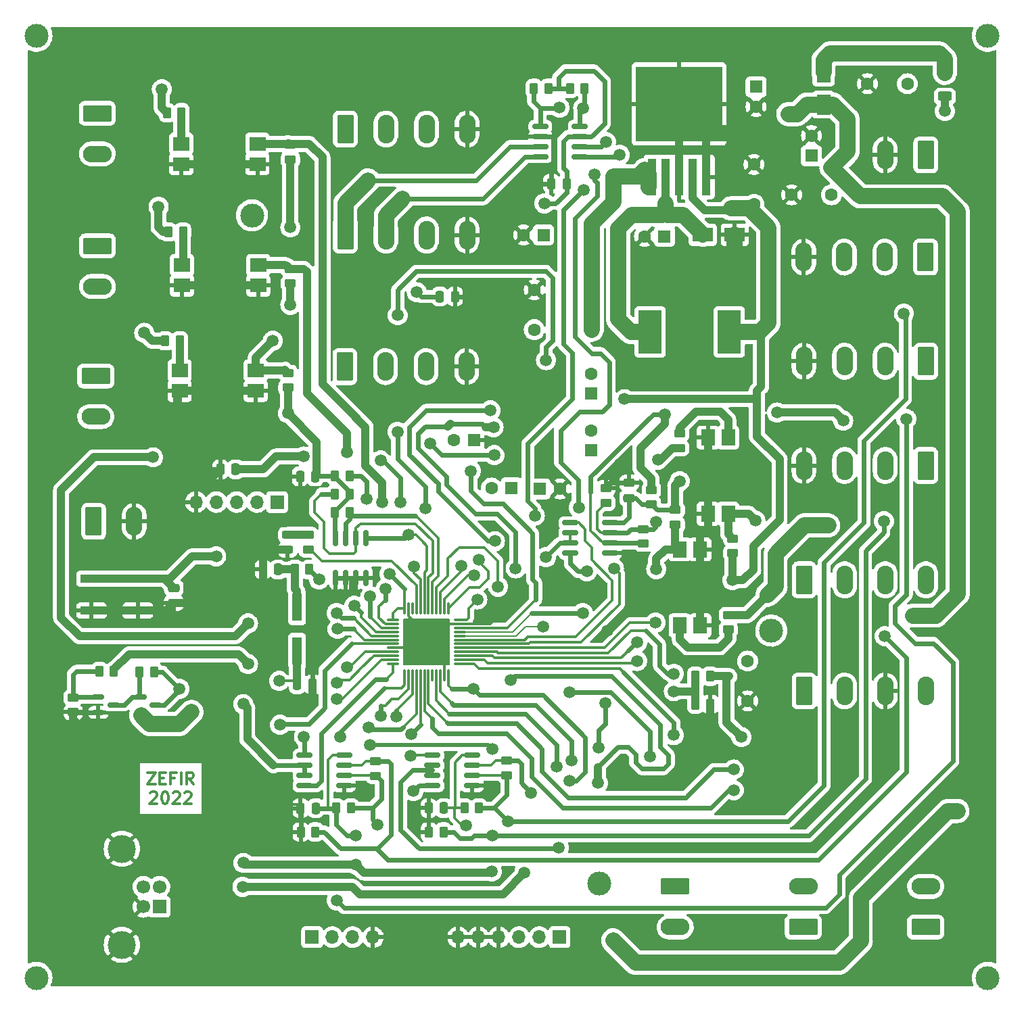
<source format=gbr>
%TF.GenerationSoftware,KiCad,Pcbnew,(6.0.8)*%
%TF.CreationDate,2022-10-21T20:54:02+03:00*%
%TF.ProjectId,commboard,636f6d6d-626f-4617-9264-2e6b69636164,rev?*%
%TF.SameCoordinates,Original*%
%TF.FileFunction,Copper,L1,Top*%
%TF.FilePolarity,Positive*%
%FSLAX46Y46*%
G04 Gerber Fmt 4.6, Leading zero omitted, Abs format (unit mm)*
G04 Created by KiCad (PCBNEW (6.0.8)) date 2022-10-21 20:54:02*
%MOMM*%
%LPD*%
G01*
G04 APERTURE LIST*
G04 Aperture macros list*
%AMRoundRect*
0 Rectangle with rounded corners*
0 $1 Rounding radius*
0 $2 $3 $4 $5 $6 $7 $8 $9 X,Y pos of 4 corners*
0 Add a 4 corners polygon primitive as box body*
4,1,4,$2,$3,$4,$5,$6,$7,$8,$9,$2,$3,0*
0 Add four circle primitives for the rounded corners*
1,1,$1+$1,$2,$3*
1,1,$1+$1,$4,$5*
1,1,$1+$1,$6,$7*
1,1,$1+$1,$8,$9*
0 Add four rect primitives between the rounded corners*
20,1,$1+$1,$2,$3,$4,$5,0*
20,1,$1+$1,$4,$5,$6,$7,0*
20,1,$1+$1,$6,$7,$8,$9,0*
20,1,$1+$1,$8,$9,$2,$3,0*%
G04 Aperture macros list end*
%ADD10C,0.375000*%
%TA.AperFunction,NonConductor*%
%ADD11C,0.375000*%
%TD*%
%TA.AperFunction,SMDPad,CuDef*%
%ADD12RoundRect,0.250000X-0.475000X0.250000X-0.475000X-0.250000X0.475000X-0.250000X0.475000X0.250000X0*%
%TD*%
%TA.AperFunction,SMDPad,CuDef*%
%ADD13RoundRect,0.243750X0.456250X-0.243750X0.456250X0.243750X-0.456250X0.243750X-0.456250X-0.243750X0*%
%TD*%
%TA.AperFunction,ComponentPad*%
%ADD14RoundRect,0.249999X-1.550001X0.790001X-1.550001X-0.790001X1.550001X-0.790001X1.550001X0.790001X0*%
%TD*%
%TA.AperFunction,ComponentPad*%
%ADD15O,3.600000X2.080000*%
%TD*%
%TA.AperFunction,SMDPad,CuDef*%
%ADD16RoundRect,0.250000X0.625000X-0.312500X0.625000X0.312500X-0.625000X0.312500X-0.625000X-0.312500X0*%
%TD*%
%TA.AperFunction,SMDPad,CuDef*%
%ADD17RoundRect,0.250000X0.262500X0.450000X-0.262500X0.450000X-0.262500X-0.450000X0.262500X-0.450000X0*%
%TD*%
%TA.AperFunction,ComponentPad*%
%ADD18R,1.600000X1.600000*%
%TD*%
%TA.AperFunction,ComponentPad*%
%ADD19C,1.600000*%
%TD*%
%TA.AperFunction,ComponentPad*%
%ADD20RoundRect,0.249999X0.790001X1.550001X-0.790001X1.550001X-0.790001X-1.550001X0.790001X-1.550001X0*%
%TD*%
%TA.AperFunction,ComponentPad*%
%ADD21O,2.080000X3.600000*%
%TD*%
%TA.AperFunction,SMDPad,CuDef*%
%ADD22RoundRect,0.250000X-0.262500X-0.450000X0.262500X-0.450000X0.262500X0.450000X-0.262500X0.450000X0*%
%TD*%
%TA.AperFunction,ComponentPad*%
%ADD23RoundRect,0.249999X1.550001X-0.790001X1.550001X0.790001X-1.550001X0.790001X-1.550001X-0.790001X0*%
%TD*%
%TA.AperFunction,SMDPad,CuDef*%
%ADD24RoundRect,0.250000X0.250000X0.475000X-0.250000X0.475000X-0.250000X-0.475000X0.250000X-0.475000X0*%
%TD*%
%TA.AperFunction,SMDPad,CuDef*%
%ADD25RoundRect,0.250000X0.475000X-0.250000X0.475000X0.250000X-0.475000X0.250000X-0.475000X-0.250000X0*%
%TD*%
%TA.AperFunction,SMDPad,CuDef*%
%ADD26RoundRect,0.250000X-0.450000X0.262500X-0.450000X-0.262500X0.450000X-0.262500X0.450000X0.262500X0*%
%TD*%
%TA.AperFunction,SMDPad,CuDef*%
%ADD27RoundRect,0.250000X0.450000X-0.262500X0.450000X0.262500X-0.450000X0.262500X-0.450000X-0.262500X0*%
%TD*%
%TA.AperFunction,SMDPad,CuDef*%
%ADD28RoundRect,0.250000X-0.250000X-0.475000X0.250000X-0.475000X0.250000X0.475000X-0.250000X0.475000X0*%
%TD*%
%TA.AperFunction,SMDPad,CuDef*%
%ADD29R,2.000000X1.780000*%
%TD*%
%TA.AperFunction,SMDPad,CuDef*%
%ADD30RoundRect,0.150000X0.150000X-0.825000X0.150000X0.825000X-0.150000X0.825000X-0.150000X-0.825000X0*%
%TD*%
%TA.AperFunction,SMDPad,CuDef*%
%ADD31R,1.100000X4.600000*%
%TD*%
%TA.AperFunction,SMDPad,CuDef*%
%ADD32R,10.800000X9.400000*%
%TD*%
%TA.AperFunction,SMDPad,CuDef*%
%ADD33R,1.800000X2.500000*%
%TD*%
%TA.AperFunction,ComponentPad*%
%ADD34RoundRect,0.249999X-0.790001X-1.550001X0.790001X-1.550001X0.790001X1.550001X-0.790001X1.550001X0*%
%TD*%
%TA.AperFunction,SMDPad,CuDef*%
%ADD35RoundRect,0.150000X0.825000X0.150000X-0.825000X0.150000X-0.825000X-0.150000X0.825000X-0.150000X0*%
%TD*%
%TA.AperFunction,SMDPad,CuDef*%
%ADD36R,1.200000X3.500000*%
%TD*%
%TA.AperFunction,SMDPad,CuDef*%
%ADD37R,2.800000X1.000000*%
%TD*%
%TA.AperFunction,SMDPad,CuDef*%
%ADD38RoundRect,0.150000X-0.825000X-0.150000X0.825000X-0.150000X0.825000X0.150000X-0.825000X0.150000X0*%
%TD*%
%TA.AperFunction,ComponentPad*%
%ADD39R,1.700000X1.700000*%
%TD*%
%TA.AperFunction,ComponentPad*%
%ADD40O,1.700000X1.700000*%
%TD*%
%TA.AperFunction,SMDPad,CuDef*%
%ADD41R,2.900000X5.400000*%
%TD*%
%TA.AperFunction,SMDPad,CuDef*%
%ADD42RoundRect,0.150000X-0.587500X-0.150000X0.587500X-0.150000X0.587500X0.150000X-0.587500X0.150000X0*%
%TD*%
%TA.AperFunction,SMDPad,CuDef*%
%ADD43R,1.780000X2.000000*%
%TD*%
%TA.AperFunction,SMDPad,CuDef*%
%ADD44RoundRect,0.075000X-0.662500X-0.075000X0.662500X-0.075000X0.662500X0.075000X-0.662500X0.075000X0*%
%TD*%
%TA.AperFunction,SMDPad,CuDef*%
%ADD45RoundRect,0.075000X-0.075000X-0.662500X0.075000X-0.662500X0.075000X0.662500X-0.075000X0.662500X0*%
%TD*%
%TA.AperFunction,ComponentPad*%
%ADD46C,1.700000*%
%TD*%
%TA.AperFunction,ComponentPad*%
%ADD47C,3.500000*%
%TD*%
%TA.AperFunction,SMDPad,CuDef*%
%ADD48R,2.500000X1.800000*%
%TD*%
%TA.AperFunction,ViaPad*%
%ADD49C,3.000000*%
%TD*%
%TA.AperFunction,ViaPad*%
%ADD50C,1.500000*%
%TD*%
%TA.AperFunction,Conductor*%
%ADD51C,1.000000*%
%TD*%
%TA.AperFunction,Conductor*%
%ADD52C,0.300000*%
%TD*%
%TA.AperFunction,Conductor*%
%ADD53C,0.600000*%
%TD*%
%TA.AperFunction,Conductor*%
%ADD54C,2.000000*%
%TD*%
%TA.AperFunction,Conductor*%
%ADD55C,0.400000*%
%TD*%
%TA.AperFunction,Conductor*%
%ADD56C,0.500000*%
%TD*%
%TA.AperFunction,Conductor*%
%ADD57C,0.200000*%
%TD*%
G04 APERTURE END LIST*
D10*
D11*
X55491428Y-133861071D02*
X56491428Y-133861071D01*
X55491428Y-135361071D01*
X56491428Y-135361071D01*
X57062857Y-134575357D02*
X57562857Y-134575357D01*
X57777142Y-135361071D02*
X57062857Y-135361071D01*
X57062857Y-133861071D01*
X57777142Y-133861071D01*
X58920000Y-134575357D02*
X58420000Y-134575357D01*
X58420000Y-135361071D02*
X58420000Y-133861071D01*
X59134285Y-133861071D01*
X59705714Y-135361071D02*
X59705714Y-133861071D01*
X61277142Y-135361071D02*
X60777142Y-134646785D01*
X60420000Y-135361071D02*
X60420000Y-133861071D01*
X60991428Y-133861071D01*
X61134285Y-133932500D01*
X61205714Y-134003928D01*
X61277142Y-134146785D01*
X61277142Y-134361071D01*
X61205714Y-134503928D01*
X61134285Y-134575357D01*
X60991428Y-134646785D01*
X60420000Y-134646785D01*
X55848571Y-136418928D02*
X55920000Y-136347500D01*
X56062857Y-136276071D01*
X56420000Y-136276071D01*
X56562857Y-136347500D01*
X56634285Y-136418928D01*
X56705714Y-136561785D01*
X56705714Y-136704642D01*
X56634285Y-136918928D01*
X55777142Y-137776071D01*
X56705714Y-137776071D01*
X57634285Y-136276071D02*
X57777142Y-136276071D01*
X57920000Y-136347500D01*
X57991428Y-136418928D01*
X58062857Y-136561785D01*
X58134285Y-136847500D01*
X58134285Y-137204642D01*
X58062857Y-137490357D01*
X57991428Y-137633214D01*
X57920000Y-137704642D01*
X57777142Y-137776071D01*
X57634285Y-137776071D01*
X57491428Y-137704642D01*
X57420000Y-137633214D01*
X57348571Y-137490357D01*
X57277142Y-137204642D01*
X57277142Y-136847500D01*
X57348571Y-136561785D01*
X57420000Y-136418928D01*
X57491428Y-136347500D01*
X57634285Y-136276071D01*
X58705714Y-136418928D02*
X58777142Y-136347500D01*
X58920000Y-136276071D01*
X59277142Y-136276071D01*
X59420000Y-136347500D01*
X59491428Y-136418928D01*
X59562857Y-136561785D01*
X59562857Y-136704642D01*
X59491428Y-136918928D01*
X58634285Y-137776071D01*
X59562857Y-137776071D01*
X60134285Y-136418928D02*
X60205714Y-136347500D01*
X60348571Y-136276071D01*
X60705714Y-136276071D01*
X60848571Y-136347500D01*
X60920000Y-136418928D01*
X60991428Y-136561785D01*
X60991428Y-136704642D01*
X60920000Y-136918928D01*
X60062857Y-137776071D01*
X60991428Y-137776071D01*
D12*
%TO.P,C114,1*%
%TO.N,NRST*%
X58800000Y-110750000D03*
%TO.P,C114,2*%
%TO.N,GND*%
X58800000Y-112650000D03*
%TD*%
D13*
%TO.P,D101,1,K*%
%TO.N,GND*%
X73050000Y-106000000D03*
%TO.P,D101,2,A*%
%TO.N,Net-(D101-Pad2)*%
X73050000Y-104125000D03*
%TD*%
D14*
%TO.P,J901,1,Pin_1*%
%TO.N,Net-(J901-Pad1)*%
X49230000Y-51318750D03*
D15*
%TO.P,J901,2,Pin_2*%
%TO.N,24V_Safe*%
X49230000Y-56398750D03*
%TD*%
D16*
%TO.P,F501,1*%
%TO.N,24V_Unsafe*%
X155330000Y-49181250D03*
%TO.P,F501,2*%
%TO.N,Net-(D501-Pad2)*%
X155330000Y-46256250D03*
%TD*%
D17*
%TO.P,R114,1*%
%TO.N,+3.3V*%
X105705000Y-48188750D03*
%TO.P,R114,2*%
%TO.N,LOADCELL_SCL*%
X103880000Y-48188750D03*
%TD*%
D18*
%TO.P,C504,1*%
%TO.N,24V_Safe*%
X131700000Y-47994888D03*
D19*
%TO.P,C504,2*%
%TO.N,GND*%
X131700000Y-50494888D03*
%TD*%
D20*
%TO.P,J401,1,Pin_1*%
%TO.N,24V_Unsafe*%
X152910000Y-69318750D03*
D21*
%TO.P,J401,2,Pin_2*%
%TO.N,Net-(J401-Pad2)*%
X147830000Y-69318750D03*
%TO.P,J401,3,Pin_3*%
%TO.N,Net-(J401-Pad3)*%
X142750000Y-69318750D03*
%TO.P,J401,4,Pin_4*%
%TO.N,GND*%
X137670000Y-69318750D03*
%TD*%
D22*
%TO.P,R109,1*%
%TO.N,+3.3V*%
X78987500Y-101300000D03*
%TO.P,R109,2*%
%TO.N,EEPROM_WRP*%
X80812500Y-101300000D03*
%TD*%
D23*
%TO.P,J108,1,Pin_1*%
%TO.N,Net-(J107-Pad2)*%
X137600000Y-153240000D03*
D15*
%TO.P,J108,2,Pin_2*%
%TO.N,Net-(J108-Pad2)*%
X137600000Y-148160000D03*
%TD*%
D18*
%TO.P,C702,1*%
%TO.N,Net-(C702-Pad1)*%
X111055000Y-93543750D03*
D19*
%TO.P,C702,2*%
%TO.N,Net-(C702-Pad2)*%
X111055000Y-91043750D03*
%TD*%
D24*
%TO.P,C115,1*%
%TO.N,Net-(J111-Pad1)*%
X66550000Y-95900000D03*
%TO.P,C115,2*%
%TO.N,GND*%
X64650000Y-95900000D03*
%TD*%
D25*
%TO.P,C201,1*%
%TO.N,+3.3V*%
X115800000Y-99500000D03*
%TO.P,C201,2*%
%TO.N,GND*%
X115800000Y-97600000D03*
%TD*%
D26*
%TO.P,R107,1*%
%TO.N,Net-(Q101-Pad1)*%
X46200000Y-124487500D03*
%TO.P,R107,2*%
%TO.N,GND*%
X46200000Y-126312500D03*
%TD*%
D17*
%TO.P,R110,1*%
%TO.N,+3.3V*%
X80812500Y-99000000D03*
%TO.P,R110,2*%
%TO.N,EEPROM_SCL*%
X78987500Y-99000000D03*
%TD*%
D27*
%TO.P,R201,1*%
%TO.N,+3.3V*%
X118600000Y-100300000D03*
%TO.P,R201,2*%
%TO.N,Net-(J201-Pad2)*%
X118600000Y-98475000D03*
%TD*%
D18*
%TO.P,C113,1*%
%TO.N,+3.3V*%
X105090000Y-66557500D03*
D19*
%TO.P,C113,2*%
%TO.N,GND*%
X102590000Y-66557500D03*
%TD*%
D17*
%TO.P,R801,1*%
%TO.N,Net-(R801-Pad1)*%
X59950238Y-66170000D03*
%TO.P,R801,2*%
%TO.N,Net-(J801-Pad1)*%
X58125238Y-66170000D03*
%TD*%
D24*
%TO.P,C301,1*%
%TO.N,+3.3V*%
X76580000Y-138348750D03*
%TO.P,C301,2*%
%TO.N,GND*%
X74680000Y-138348750D03*
%TD*%
D19*
%TO.P,C107,1*%
%TO.N,24V_Safe*%
X130630000Y-119918750D03*
%TO.P,C107,2*%
%TO.N,GND*%
X130630000Y-124918750D03*
%TD*%
D28*
%TO.P,C111,1*%
%TO.N,+3.3V*%
X92090000Y-74257500D03*
%TO.P,C111,2*%
%TO.N,GND*%
X93990000Y-74257500D03*
%TD*%
D29*
%TO.P,U801,1*%
%TO.N,Net-(R801-Pad1)*%
X59835000Y-70330000D03*
%TO.P,U801,2*%
%TO.N,GND*%
X59835000Y-72870000D03*
%TO.P,U801,3*%
X69365000Y-72870000D03*
%TO.P,U801,4*%
%TO.N,EXTINT0*%
X69365000Y-70330000D03*
%TD*%
D30*
%TO.P,U102,1,E0*%
%TO.N,GND*%
X79080000Y-109500000D03*
%TO.P,U102,2,E1*%
X80350000Y-109500000D03*
%TO.P,U102,3,E2*%
X81620000Y-109500000D03*
%TO.P,U102,4,VSS*%
X82890000Y-109500000D03*
%TO.P,U102,5,SDA*%
%TO.N,EEPROM_SDA*%
X82890000Y-104550000D03*
%TO.P,U102,6,SCL*%
%TO.N,EEPROM_SCL*%
X81620000Y-104550000D03*
%TO.P,U102,7,~{WC}*%
%TO.N,EEPROM_WRP*%
X80350000Y-104550000D03*
%TO.P,U102,8,VCC*%
%TO.N,+3.3V*%
X79080000Y-104550000D03*
%TD*%
D29*
%TO.P,U901,1*%
%TO.N,Net-(R901-Pad1)*%
X59735000Y-55130000D03*
%TO.P,U901,2*%
%TO.N,GND*%
X59735000Y-57670000D03*
%TO.P,U901,3*%
X69265000Y-57670000D03*
%TO.P,U901,4*%
%TO.N,EXTINT1*%
X69265000Y-55130000D03*
%TD*%
D24*
%TO.P,C401,1*%
%TO.N,+3.3V*%
X92605000Y-138343750D03*
%TO.P,C401,2*%
%TO.N,GND*%
X90705000Y-138343750D03*
%TD*%
D31*
%TO.P,U501,1,VIN*%
%TO.N,24V_Safe*%
X118655000Y-59293750D03*
%TO.P,U501,2,OUT*%
%TO.N,Net-(D502-Pad1)*%
X120355000Y-59293750D03*
%TO.P,U501,3,GND*%
%TO.N,GND*%
X122055000Y-59293750D03*
D32*
X122055000Y-50143750D03*
D31*
%TO.P,U501,4,FB*%
%TO.N,+3.3V*%
X123755000Y-59293750D03*
%TO.P,U501,5,~{ON}/OFF*%
%TO.N,GND*%
X125455000Y-59293750D03*
%TD*%
D17*
%TO.P,R108,1*%
%TO.N,24V_Safe*%
X56312500Y-121300000D03*
%TO.P,R108,2*%
%TO.N,Net-(Q101-Pad3)*%
X54487500Y-121300000D03*
%TD*%
D33*
%TO.P,D501,1,K*%
%TO.N,24V_Safe*%
X140130000Y-50218750D03*
%TO.P,D501,2,A*%
%TO.N,Net-(D501-Pad2)*%
X140130000Y-46218750D03*
%TD*%
D20*
%TO.P,J201,1,Pin_1*%
%TO.N,24V_Unsafe*%
X152930000Y-95418750D03*
D21*
%TO.P,J201,2,Pin_2*%
%TO.N,Net-(J201-Pad2)*%
X147850000Y-95418750D03*
%TO.P,J201,3,Pin_3*%
%TO.N,Net-(J201-Pad3)*%
X142770000Y-95418750D03*
%TO.P,J201,4,Pin_4*%
%TO.N,GND*%
X137690000Y-95418750D03*
%TD*%
D17*
%TO.P,R403,1*%
%TO.N,Net-(J401-Pad3)*%
X92547500Y-141323750D03*
%TO.P,R403,2*%
%TO.N,GND*%
X90722500Y-141323750D03*
%TD*%
D18*
%TO.P,C701,1*%
%TO.N,Net-(C701-Pad1)*%
X104649887Y-98343750D03*
D19*
%TO.P,C701,2*%
%TO.N,GND*%
X107149887Y-98343750D03*
%TD*%
D34*
%TO.P,J101,1,Pin_1*%
%TO.N,24V_Safe*%
X137710000Y-123663750D03*
D21*
%TO.P,J101,2,Pin_2*%
%TO.N,unconnected-(J101-Pad2)*%
X142790000Y-123663750D03*
%TO.P,J101,3,Pin_3*%
%TO.N,GND*%
X147870000Y-123663750D03*
%TO.P,J101,4,Pin_4*%
%TO.N,Net-(J101-Pad4)*%
X152950000Y-123663750D03*
%TD*%
D14*
%TO.P,J1001,1,Pin_1*%
%TO.N,Net-(J1001-Pad1)*%
X49030000Y-84218750D03*
D15*
%TO.P,J1001,2,Pin_2*%
%TO.N,24V_Safe*%
X49030000Y-89298750D03*
%TD*%
D22*
%TO.P,R115,1*%
%TO.N,+3.3V*%
X108392500Y-48188750D03*
%TO.P,R115,2*%
%TO.N,LOADCELL_SDA*%
X110217500Y-48188750D03*
%TD*%
D35*
%TO.P,U104,1,CH1+*%
%TO.N,Net-(J105-Pad1)*%
X109630000Y-56758750D03*
%TO.P,U104,2,CH1-*%
%TO.N,Net-(J105-Pad2)*%
X109630000Y-55488750D03*
%TO.P,U104,3,VDD*%
%TO.N,+3.3V*%
X109630000Y-54218750D03*
%TO.P,U104,4,SDA*%
%TO.N,LOADCELL_SDA*%
X109630000Y-52948750D03*
%TO.P,U104,5,SCL*%
%TO.N,LOADCELL_SCL*%
X104680000Y-52948750D03*
%TO.P,U104,6,VSS*%
%TO.N,GND*%
X104680000Y-54218750D03*
%TO.P,U104,7,CH2+*%
%TO.N,Net-(J106-Pad1)*%
X104680000Y-55488750D03*
%TO.P,U104,8,CH2-*%
%TO.N,Net-(J106-Pad2)*%
X104680000Y-56758750D03*
%TD*%
D36*
%TO.P,Y101,1,1*%
%TO.N,Net-(C102-Pad1)*%
X74250000Y-118650000D03*
%TO.P,Y101,2,2*%
%TO.N,Net-(C105-Pad1)*%
X74250000Y-113150000D03*
%TD*%
D17*
%TO.P,R104,1*%
%TO.N,Net-(J101-Pad4)*%
X125942500Y-121818750D03*
%TO.P,R104,2*%
%TO.N,objectSensorPin*%
X124117500Y-121818750D03*
%TD*%
D37*
%TO.P,SW101,1,1*%
%TO.N,NRST*%
X48500000Y-109600000D03*
X54300000Y-109600000D03*
%TO.P,SW101,2,2*%
%TO.N,GND*%
X48500000Y-113600000D03*
X54300000Y-113600000D03*
%TD*%
D18*
%TO.P,C705,1*%
%TO.N,+3.3V*%
X111055000Y-86443750D03*
D19*
%TO.P,C705,2*%
%TO.N,Net-(C705-Pad2)*%
X111055000Y-83943750D03*
%TD*%
D18*
%TO.P,C704,1*%
%TO.N,GND*%
X96360112Y-92243750D03*
D19*
%TO.P,C704,2*%
%TO.N,Net-(C704-Pad2)*%
X93860112Y-92243750D03*
%TD*%
D38*
%TO.P,U201,1,RO*%
%TO.N,RS4851_Rx1*%
X108455000Y-102613750D03*
%TO.P,U201,2,~{RE}*%
%TO.N,RS4851_Control1*%
X108455000Y-103883750D03*
%TO.P,U201,3,DE*%
X108455000Y-105153750D03*
%TO.P,U201,4,DI*%
%TO.N,RS4851_Tx1*%
X108455000Y-106423750D03*
%TO.P,U201,5,GND*%
%TO.N,GND*%
X113405000Y-106423750D03*
%TO.P,U201,6,A*%
%TO.N,Net-(J201-Pad2)*%
X113405000Y-105153750D03*
%TO.P,U201,7,B*%
%TO.N,Net-(J201-Pad3)*%
X113405000Y-103883750D03*
%TO.P,U201,8,VCC*%
%TO.N,+3.3V*%
X113405000Y-102613750D03*
%TD*%
D27*
%TO.P,R202,1*%
%TO.N,Net-(J201-Pad2)*%
X117600000Y-105212500D03*
%TO.P,R202,2*%
%TO.N,Net-(J201-Pad3)*%
X117600000Y-103387500D03*
%TD*%
D39*
%TO.P,J112,1,Pin_1*%
%TO.N,24V_Unsafe*%
X107100000Y-154500000D03*
D40*
%TO.P,J112,2,Pin_2*%
%TO.N,24V_Safe*%
X104560000Y-154500000D03*
%TO.P,J112,3,Pin_3*%
%TO.N,+3.3V*%
X102020000Y-154500000D03*
%TO.P,J112,4,Pin_4*%
%TO.N,GND*%
X99480000Y-154500000D03*
%TO.P,J112,5,Pin_5*%
X96940000Y-154500000D03*
%TO.P,J112,6,Pin_6*%
X94400000Y-154500000D03*
%TD*%
D22*
%TO.P,R111,1*%
%TO.N,+3.3V*%
X78987500Y-96700000D03*
%TO.P,R111,2*%
%TO.N,EEPROM_SDA*%
X80812500Y-96700000D03*
%TD*%
D41*
%TO.P,L501,1,1*%
%TO.N,Net-(D502-Pad1)*%
X118430000Y-78718750D03*
%TO.P,L501,2,2*%
%TO.N,+3.3V*%
X128330000Y-78718750D03*
%TD*%
D26*
%TO.P,R1102,1*%
%TO.N,+3.3V*%
X121580000Y-101005000D03*
%TO.P,R1102,2*%
%TO.N,SW_In1*%
X121580000Y-102830000D03*
%TD*%
D42*
%TO.P,Q101,1,B*%
%TO.N,Net-(Q101-Pad1)*%
X49362500Y-124450000D03*
%TO.P,Q101,2,E*%
%TO.N,GND*%
X49362500Y-126350000D03*
%TO.P,Q101,3,C*%
%TO.N,Net-(Q101-Pad3)*%
X51237500Y-125400000D03*
%TD*%
D17*
%TO.P,R901,1*%
%TO.N,Net-(R901-Pad1)*%
X59765238Y-51238184D03*
%TO.P,R901,2*%
%TO.N,Net-(J901-Pad1)*%
X57940238Y-51238184D03*
%TD*%
D43*
%TO.P,U1201,1*%
%TO.N,Net-(R1201-Pad1)*%
X128200000Y-91932500D03*
%TO.P,U1201,2*%
%TO.N,GND*%
X125660000Y-91932500D03*
%TO.P,U1201,3*%
X125660000Y-101462500D03*
%TO.P,U1201,4*%
%TO.N,SW_In0*%
X128200000Y-101462500D03*
%TD*%
D27*
%TO.P,R1002,1*%
%TO.N,+3.3V*%
X73095238Y-85656816D03*
%TO.P,R1002,2*%
%TO.N,EXTINT2*%
X73095238Y-83831816D03*
%TD*%
D38*
%TO.P,U301,1,RO*%
%TO.N,RS4851_Rx2*%
X75155000Y-131713750D03*
%TO.P,U301,2,~{RE}*%
%TO.N,RS4851_Control2*%
X75155000Y-132983750D03*
%TO.P,U301,3,DE*%
X75155000Y-134253750D03*
%TO.P,U301,4,DI*%
%TO.N,RS4851_Tx2*%
X75155000Y-135523750D03*
%TO.P,U301,5,GND*%
%TO.N,GND*%
X80105000Y-135523750D03*
%TO.P,U301,6,A*%
%TO.N,Net-(J301-Pad2)*%
X80105000Y-134253750D03*
%TO.P,U301,7,B*%
%TO.N,Net-(J301-Pad3)*%
X80105000Y-132983750D03*
%TO.P,U301,8,VCC*%
%TO.N,+3.3V*%
X80105000Y-131713750D03*
%TD*%
D34*
%TO.P,J103,1,Pin_1*%
%TO.N,/InputModuleNC3/SW*%
X137710000Y-109741250D03*
D21*
%TO.P,J103,2,Pin_2*%
%TO.N,24V_Safe*%
X142790000Y-109741250D03*
%TO.P,J103,3,Pin_3*%
%TO.N,/InputModuleNC/SW*%
X147870000Y-109741250D03*
%TO.P,J103,4,Pin_4*%
%TO.N,24V_Safe*%
X152950000Y-109741250D03*
%TD*%
D39*
%TO.P,J104,1,Pin_1*%
%TO.N,ADC0*%
X76120000Y-154500000D03*
D40*
%TO.P,J104,2,Pin_2*%
%TO.N,ADC1*%
X78660000Y-154500000D03*
%TO.P,J104,3,Pin_3*%
%TO.N,+3.3V*%
X81200000Y-154500000D03*
%TO.P,J104,4,Pin_4*%
%TO.N,GND*%
X83740000Y-154500000D03*
%TD*%
D22*
%TO.P,R101,1*%
%TO.N,objectSensorPin*%
X124117500Y-125318750D03*
%TO.P,R101,2*%
%TO.N,GND*%
X125942500Y-125318750D03*
%TD*%
D27*
%TO.P,R402,1*%
%TO.N,Net-(J401-Pad2)*%
X100500000Y-134212500D03*
%TO.P,R402,2*%
%TO.N,Net-(J401-Pad3)*%
X100500000Y-132387500D03*
%TD*%
D39*
%TO.P,J111,1,Pin_1*%
%TO.N,Net-(J111-Pad1)*%
X71740000Y-100000000D03*
D40*
%TO.P,J111,2,Pin_2*%
%TO.N,SWDIO*%
X69200000Y-100000000D03*
%TO.P,J111,3,Pin_3*%
%TO.N,SWCLK*%
X66660000Y-100000000D03*
%TO.P,J111,4,Pin_4*%
%TO.N,NRST*%
X64120000Y-100000000D03*
%TO.P,J111,5,Pin_5*%
%TO.N,GND*%
X61580000Y-100000000D03*
%TD*%
D23*
%TO.P,J109,1,Pin_1*%
%TO.N,Net-(J107-Pad2)*%
X152922500Y-153240000D03*
D15*
%TO.P,J109,2,Pin_2*%
%TO.N,Net-(J109-Pad2)*%
X152922500Y-148160000D03*
%TD*%
D14*
%TO.P,J801,1,Pin_1*%
%TO.N,Net-(J801-Pad1)*%
X49240000Y-67926250D03*
D15*
%TO.P,J801,2,Pin_2*%
%TO.N,24V_Safe*%
X49240000Y-73006250D03*
%TD*%
D44*
%TO.P,U101,1,VDD*%
%TO.N,+3.3V*%
X86267500Y-114768750D03*
%TO.P,U101,2,PC13*%
%TO.N,EXTINT0*%
X86267500Y-115268750D03*
%TO.P,U101,3,PC14*%
%TO.N,EXTINT1*%
X86267500Y-115768750D03*
%TO.P,U101,4,PC15*%
%TO.N,EXTINT2*%
X86267500Y-116268750D03*
%TO.P,U101,5,PF0*%
%TO.N,Net-(C102-Pad1)*%
X86267500Y-116768750D03*
%TO.P,U101,6,PF1*%
%TO.N,Net-(R105-Pad1)*%
X86267500Y-117268750D03*
%TO.P,U101,7,NRST*%
%TO.N,NRST*%
X86267500Y-117768750D03*
%TO.P,U101,8,VSSA*%
%TO.N,GND*%
X86267500Y-118268750D03*
%TO.P,U101,9,VDDA*%
%TO.N,+3.3V*%
X86267500Y-118768750D03*
%TO.P,U101,10,PA0*%
%TO.N,RS232_Tx*%
X86267500Y-119268750D03*
%TO.P,U101,11,PA1*%
%TO.N,RS232_Rx*%
X86267500Y-119768750D03*
%TO.P,U101,12,PA2*%
%TO.N,RS4851_Tx2*%
X86267500Y-120268750D03*
D45*
%TO.P,U101,13,PA3*%
%TO.N,RS4851_Rx2*%
X87680000Y-121681250D03*
%TO.P,U101,14,PA4*%
%TO.N,ADC0*%
X88180000Y-121681250D03*
%TO.P,U101,15,PA5*%
%TO.N,ADC1*%
X88680000Y-121681250D03*
%TO.P,U101,16,PA6*%
%TO.N,LedPWMPin*%
X89180000Y-121681250D03*
%TO.P,U101,17,PA7*%
%TO.N,DebuggerSens*%
X89680000Y-121681250D03*
%TO.P,U101,18,PB0*%
%TO.N,AC_DRV1*%
X90180000Y-121681250D03*
%TO.P,U101,19,PB1*%
%TO.N,AC_DRV2*%
X90680000Y-121681250D03*
%TO.P,U101,20,PB2*%
%TO.N,unconnected-(U101-Pad20)*%
X91180000Y-121681250D03*
%TO.P,U101,21,PB10*%
%TO.N,RS4851_Tx3*%
X91680000Y-121681250D03*
%TO.P,U101,22,PB11*%
%TO.N,RS4851_Rx3*%
X92180000Y-121681250D03*
%TO.P,U101,23,VSS*%
%TO.N,GND*%
X92680000Y-121681250D03*
%TO.P,U101,24,VDD*%
%TO.N,+3.3V*%
X93180000Y-121681250D03*
D44*
%TO.P,U101,25,PB12*%
%TO.N,objectSensorPin*%
X94592500Y-120268750D03*
%TO.P,U101,26,PB13*%
%TO.N,LOADCELL_SCL*%
X94592500Y-119768750D03*
%TO.P,U101,27,PB14*%
%TO.N,LOADCELL_SDA*%
X94592500Y-119268750D03*
%TO.P,U101,28,PB15*%
%TO.N,SW_In0*%
X94592500Y-118768750D03*
%TO.P,U101,29,PA8*%
%TO.N,SW_In1*%
X94592500Y-118268750D03*
%TO.P,U101,30,PA9*%
%TO.N,RS4851_Tx1*%
X94592500Y-117768750D03*
%TO.P,U101,31,PA10*%
%TO.N,RS4851_Rx1*%
X94592500Y-117268750D03*
%TO.P,U101,32,PA11*%
%TO.N,USBD-*%
X94592500Y-116768750D03*
%TO.P,U101,33,PA12*%
%TO.N,USBD+*%
X94592500Y-116268750D03*
%TO.P,U101,34,PA13*%
%TO.N,SWDIO*%
X94592500Y-115768750D03*
%TO.P,U101,35,VSS*%
%TO.N,GND*%
X94592500Y-115268750D03*
%TO.P,U101,36,VDD*%
%TO.N,+3.3V*%
X94592500Y-114768750D03*
D45*
%TO.P,U101,37,PA14*%
%TO.N,SWCLK*%
X93180000Y-113356250D03*
%TO.P,U101,38,PA15*%
%TO.N,RS4851_Control1*%
X92680000Y-113356250D03*
%TO.P,U101,39,PB3*%
%TO.N,RS4851_Control2*%
X92180000Y-113356250D03*
%TO.P,U101,40,PB4*%
%TO.N,RS4851_Control3*%
X91680000Y-113356250D03*
%TO.P,U101,41,PB5*%
%TO.N,EEPROM_WRP*%
X91180000Y-113356250D03*
%TO.P,U101,42,PB6*%
%TO.N,EEPROM_SCL*%
X90680000Y-113356250D03*
%TO.P,U101,43,PB7*%
%TO.N,EEPROM_SDA*%
X90180000Y-113356250D03*
%TO.P,U101,44,BOOT0*%
%TO.N,Net-(R103-Pad1)*%
X89680000Y-113356250D03*
%TO.P,U101,45,PB8*%
%TO.N,Net-(R102-Pad1)*%
X89180000Y-113356250D03*
%TO.P,U101,46,PB9*%
%TO.N,unconnected-(U101-Pad46)*%
X88680000Y-113356250D03*
%TO.P,U101,47,VSS*%
%TO.N,GND*%
X88180000Y-113356250D03*
%TO.P,U101,48,VDD*%
%TO.N,+3.3V*%
X87680000Y-113356250D03*
%TD*%
D27*
%TO.P,R102,1*%
%TO.N,Net-(R102-Pad1)*%
X75650000Y-105950000D03*
%TO.P,R102,2*%
%TO.N,Net-(D101-Pad2)*%
X75650000Y-104125000D03*
%TD*%
%TO.P,R802,1*%
%TO.N,+3.3V*%
X73380238Y-72625000D03*
%TO.P,R802,2*%
%TO.N,EXTINT0*%
X73380238Y-70800000D03*
%TD*%
%TO.P,R302,1*%
%TO.N,Net-(J301-Pad2)*%
X84060000Y-134312500D03*
%TO.P,R302,2*%
%TO.N,Net-(J301-Pad3)*%
X84060000Y-132487500D03*
%TD*%
D24*
%TO.P,C117,1*%
%TO.N,+3.3V*%
X107967500Y-60118750D03*
%TO.P,C117,2*%
%TO.N,GND*%
X106067500Y-60118750D03*
%TD*%
D19*
%TO.P,C116,1*%
%TO.N,24V_Safe*%
X103930000Y-78418750D03*
%TO.P,C116,2*%
%TO.N,GND*%
X103930000Y-73418750D03*
%TD*%
%TO.P,C506,1*%
%TO.N,+3.3V*%
X131430000Y-62718750D03*
%TO.P,C506,2*%
%TO.N,GND*%
X131430000Y-57718750D03*
%TD*%
%TO.P,C501,1*%
%TO.N,24V_Unsafe*%
X150630000Y-47618750D03*
%TO.P,C501,2*%
%TO.N,GND*%
X145630000Y-47618750D03*
%TD*%
D27*
%TO.P,R902,1*%
%TO.N,+3.3V*%
X73395238Y-57093184D03*
%TO.P,R902,2*%
%TO.N,EXTINT1*%
X73395238Y-55268184D03*
%TD*%
D17*
%TO.P,R106,1*%
%TO.N,LedPWMPin*%
X51312500Y-121200000D03*
%TO.P,R106,2*%
%TO.N,Net-(Q101-Pad1)*%
X49487500Y-121200000D03*
%TD*%
D34*
%TO.P,J102,1,Pin_1*%
%TO.N,Net-(J102-Pad1)*%
X48760000Y-102422500D03*
D21*
%TO.P,J102,2,Pin_2*%
%TO.N,GND*%
X53840000Y-102422500D03*
%TD*%
D34*
%TO.P,J110,1,Pin_1*%
%TO.N,/RS232Interface/RS232_In*%
X80210000Y-83041250D03*
D21*
%TO.P,J110,2,Pin_2*%
%TO.N,/RS232Interface/RS232_Out*%
X85290000Y-83041250D03*
%TO.P,J110,3,Pin_3*%
%TO.N,24V_Safe*%
X90370000Y-83041250D03*
%TO.P,J110,4,Pin_4*%
%TO.N,GND*%
X95450000Y-83041250D03*
%TD*%
D43*
%TO.P,U1101,1*%
%TO.N,Net-(R1101-Pad1)*%
X122160000Y-115462500D03*
%TO.P,U1101,2*%
%TO.N,GND*%
X124700000Y-115462500D03*
%TO.P,U1101,3*%
X124700000Y-105932500D03*
%TO.P,U1101,4*%
%TO.N,SW_In1*%
X122160000Y-105932500D03*
%TD*%
D27*
%TO.P,R1101,1*%
%TO.N,Net-(R1101-Pad1)*%
X128230000Y-115980000D03*
%TO.P,R1101,2*%
%TO.N,/InputModuleNC/SW*%
X128230000Y-114155000D03*
%TD*%
D29*
%TO.P,U1001,1*%
%TO.N,Net-(R1001-Pad1)*%
X59535000Y-83530000D03*
%TO.P,U1001,2*%
%TO.N,GND*%
X59535000Y-86070000D03*
%TO.P,U1001,3*%
X69065000Y-86070000D03*
%TO.P,U1001,4*%
%TO.N,EXTINT2*%
X69065000Y-83530000D03*
%TD*%
D42*
%TO.P,Q102,1,G*%
%TO.N,Net-(Q101-Pad3)*%
X54662500Y-124450000D03*
%TO.P,Q102,2,S*%
%TO.N,Net-(J102-Pad1)*%
X54662500Y-126350000D03*
%TO.P,Q102,3,D*%
%TO.N,24V_Safe*%
X56537500Y-125400000D03*
%TD*%
D34*
%TO.P,J106,1,Pin_1*%
%TO.N,Net-(J106-Pad1)*%
X80270000Y-66557500D03*
D21*
%TO.P,J106,2,Pin_2*%
%TO.N,Net-(J106-Pad2)*%
X85350000Y-66557500D03*
%TO.P,J106,3,Pin_3*%
%TO.N,+3.3V*%
X90430000Y-66557500D03*
%TO.P,J106,4,Pin_4*%
%TO.N,GND*%
X95510000Y-66557500D03*
%TD*%
D18*
%TO.P,C505,1*%
%TO.N,+3.3V*%
X120230000Y-66718750D03*
D19*
%TO.P,C505,2*%
%TO.N,GND*%
X117730000Y-66718750D03*
%TD*%
D14*
%TO.P,J107,1,Pin_1*%
%TO.N,Net-(J107-Pad1)*%
X121577500Y-148160000D03*
D15*
%TO.P,J107,2,Pin_2*%
%TO.N,Net-(J107-Pad2)*%
X121577500Y-153240000D03*
%TD*%
D27*
%TO.P,R203,1*%
%TO.N,Net-(J201-Pad3)*%
X112900000Y-100100000D03*
%TO.P,R203,2*%
%TO.N,GND*%
X112900000Y-98275000D03*
%TD*%
D38*
%TO.P,U401,1,RO*%
%TO.N,RS4851_Rx3*%
X91180000Y-131708750D03*
%TO.P,U401,2,~{RE}*%
%TO.N,RS4851_Control3*%
X91180000Y-132978750D03*
%TO.P,U401,3,DE*%
X91180000Y-134248750D03*
%TO.P,U401,4,DI*%
%TO.N,RS4851_Tx3*%
X91180000Y-135518750D03*
%TO.P,U401,5,GND*%
%TO.N,GND*%
X96130000Y-135518750D03*
%TO.P,U401,6,A*%
%TO.N,Net-(J401-Pad2)*%
X96130000Y-134248750D03*
%TO.P,U401,7,B*%
%TO.N,Net-(J401-Pad3)*%
X96130000Y-132978750D03*
%TO.P,U401,8,VCC*%
%TO.N,+3.3V*%
X96130000Y-131708750D03*
%TD*%
D34*
%TO.P,J105,1,Pin_1*%
%TO.N,Net-(J105-Pad1)*%
X80270000Y-53280000D03*
D21*
%TO.P,J105,2,Pin_2*%
%TO.N,Net-(J105-Pad2)*%
X85350000Y-53280000D03*
%TO.P,J105,3,Pin_3*%
%TO.N,+3.3V*%
X90430000Y-53280000D03*
%TO.P,J105,4,Pin_4*%
%TO.N,GND*%
X95510000Y-53280000D03*
%TD*%
D28*
%TO.P,C102,1*%
%TO.N,Net-(C102-Pad1)*%
X74250000Y-122850000D03*
%TO.P,C102,2*%
%TO.N,GND*%
X76150000Y-122850000D03*
%TD*%
D20*
%TO.P,J301,1,Pin_1*%
%TO.N,24V_Unsafe*%
X152930000Y-82374687D03*
D21*
%TO.P,J301,2,Pin_2*%
%TO.N,Net-(J301-Pad2)*%
X147850000Y-82374687D03*
%TO.P,J301,3,Pin_3*%
%TO.N,Net-(J301-Pad3)*%
X142770000Y-82374687D03*
%TO.P,J301,4,Pin_4*%
%TO.N,GND*%
X137690000Y-82374687D03*
%TD*%
D22*
%TO.P,R401,1*%
%TO.N,+3.3V*%
X95172500Y-138313750D03*
%TO.P,R401,2*%
%TO.N,Net-(J401-Pad2)*%
X96997500Y-138313750D03*
%TD*%
D27*
%TO.P,R1202,1*%
%TO.N,+3.3V*%
X128780000Y-106390000D03*
%TO.P,R1202,2*%
%TO.N,SW_In0*%
X128780000Y-104565000D03*
%TD*%
D24*
%TO.P,C105,1*%
%TO.N,Net-(C105-Pad1)*%
X71850000Y-108450000D03*
%TO.P,C105,2*%
%TO.N,GND*%
X69950000Y-108450000D03*
%TD*%
D22*
%TO.P,R301,1*%
%TO.N,+3.3V*%
X79147500Y-138318750D03*
%TO.P,R301,2*%
%TO.N,Net-(J301-Pad2)*%
X80972500Y-138318750D03*
%TD*%
D17*
%TO.P,R1001,1*%
%TO.N,Net-(R1001-Pad1)*%
X59565238Y-79801816D03*
%TO.P,R1001,2*%
%TO.N,Net-(J1001-Pad1)*%
X57740238Y-79801816D03*
%TD*%
D26*
%TO.P,R1201,1*%
%TO.N,Net-(R1201-Pad1)*%
X122130000Y-91415000D03*
%TO.P,R1201,2*%
%TO.N,/InputModuleNC3/SW*%
X122130000Y-93240000D03*
%TD*%
D17*
%TO.P,R105,1*%
%TO.N,Net-(R105-Pad1)*%
X75775000Y-108450000D03*
%TO.P,R105,2*%
%TO.N,Net-(C105-Pad1)*%
X73950000Y-108450000D03*
%TD*%
%TO.P,R303,1*%
%TO.N,Net-(J301-Pad3)*%
X76522500Y-141328750D03*
%TO.P,R303,2*%
%TO.N,GND*%
X74697500Y-141328750D03*
%TD*%
D18*
%TO.P,C703,1*%
%TO.N,Net-(C703-Pad1)*%
X101060112Y-98243750D03*
D19*
%TO.P,C703,2*%
%TO.N,Net-(C703-Pad2)*%
X98560112Y-98243750D03*
%TD*%
D39*
%TO.P,J601,1,VBUS*%
%TO.N,Net-(J601-Pad1)*%
X57000000Y-150700000D03*
D46*
%TO.P,J601,2,D-*%
%TO.N,Net-(J601-Pad2)*%
X57000000Y-148200000D03*
%TO.P,J601,3,D+*%
%TO.N,Net-(J601-Pad3)*%
X55000000Y-148200000D03*
%TO.P,J601,4,GND*%
%TO.N,GND*%
X55000000Y-150700000D03*
D47*
%TO.P,J601,5,Shield*%
X52290000Y-143430000D03*
X52290000Y-155470000D03*
%TD*%
D20*
%TO.P,J501,1,Pin_1*%
%TO.N,24V_Unsafe*%
X152930000Y-56518750D03*
D21*
%TO.P,J501,2,Pin_2*%
%TO.N,GND*%
X147850000Y-56518750D03*
%TD*%
D48*
%TO.P,D502,1,K*%
%TO.N,Net-(D502-Pad1)*%
X125030000Y-66518750D03*
%TO.P,D502,2,A*%
%TO.N,GND*%
X129030000Y-66518750D03*
%TD*%
D24*
%TO.P,C108,1*%
%TO.N,+3.3V*%
X76500000Y-96800000D03*
%TO.P,C108,2*%
%TO.N,GND*%
X74600000Y-96800000D03*
%TD*%
D18*
%TO.P,C502,1*%
%TO.N,24V_Safe*%
X138630000Y-56623863D03*
D19*
%TO.P,C502,2*%
%TO.N,GND*%
X138630000Y-54123863D03*
%TD*%
%TO.P,C503,1*%
%TO.N,24V_Safe*%
X141130000Y-61518750D03*
%TO.P,C503,2*%
%TO.N,GND*%
X136130000Y-61518750D03*
%TD*%
D49*
%TO.N,*%
X160700000Y-159600000D03*
X41600000Y-159600000D03*
X160700000Y-41600000D03*
X41600000Y-41600000D03*
X112100000Y-147800000D03*
X133600000Y-116100000D03*
X68600000Y-64100000D03*
D50*
%TO.N,+3.3V*%
X67500000Y-145200000D03*
X90300000Y-100800000D03*
X105200000Y-62600000D03*
X95400000Y-140500000D03*
X122130000Y-97397500D03*
X128530000Y-63218750D03*
X96800000Y-112200000D03*
X73400000Y-65600000D03*
X73095238Y-88895238D03*
X85800000Y-109000000D03*
X89230000Y-73718750D03*
X81600000Y-141800000D03*
X128730000Y-109797500D03*
X80500000Y-120700000D03*
X98600000Y-146300000D03*
X115230000Y-87118750D03*
X108300000Y-134900000D03*
X96300000Y-123400000D03*
X86800000Y-91200000D03*
X73400000Y-75300000D03*
X81600000Y-145400000D03*
%TO.N,GND*%
X132030000Y-96097500D03*
X48300000Y-129300000D03*
X75550000Y-125350000D03*
X98700000Y-136200000D03*
X127800000Y-111900000D03*
X130930000Y-54118750D03*
X88900000Y-138400000D03*
X113100000Y-116100000D03*
X102400000Y-111300000D03*
X105800000Y-111100000D03*
X126100000Y-130400000D03*
X70500000Y-129700000D03*
X72300000Y-137900000D03*
X67600000Y-131700000D03*
X97190000Y-73457500D03*
X114700000Y-95200000D03*
X109900000Y-111100000D03*
X59200000Y-97400000D03*
X82800000Y-135900000D03*
X100830000Y-81118750D03*
X114700000Y-132900000D03*
X101300000Y-63100000D03*
X117730000Y-70718750D03*
%TO.N,Net-(C102-Pad1)*%
X79200000Y-113900000D03*
X72000000Y-122400000D03*
%TO.N,24V_Safe*%
X113830000Y-59218750D03*
X151330000Y-114218750D03*
X141130000Y-58118750D03*
X113830000Y-59218750D03*
X111130000Y-78418750D03*
X59500000Y-123400000D03*
X135730000Y-51418750D03*
%TO.N,NRST*%
X72100000Y-127900000D03*
X64100000Y-106800000D03*
%TO.N,24V_Unsafe*%
X156900000Y-138700000D03*
X113800000Y-154900000D03*
X155330000Y-51018750D03*
%TO.N,SWDIO*%
X96000000Y-96100000D03*
%TO.N,SWCLK*%
X97000000Y-107200000D03*
%TO.N,Net-(J101-Pad4)*%
X129850000Y-129450000D03*
%TO.N,Net-(J102-Pad1)*%
X61000000Y-126300000D03*
%TO.N,/InputModuleNC3/SW*%
X119400000Y-94700000D03*
%TO.N,/InputModuleNC/SW*%
X140730000Y-102918750D03*
%TO.N,ADC0*%
X84700000Y-126800000D03*
%TO.N,Net-(J201-Pad2)*%
X142600000Y-89800000D03*
X120300000Y-89000000D03*
X134300000Y-88800000D03*
%TO.N,Net-(J201-Pad3)*%
X119200000Y-102500000D03*
%TO.N,Net-(J301-Pad2)*%
X79200000Y-149900000D03*
X84300000Y-140400000D03*
X150500000Y-89600000D03*
%TO.N,Net-(J301-Pad3)*%
X147800000Y-116800000D03*
%TO.N,Net-(J401-Pad2)*%
X100600000Y-140000000D03*
X150200000Y-76400000D03*
%TO.N,Net-(J401-Pad3)*%
X103500000Y-136400000D03*
X147700000Y-102400000D03*
X98700000Y-141800000D03*
%TO.N,ADC1*%
X86700000Y-126900000D03*
%TO.N,LedPWMPin*%
X68100000Y-120300000D03*
X83200000Y-128200000D03*
%TO.N,Net-(J105-Pad1)*%
X114630000Y-56518750D03*
%TO.N,Net-(J105-Pad2)*%
X112900000Y-54900000D03*
%TO.N,objectSensorPin*%
X121400000Y-123700000D03*
X121400000Y-129200000D03*
%TO.N,USBD+*%
X83400000Y-130400000D03*
X98700000Y-130900000D03*
X112800000Y-125200000D03*
X110000000Y-113900000D03*
X112000000Y-130800000D03*
%TO.N,USBD-*%
X101000000Y-122300000D03*
X102700000Y-146400000D03*
X111900000Y-135200000D03*
X67400000Y-148200000D03*
X105000000Y-115600000D03*
%TO.N,RS232_Tx*%
X79200000Y-122600000D03*
X101600000Y-108300000D03*
X98830000Y-90618750D03*
%TO.N,RS232_Rx*%
X99000000Y-104900000D03*
X98430000Y-88518750D03*
X79200000Y-124700000D03*
%TO.N,RS4851_Rx2*%
X75100000Y-129400000D03*
X79600000Y-129400000D03*
%TO.N,RS4851_Tx3*%
X106700000Y-133100000D03*
X88800000Y-136200000D03*
%TO.N,RS4851_Rx3*%
X88400000Y-131800000D03*
X108600000Y-132400000D03*
%TO.N,RS4851_Tx1*%
X113900000Y-108300000D03*
X110500000Y-108700000D03*
%TO.N,RS4851_Control1*%
X96400000Y-109200000D03*
X105400000Y-106900000D03*
%TO.N,RS4851_Control2*%
X94800000Y-108000000D03*
X67500000Y-125300000D03*
%TO.N,RS4851_Control3*%
X108300000Y-123815898D03*
X107000000Y-143300000D03*
X118400000Y-131900000D03*
X99400000Y-110600000D03*
%TO.N,/RS232Interface/RS232_In*%
X98930000Y-94118750D03*
X90930000Y-92700000D03*
%TO.N,/RS232Interface/RS232_Out*%
X105400000Y-82218750D03*
X86830000Y-76618750D03*
%TO.N,Net-(J801-Pad1)*%
X56900000Y-63000000D03*
%TO.N,Net-(J901-Pad1)*%
X57300000Y-48300000D03*
%TO.N,Net-(J1001-Pad1)*%
X55100000Y-78800000D03*
%TO.N,Net-(R103-Pad1)*%
X88900000Y-108100000D03*
%TO.N,Net-(R105-Pad1)*%
X77000000Y-109700000D03*
X79300000Y-115900000D03*
%TO.N,EEPROM_SDA*%
X82900000Y-99600000D03*
X88200000Y-104100000D03*
%TO.N,AC_DRV1*%
X128900000Y-136100000D03*
%TO.N,AC_DRV2*%
X128900000Y-133500000D03*
%TO.N,LOADCELL_SCL*%
X111500000Y-59000000D03*
X107100000Y-50600000D03*
X116800000Y-119900000D03*
X109500000Y-100700000D03*
%TO.N,EXTINT0*%
X80500000Y-93800000D03*
X87200000Y-100000000D03*
X84700000Y-94800000D03*
X85300000Y-110900000D03*
%TO.N,EXTINT1*%
X84900000Y-100000000D03*
X83400000Y-111800000D03*
%TO.N,EXTINT2*%
X81400000Y-113000000D03*
X68100000Y-115200000D03*
X71200000Y-79800000D03*
X56200000Y-94400000D03*
%TO.N,SW_In1*%
X119100000Y-115100000D03*
X119200000Y-108400000D03*
%TO.N,SW_In0*%
X131600000Y-102300000D03*
X121400000Y-121500000D03*
%TO.N,Net-(J111-Pad1)*%
X75100000Y-94300000D03*
%TO.N,LOADCELL_SDA*%
X110100000Y-60900000D03*
X110050000Y-50650000D03*
X116800000Y-117600000D03*
X104000000Y-101700000D03*
%TO.N,DebuggerSens*%
X88500000Y-129100000D03*
%TD*%
D51*
%TO.N,+3.3V*%
X98500000Y-146400000D02*
X82600000Y-146400000D01*
D52*
X113405000Y-102613750D02*
X113418750Y-102600000D01*
D53*
X107800000Y-46000000D02*
X106980000Y-46820000D01*
D51*
X134630000Y-94630000D02*
X134630000Y-102218750D01*
D53*
X108141250Y-54218750D02*
X107580000Y-54780000D01*
X80812500Y-98712500D02*
X78987500Y-96887500D01*
X89768750Y-74257500D02*
X89230000Y-73718750D01*
D51*
X76700000Y-96600000D02*
X76700000Y-93400000D01*
D52*
X82731250Y-118768750D02*
X86267500Y-118768750D01*
X93943750Y-139543750D02*
X93943750Y-138343750D01*
X94891250Y-131708750D02*
X94000000Y-132600000D01*
D53*
X78987500Y-101300000D02*
X78987500Y-104457500D01*
X76500000Y-92300000D02*
X73095238Y-88895238D01*
X79100000Y-140400000D02*
X79100000Y-138366250D01*
X107580000Y-58188750D02*
X107580000Y-54780000D01*
X112700000Y-47300000D02*
X111400000Y-46000000D01*
D52*
X93180000Y-122980000D02*
X93180000Y-121681250D01*
X78151250Y-132248750D02*
X78151250Y-138348750D01*
X76600000Y-96700000D02*
X76500000Y-96800000D01*
X80500000Y-120700000D02*
X80800000Y-120700000D01*
D53*
X117400000Y-100300000D02*
X118600000Y-100300000D01*
X106980000Y-46820000D02*
X106980000Y-48188750D01*
X115086250Y-102613750D02*
X115800000Y-101900000D01*
X109630000Y-54218750D02*
X111081250Y-54218750D01*
D51*
X131800000Y-88300000D02*
X131800000Y-89100000D01*
D52*
X96800000Y-112200000D02*
X95700000Y-113300000D01*
D53*
X85800000Y-109000000D02*
X87680000Y-110880000D01*
X107967500Y-61232500D02*
X107967500Y-60118750D01*
D51*
X73395238Y-57093184D02*
X73395238Y-65595238D01*
D52*
X95700000Y-113300000D02*
X95700000Y-114537500D01*
D53*
X97100000Y-124200000D02*
X105000000Y-124200000D01*
X112700000Y-52600000D02*
X112700000Y-47300000D01*
D52*
X78987500Y-101300000D02*
X78987500Y-101112500D01*
D51*
X81600000Y-145400000D02*
X67700000Y-145400000D01*
D53*
X108392500Y-48188750D02*
X106980000Y-48188750D01*
D52*
X80800000Y-120700000D02*
X82731250Y-118768750D01*
D51*
X128730000Y-109797500D02*
X128730000Y-106440000D01*
D53*
X111400000Y-46000000D02*
X107800000Y-46000000D01*
D52*
X80105000Y-131713750D02*
X78686250Y-131713750D01*
X95142500Y-138343750D02*
X95172500Y-138313750D01*
D51*
X121580000Y-97947500D02*
X122130000Y-97397500D01*
D53*
X106980000Y-48188750D02*
X105705000Y-48188750D01*
D52*
X95700000Y-114537500D02*
X95468750Y-114768750D01*
X78686250Y-131713750D02*
X78151250Y-132248750D01*
D51*
X73095238Y-88895238D02*
X73095238Y-85656816D01*
D52*
X80812500Y-99000000D02*
X80812500Y-98712500D01*
X73395238Y-65595238D02*
X73400000Y-65600000D01*
X86843750Y-113356250D02*
X86267500Y-113932500D01*
D53*
X76580000Y-138348750D02*
X78151250Y-138348750D01*
X107967500Y-60118750D02*
X107967500Y-58576250D01*
D52*
X73380238Y-75280238D02*
X73400000Y-75300000D01*
X95468750Y-114768750D02*
X94592500Y-114768750D01*
D51*
X123755000Y-59293750D02*
X123755000Y-61943750D01*
D54*
X132330000Y-78518750D02*
X133230000Y-77618750D01*
D53*
X105200000Y-62600000D02*
X106600000Y-62600000D01*
X110300000Y-133800000D02*
X109200000Y-134900000D01*
D52*
X93600000Y-123400000D02*
X93180000Y-122980000D01*
D53*
X119305000Y-101005000D02*
X121580000Y-101005000D01*
D51*
X131800000Y-89100000D02*
X131800000Y-86060000D01*
X131800000Y-90300000D02*
X131800000Y-87000000D01*
D53*
X81600000Y-141800000D02*
X80500000Y-141800000D01*
D52*
X93943750Y-138343750D02*
X95142500Y-138343750D01*
D51*
X131800000Y-91800000D02*
X134630000Y-94630000D01*
X76700000Y-93400000D02*
X76700000Y-92500000D01*
D52*
X94900000Y-140500000D02*
X93943750Y-139543750D01*
D54*
X133230000Y-65618750D02*
X130830000Y-63218750D01*
D51*
X131800000Y-89100000D02*
X131800000Y-90300000D01*
D53*
X96300000Y-123400000D02*
X93600000Y-123400000D01*
X118600000Y-100300000D02*
X119305000Y-101005000D01*
D52*
X78987500Y-96887500D02*
X78987500Y-96700000D01*
D53*
X86800000Y-94600000D02*
X86800000Y-91200000D01*
D51*
X76700000Y-92500000D02*
X73095238Y-88895238D01*
D53*
X78987500Y-96700000D02*
X76600000Y-96700000D01*
D51*
X125230000Y-63418750D02*
X128330000Y-63418750D01*
D53*
X80500000Y-141800000D02*
X79100000Y-140400000D01*
D54*
X133230000Y-77618750D02*
X133230000Y-65618750D01*
D52*
X95400000Y-140500000D02*
X94900000Y-140500000D01*
D51*
X82600000Y-146400000D02*
X81600000Y-145400000D01*
X73380238Y-72625000D02*
X73380238Y-75280238D01*
D54*
X128330000Y-78718750D02*
X132130000Y-78718750D01*
D51*
X131330000Y-108518750D02*
X130051250Y-109797500D01*
D53*
X111081250Y-54218750D02*
X112700000Y-52600000D01*
D52*
X79100000Y-138366250D02*
X79147500Y-138318750D01*
D53*
X78151250Y-138348750D02*
X79117500Y-138348750D01*
D51*
X98600000Y-146300000D02*
X98500000Y-146400000D01*
X132330000Y-85530000D02*
X132330000Y-78518750D01*
X131800000Y-90300000D02*
X131800000Y-91800000D01*
D53*
X78987500Y-101112500D02*
X80812500Y-99287500D01*
D52*
X78987500Y-104457500D02*
X79080000Y-104550000D01*
D53*
X90300000Y-98100000D02*
X86800000Y-94600000D01*
X92090000Y-74257500D02*
X89768750Y-74257500D01*
D52*
X92605000Y-138343750D02*
X93743750Y-138343750D01*
X86267500Y-113932500D02*
X86267500Y-114768750D01*
D54*
X130830000Y-63218750D02*
X128530000Y-63218750D01*
D53*
X109200000Y-134900000D02*
X108300000Y-134900000D01*
D52*
X96130000Y-131708750D02*
X94891250Y-131708750D01*
D53*
X96300000Y-123400000D02*
X97100000Y-124200000D01*
X105000000Y-124200000D02*
X110300000Y-129500000D01*
D51*
X134630000Y-102218750D02*
X131330000Y-105518750D01*
D52*
X94000000Y-132600000D02*
X94000000Y-138343750D01*
X94000000Y-138343750D02*
X93743750Y-138343750D01*
D51*
X123755000Y-61943750D02*
X125230000Y-63418750D01*
D52*
X76500000Y-96800000D02*
X76700000Y-96600000D01*
D53*
X115800000Y-101900000D02*
X115800000Y-99500000D01*
D51*
X131330000Y-105518750D02*
X131330000Y-108518750D01*
D52*
X87680000Y-110880000D02*
X87680000Y-113356250D01*
X87680000Y-113356250D02*
X86843750Y-113356250D01*
D54*
X132130000Y-78718750D02*
X132330000Y-78518750D01*
D53*
X115086250Y-102613750D02*
X113405000Y-102613750D01*
X110300000Y-129500000D02*
X110300000Y-133800000D01*
X90300000Y-100800000D02*
X90300000Y-98100000D01*
X106600000Y-62600000D02*
X107967500Y-61232500D01*
D51*
X131681250Y-87118750D02*
X131800000Y-87000000D01*
D53*
X115800000Y-99500000D02*
X116600000Y-99500000D01*
D52*
X76700000Y-92500000D02*
X76500000Y-92300000D01*
D51*
X128730000Y-106440000D02*
X128780000Y-106390000D01*
D53*
X107967500Y-58576250D02*
X107580000Y-58188750D01*
D51*
X128330000Y-63418750D02*
X128530000Y-63218750D01*
D52*
X80812500Y-99287500D02*
X80812500Y-99000000D01*
D53*
X116600000Y-99500000D02*
X117400000Y-100300000D01*
D52*
X93743750Y-138343750D02*
X93943750Y-138343750D01*
D51*
X131800000Y-86060000D02*
X132330000Y-85530000D01*
D55*
X79080000Y-104550000D02*
X79080000Y-103580000D01*
D51*
X115230000Y-87118750D02*
X131681250Y-87118750D01*
X67700000Y-145400000D02*
X67500000Y-145200000D01*
X130051250Y-109797500D02*
X128730000Y-109797500D01*
D53*
X109630000Y-54218750D02*
X108141250Y-54218750D01*
D52*
X79117500Y-138348750D02*
X79147500Y-138318750D01*
D51*
X121580000Y-101005000D02*
X121580000Y-97947500D01*
%TO.N,GND*%
X67600000Y-133200000D02*
X72300000Y-137900000D01*
D52*
X74600000Y-96800000D02*
X74600000Y-100800000D01*
D51*
X126100000Y-130400000D02*
X125942500Y-130242500D01*
X67500000Y-104300000D02*
X69950000Y-106750000D01*
D53*
X116100000Y-113100000D02*
X116100000Y-107600000D01*
D51*
X125455000Y-59293750D02*
X125455000Y-53543750D01*
D54*
X122055000Y-50543750D02*
X125330000Y-53818750D01*
X97190000Y-77478750D02*
X100830000Y-81118750D01*
X129030000Y-69018750D02*
X129030000Y-66518750D01*
D51*
X122055000Y-59293750D02*
X122055000Y-50143750D01*
D52*
X74697500Y-138366250D02*
X74680000Y-138348750D01*
X90722500Y-138361250D02*
X90705000Y-138343750D01*
D51*
X59200000Y-97400000D02*
X63150000Y-97400000D01*
D54*
X117730000Y-70718750D02*
X117830000Y-70618750D01*
D52*
X98431250Y-115268750D02*
X102400000Y-111300000D01*
D53*
X77350000Y-119350000D02*
X77350000Y-113050000D01*
D54*
X125330000Y-53818750D02*
X130630000Y-53818750D01*
D51*
X71050000Y-125350000D02*
X69900000Y-126500000D01*
X69900000Y-126500000D02*
X69900000Y-127600000D01*
D53*
X115150000Y-114050000D02*
X115750000Y-113450000D01*
X80500000Y-111600000D02*
X81000000Y-111100000D01*
D51*
X60600000Y-130200000D02*
X64900000Y-125900000D01*
X124700000Y-112500000D02*
X124700000Y-111300000D01*
D52*
X94592500Y-115268750D02*
X98431250Y-115268750D01*
D51*
X124700000Y-111300000D02*
X124700000Y-110248750D01*
D53*
X76150000Y-122850000D02*
X76150000Y-120550000D01*
D51*
X64900000Y-124000000D02*
X66350000Y-122550000D01*
D53*
X79080000Y-109500000D02*
X80350000Y-109500000D01*
D51*
X48500000Y-113600000D02*
X54300000Y-113600000D01*
X54300000Y-113600000D02*
X57850000Y-113600000D01*
D53*
X113575000Y-97600000D02*
X115800000Y-97600000D01*
X106280000Y-54488750D02*
X106010000Y-54218750D01*
X77350000Y-113050000D02*
X78800000Y-111600000D01*
D51*
X64450238Y-57813184D02*
X64593422Y-57670000D01*
D54*
X122055000Y-50143750D02*
X122055000Y-50543750D01*
D52*
X86267500Y-118268750D02*
X90768750Y-118268750D01*
D51*
X59200000Y-86405000D02*
X59535000Y-86070000D01*
D53*
X97190000Y-73457500D02*
X97190000Y-74058750D01*
D51*
X69950000Y-112950000D02*
X69950000Y-122550000D01*
X59835000Y-72870000D02*
X64450238Y-72870000D01*
D53*
X113100000Y-116100000D02*
X115150000Y-114050000D01*
D52*
X80105000Y-135523750D02*
X82423750Y-135523750D01*
D51*
X64165238Y-73611368D02*
X64678422Y-73098184D01*
D53*
X106067500Y-60118750D02*
X106067500Y-58501250D01*
D51*
X69950000Y-124250000D02*
X71050000Y-125350000D01*
D53*
X115150000Y-114050000D02*
X116100000Y-113100000D01*
D51*
X46200000Y-126312500D02*
X46200000Y-127200000D01*
D52*
X92680000Y-120180000D02*
X92680000Y-121681250D01*
D51*
X64900000Y-125900000D02*
X64900000Y-124000000D01*
X59135238Y-86469762D02*
X59535000Y-86070000D01*
D53*
X76150000Y-120550000D02*
X77350000Y-119350000D01*
D51*
X124700000Y-110248750D02*
X124700000Y-105932500D01*
X64450238Y-72870000D02*
X64450238Y-57813184D01*
X69950000Y-106750000D02*
X69950000Y-108450000D01*
X126100000Y-130448750D02*
X121548750Y-135000000D01*
D54*
X130630000Y-53818750D02*
X130930000Y-54118750D01*
D52*
X89168750Y-115268750D02*
X88180000Y-114280000D01*
D51*
X67600000Y-131700000D02*
X67600000Y-133200000D01*
D54*
X117830000Y-70618750D02*
X127430000Y-70618750D01*
D53*
X81620000Y-109500000D02*
X82890000Y-109500000D01*
D51*
X131360000Y-96767500D02*
X132030000Y-96097500D01*
X76150000Y-124750000D02*
X76150000Y-122850000D01*
D53*
X103081250Y-60118750D02*
X106067500Y-60118750D01*
D51*
X48300000Y-129300000D02*
X49200000Y-130200000D01*
X125660000Y-101462500D02*
X125660000Y-96767500D01*
D52*
X82423750Y-135523750D02*
X82800000Y-135900000D01*
D54*
X127430000Y-70618750D02*
X129030000Y-69018750D01*
D51*
X124700000Y-105932500D02*
X124700000Y-104127500D01*
X69650000Y-112650000D02*
X69950000Y-112950000D01*
X116800000Y-135000000D02*
X114700000Y-132900000D01*
X64593422Y-57670000D02*
X59735000Y-57670000D01*
X125942500Y-130242500D02*
X125942500Y-125318750D01*
D52*
X98018750Y-135518750D02*
X98700000Y-136200000D01*
D53*
X106280000Y-58288750D02*
X106280000Y-54488750D01*
D56*
X114923750Y-106423750D02*
X113405000Y-106423750D01*
D53*
X114700000Y-96200000D02*
X112900000Y-98000000D01*
X115750000Y-113450000D02*
X116700000Y-112500000D01*
D52*
X71400000Y-102400000D02*
X70700000Y-103100000D01*
X90768750Y-118268750D02*
X92680000Y-120180000D01*
X89168750Y-115268750D02*
X90768750Y-116868750D01*
D53*
X81000000Y-109500000D02*
X81620000Y-109500000D01*
D51*
X71050000Y-125350000D02*
X75550000Y-125350000D01*
X125455000Y-53543750D02*
X122055000Y-50143750D01*
X127200000Y-111300000D02*
X127800000Y-111900000D01*
X58800000Y-112650000D02*
X69650000Y-112650000D01*
D52*
X88180000Y-114280000D02*
X88180000Y-113356250D01*
D51*
X75550000Y-125350000D02*
X76150000Y-124750000D01*
D53*
X106010000Y-54218750D02*
X104680000Y-54218750D01*
D52*
X88900000Y-138400000D02*
X90648750Y-138400000D01*
X90648750Y-138400000D02*
X90705000Y-138343750D01*
D51*
X63150000Y-97400000D02*
X64650000Y-95900000D01*
X125660000Y-96767500D02*
X131360000Y-96767500D01*
D53*
X114700000Y-95200000D02*
X114700000Y-96200000D01*
D51*
X69950000Y-122550000D02*
X69950000Y-124250000D01*
D53*
X106067500Y-58501250D02*
X106280000Y-58288750D01*
D52*
X72300000Y-137900000D02*
X74231250Y-137900000D01*
X90722500Y-141323750D02*
X90722500Y-138361250D01*
D51*
X124700000Y-104127500D02*
X125660000Y-103167500D01*
D53*
X97190000Y-74058750D02*
X96991250Y-74257500D01*
X80350000Y-109500000D02*
X81000000Y-109500000D01*
D51*
X59200000Y-102300000D02*
X61200000Y-104300000D01*
X69265000Y-57670000D02*
X64593422Y-57670000D01*
D53*
X74697500Y-141328750D02*
X74697500Y-138366250D01*
D52*
X46237500Y-126350000D02*
X46200000Y-126312500D01*
D51*
X59200000Y-97400000D02*
X59200000Y-102300000D01*
D53*
X112900000Y-98275000D02*
X113575000Y-97600000D01*
D51*
X64165238Y-86261816D02*
X64165238Y-73611368D01*
X61200000Y-104300000D02*
X67500000Y-104300000D01*
X69900000Y-127600000D02*
X69900000Y-129100000D01*
X70700000Y-106000000D02*
X69950000Y-106750000D01*
X124700000Y-111300000D02*
X127200000Y-111300000D01*
X69065000Y-86070000D02*
X64357054Y-86070000D01*
D52*
X74680000Y-138348750D02*
X74680000Y-138680000D01*
D51*
X49200000Y-130200000D02*
X60600000Y-130200000D01*
D52*
X112900000Y-98000000D02*
X112900000Y-98275000D01*
X70700000Y-103100000D02*
X70700000Y-106000000D01*
X74231250Y-137900000D02*
X74680000Y-138348750D01*
D53*
X101300000Y-63100000D02*
X101300000Y-61900000D01*
D51*
X64357054Y-86070000D02*
X59535000Y-86070000D01*
X69950000Y-108450000D02*
X69950000Y-112950000D01*
X124700000Y-115462500D02*
X124700000Y-112500000D01*
D53*
X105800000Y-111100000D02*
X109900000Y-111100000D01*
D52*
X74600000Y-100800000D02*
X73000000Y-102400000D01*
D51*
X69900000Y-129100000D02*
X70500000Y-129700000D01*
X46200000Y-127200000D02*
X48300000Y-129300000D01*
X59200000Y-97400000D02*
X59200000Y-86405000D01*
D56*
X116100000Y-107600000D02*
X114923750Y-106423750D01*
D53*
X78800000Y-111600000D02*
X80500000Y-111600000D01*
D51*
X57850000Y-113600000D02*
X58800000Y-112650000D01*
X125660000Y-96767500D02*
X125660000Y-91932500D01*
X126100000Y-130400000D02*
X126100000Y-130448750D01*
X121548750Y-135000000D02*
X116800000Y-135000000D01*
D52*
X94592500Y-115268750D02*
X89168750Y-115268750D01*
D53*
X81000000Y-111100000D02*
X81000000Y-109500000D01*
D51*
X125660000Y-103167500D02*
X125660000Y-101462500D01*
D53*
X49362500Y-126350000D02*
X46237500Y-126350000D01*
X116700000Y-112500000D02*
X124700000Y-112500000D01*
D52*
X96130000Y-135518750D02*
X98018750Y-135518750D01*
D54*
X97190000Y-73457500D02*
X97190000Y-77478750D01*
D51*
X64450238Y-72870000D02*
X69365000Y-72870000D01*
D53*
X101300000Y-61900000D02*
X103081250Y-60118750D01*
D52*
X73000000Y-102400000D02*
X71400000Y-102400000D01*
D53*
X96991250Y-74257500D02*
X93990000Y-74257500D01*
D51*
X64678422Y-73098184D02*
X64450238Y-72870000D01*
X66350000Y-122550000D02*
X69950000Y-122550000D01*
D52*
X90768750Y-116868750D02*
X90768750Y-118268750D01*
D51*
X73050000Y-106000000D02*
X70700000Y-106000000D01*
D53*
%TO.N,Net-(C102-Pad1)*%
X79200000Y-113900000D02*
X79800000Y-114500000D01*
D52*
X72000000Y-122400000D02*
X73800000Y-122400000D01*
X83568750Y-116768750D02*
X86267500Y-116768750D01*
D51*
X74250000Y-122850000D02*
X74250000Y-118650000D01*
D53*
X79800000Y-114500000D02*
X81300000Y-114500000D01*
D52*
X81300000Y-114500000D02*
X83568750Y-116768750D01*
X73800000Y-122400000D02*
X74250000Y-122850000D01*
D51*
%TO.N,Net-(C105-Pad1)*%
X74250000Y-111150000D02*
X73950000Y-110850000D01*
X73950000Y-110850000D02*
X73950000Y-108450000D01*
X74250000Y-113150000D02*
X74250000Y-111150000D01*
X71850000Y-108450000D02*
X73950000Y-108450000D01*
D54*
%TO.N,24V_Safe*%
X113830000Y-62470000D02*
X113830000Y-59218750D01*
X155030000Y-61718750D02*
X156930000Y-63618750D01*
X135730000Y-51418750D02*
X136830000Y-51418750D01*
D51*
X118655000Y-60193750D02*
X118655000Y-59293750D01*
D54*
X141130000Y-58118750D02*
X144730000Y-61718750D01*
D52*
X59500000Y-123400000D02*
X59500000Y-123500000D01*
D54*
X143130000Y-52018750D02*
X143130000Y-56118750D01*
X118230000Y-60618750D02*
X118230000Y-58918750D01*
D53*
X59500000Y-123400000D02*
X57400000Y-121300000D01*
D54*
X111130000Y-78418750D02*
X111130000Y-65170000D01*
X156930000Y-63618750D02*
X156930000Y-111518750D01*
X116930000Y-59218750D02*
X113830000Y-59218750D01*
X144730000Y-61718750D02*
X155030000Y-61718750D01*
X136830000Y-51418750D02*
X138030000Y-50218750D01*
X156930000Y-111518750D02*
X154230000Y-114218750D01*
X140130000Y-50218750D02*
X141330000Y-50218750D01*
D53*
X57600000Y-125400000D02*
X56537500Y-125400000D01*
D54*
X138030000Y-50218750D02*
X140130000Y-50218750D01*
X141330000Y-50218750D02*
X143130000Y-52018750D01*
X118230000Y-58918750D02*
X117730000Y-58418750D01*
X117730000Y-58418750D02*
X116930000Y-59218750D01*
D51*
X118230000Y-60618750D02*
X118655000Y-60193750D01*
D54*
X111130000Y-65170000D02*
X113830000Y-62470000D01*
X143130000Y-56118750D02*
X141130000Y-58118750D01*
D53*
X57400000Y-121300000D02*
X56312500Y-121300000D01*
X59500000Y-123500000D02*
X57600000Y-125400000D01*
D54*
X154230000Y-114218750D02*
X151330000Y-114218750D01*
D52*
%TO.N,NRST*%
X81031250Y-117768750D02*
X86267500Y-117768750D01*
D53*
X72200000Y-127800000D02*
X75700000Y-127800000D01*
D51*
X64100000Y-106800000D02*
X61100000Y-106800000D01*
D53*
X77700000Y-121100000D02*
X81031250Y-117768750D01*
D51*
X48500000Y-109600000D02*
X54300000Y-109600000D01*
X61100000Y-106800000D02*
X58300000Y-109600000D01*
D52*
X72100000Y-127900000D02*
X72200000Y-127800000D01*
D53*
X75700000Y-127800000D02*
X77700000Y-125800000D01*
D51*
X58300000Y-109600000D02*
X57650000Y-109600000D01*
X57650000Y-109600000D02*
X58800000Y-110750000D01*
D53*
X77700000Y-125800000D02*
X77700000Y-121100000D01*
D51*
X54300000Y-109600000D02*
X57650000Y-109600000D01*
D54*
%TO.N,24V_Unsafe*%
X144800000Y-155000000D02*
X142100000Y-157700000D01*
D51*
X155330000Y-49181250D02*
X155330000Y-51018750D01*
D54*
X156900000Y-138700000D02*
X155700000Y-138700000D01*
X155700000Y-138700000D02*
X144800000Y-149600000D01*
X116600000Y-157700000D02*
X113800000Y-154900000D01*
X144800000Y-149600000D02*
X144800000Y-155000000D01*
X142100000Y-157700000D02*
X116600000Y-157700000D01*
D51*
%TO.N,Net-(D101-Pad2)*%
X75650000Y-104125000D02*
X73050000Y-104125000D01*
D54*
%TO.N,Net-(D501-Pad2)*%
X155330000Y-44518750D02*
X154630000Y-43818750D01*
X140130000Y-44618750D02*
X140130000Y-46218750D01*
X154630000Y-43818750D02*
X140930000Y-43818750D01*
X140930000Y-43818750D02*
X140130000Y-44618750D01*
X155330000Y-46256250D02*
X155330000Y-44518750D01*
%TO.N,Net-(D502-Pad1)*%
X120330000Y-62668750D02*
X120355000Y-62643750D01*
X120630000Y-64018750D02*
X122530000Y-64018750D01*
D51*
X120355000Y-62643750D02*
X120355000Y-59293750D01*
D54*
X118430000Y-78718750D02*
X116030000Y-78718750D01*
X120330000Y-63618750D02*
X120330000Y-62668750D01*
X119930000Y-64018750D02*
X120330000Y-63618750D01*
X120330000Y-63618750D02*
X120330000Y-63718750D01*
X114430000Y-77118750D02*
X114430000Y-65718750D01*
D51*
X125030000Y-66518750D02*
X124230000Y-66518750D01*
D54*
X122530000Y-64018750D02*
X125030000Y-66518750D01*
X116030000Y-78718750D02*
X114430000Y-77118750D01*
X114430000Y-65718750D02*
X116130000Y-64018750D01*
X120330000Y-63718750D02*
X120630000Y-64018750D01*
X116130000Y-64018750D02*
X119930000Y-64018750D01*
D52*
%TO.N,SWDIO*%
X100531250Y-115768750D02*
X104100000Y-112200000D01*
D53*
X96000000Y-98600000D02*
X97600000Y-100200000D01*
X103700000Y-103900000D02*
X103700000Y-109700000D01*
D52*
X94592500Y-115768750D02*
X97868750Y-115768750D01*
D53*
X104100000Y-112200000D02*
X104100000Y-110100000D01*
D52*
X97868750Y-115768750D02*
X100531250Y-115768750D01*
D53*
X100000000Y-100200000D02*
X103700000Y-103900000D01*
X103700000Y-109700000D02*
X104100000Y-110100000D01*
X97600000Y-100200000D02*
X100000000Y-100200000D01*
X96000000Y-96100000D02*
X96000000Y-98600000D01*
D52*
%TO.N,SWCLK*%
X97000000Y-107200000D02*
X97000000Y-107500000D01*
X98200000Y-109600000D02*
X97100000Y-110700000D01*
X97000000Y-107500000D02*
X98200000Y-108700000D01*
X97100000Y-110700000D02*
X95836250Y-110700000D01*
X95836250Y-110700000D02*
X93180000Y-113356250D01*
X98200000Y-108700000D02*
X98200000Y-109600000D01*
D51*
%TO.N,Net-(J101-Pad4)*%
X128000000Y-127600000D02*
X128000000Y-122148750D01*
X129850000Y-129450000D02*
X128000000Y-127600000D01*
X128000000Y-122148750D02*
X128330000Y-121818750D01*
X128330000Y-121818750D02*
X125942500Y-121818750D01*
D54*
%TO.N,Net-(J102-Pad1)*%
X55800000Y-127800000D02*
X54700000Y-126700000D01*
X61000000Y-126300000D02*
X59500000Y-127800000D01*
X59500000Y-127800000D02*
X55900000Y-127800000D01*
D52*
X60950000Y-126350000D02*
X61000000Y-126300000D01*
X55900000Y-127800000D02*
X55800000Y-127800000D01*
D51*
%TO.N,/InputModuleNC3/SW*%
X119400000Y-94700000D02*
X119727500Y-94700000D01*
X121187500Y-93240000D02*
X122130000Y-93240000D01*
X119727500Y-94700000D02*
X121187500Y-93240000D01*
D54*
%TO.N,/InputModuleNC/SW*%
X133130000Y-111618750D02*
X134130000Y-110618750D01*
X137730000Y-102918750D02*
X140730000Y-102918750D01*
D51*
X128230000Y-114155000D02*
X130593750Y-114155000D01*
D54*
X134130000Y-106518750D02*
X137730000Y-102918750D01*
D51*
X130593750Y-114155000D02*
X133130000Y-111618750D01*
D54*
X134130000Y-110618750D02*
X134130000Y-106518750D01*
D52*
%TO.N,ADC0*%
X84700000Y-125500000D02*
X85300000Y-125500000D01*
X88180000Y-123420000D02*
X88180000Y-121681250D01*
X86900000Y-124700000D02*
X88180000Y-123420000D01*
D53*
X84700000Y-126800000D02*
X84700000Y-125500000D01*
D52*
X86100000Y-124700000D02*
X86900000Y-124700000D01*
X85300000Y-125500000D02*
X86100000Y-124700000D01*
D53*
%TO.N,Net-(J201-Pad2)*%
X111000000Y-98800000D02*
X111000000Y-97900000D01*
D51*
X117200000Y-95700000D02*
X118600000Y-97100000D01*
D52*
X120300000Y-89800000D02*
X120300000Y-89000000D01*
D51*
X141600000Y-88800000D02*
X134300000Y-88800000D01*
X142600000Y-89800000D02*
X141600000Y-88800000D01*
D52*
X111000000Y-103600000D02*
X111000000Y-98800000D01*
D51*
X117200000Y-95700000D02*
X117200000Y-93300000D01*
D53*
X113405000Y-105153750D02*
X116053750Y-105153750D01*
D52*
X112553750Y-105153750D02*
X111000000Y-103600000D01*
D51*
X117200000Y-93300000D02*
X117900000Y-92600000D01*
X117900000Y-92600000D02*
X120300000Y-90200000D01*
D52*
X113405000Y-105153750D02*
X112553750Y-105153750D01*
D53*
X118800000Y-89000000D02*
X120300000Y-89000000D01*
X116053750Y-105153750D02*
X117541250Y-105153750D01*
X111000000Y-98800000D02*
X111000000Y-96800000D01*
D51*
X120300000Y-90200000D02*
X120300000Y-89000000D01*
D53*
X111000000Y-96800000D02*
X118800000Y-89000000D01*
D52*
X117541250Y-105153750D02*
X117600000Y-105212500D01*
D51*
X118600000Y-97100000D02*
X118600000Y-98475000D01*
D53*
%TO.N,Net-(J201-Pad3)*%
X113405000Y-103883750D02*
X115516250Y-103883750D01*
X119200000Y-103000000D02*
X118812500Y-103387500D01*
X118812500Y-103387500D02*
X117600000Y-103387500D01*
D52*
X111800000Y-101200000D02*
X111800000Y-103400000D01*
D53*
X116012500Y-103387500D02*
X117600000Y-103387500D01*
D52*
X112900000Y-100100000D02*
X111800000Y-101200000D01*
X112283750Y-103883750D02*
X113405000Y-103883750D01*
D53*
X115516250Y-103883750D02*
X116012500Y-103387500D01*
D52*
X111800000Y-103400000D02*
X112283750Y-103883750D01*
D53*
X119200000Y-102500000D02*
X119200000Y-103000000D01*
%TO.N,Net-(J301-Pad2)*%
X83681250Y-139781250D02*
X84300000Y-140400000D01*
X140400000Y-150800000D02*
X80100000Y-150800000D01*
D52*
X83146250Y-134253750D02*
X83147500Y-134252500D01*
D53*
X149100000Y-113000000D02*
X149100000Y-115200000D01*
X84800000Y-137200000D02*
X84800000Y-134900000D01*
D52*
X84060000Y-134252500D02*
X83147500Y-134252500D01*
D53*
X142100000Y-149100000D02*
X140400000Y-150800000D01*
X150500000Y-111600000D02*
X149100000Y-113000000D01*
X84800000Y-134900000D02*
X84212500Y-134312500D01*
X83681250Y-138318750D02*
X83681250Y-139781250D01*
X156300000Y-120100000D02*
X156300000Y-132500000D01*
X142100000Y-146700000D02*
X142100000Y-149100000D01*
X83681250Y-138318750D02*
X84800000Y-137200000D01*
D52*
X84060000Y-134312500D02*
X84212500Y-134312500D01*
X83147500Y-134252500D02*
X84100000Y-134252500D01*
D53*
X151600000Y-117700000D02*
X153900000Y-117700000D01*
X156300000Y-132500000D02*
X142100000Y-146700000D01*
X80972500Y-138318750D02*
X83681250Y-138318750D01*
X153900000Y-117700000D02*
X156300000Y-120100000D01*
X149100000Y-115200000D02*
X151600000Y-117700000D01*
X80100000Y-150800000D02*
X79200000Y-149900000D01*
X150500000Y-89600000D02*
X150500000Y-111600000D01*
D52*
X80105000Y-134253750D02*
X83146250Y-134253750D01*
D53*
%TO.N,Net-(J301-Pad3)*%
X86000000Y-132800000D02*
X85687500Y-132487500D01*
D52*
X82316250Y-132983750D02*
X82812500Y-132487500D01*
D53*
X84200000Y-143400000D02*
X85600000Y-144800000D01*
X85600000Y-144800000D02*
X88100000Y-144800000D01*
X84900000Y-142800000D02*
X86000000Y-141700000D01*
X77628750Y-141328750D02*
X79700000Y-143400000D01*
X86000000Y-141700000D02*
X86000000Y-132800000D01*
X82900000Y-143400000D02*
X84200000Y-143400000D01*
X139500000Y-144800000D02*
X150500000Y-133800000D01*
D52*
X80105000Y-132983750D02*
X82316250Y-132983750D01*
X82812500Y-132487500D02*
X84060000Y-132487500D01*
D53*
X82900000Y-143400000D02*
X84300000Y-143400000D01*
X88100000Y-144800000D02*
X139500000Y-144800000D01*
X85687500Y-132487500D02*
X84060000Y-132487500D01*
X84300000Y-143400000D02*
X84900000Y-142800000D01*
X150500000Y-119500000D02*
X147800000Y-116800000D01*
X76522500Y-141328750D02*
X77628750Y-141328750D01*
X79700000Y-143400000D02*
X82900000Y-143400000D01*
X150500000Y-133800000D02*
X150500000Y-119500000D01*
X86900000Y-144800000D02*
X88100000Y-144800000D01*
%TO.N,Net-(J401-Pad2)*%
X98886250Y-138313750D02*
X98913750Y-138313750D01*
X98886250Y-138313750D02*
X100500000Y-136700000D01*
X140200000Y-107600000D02*
X140200000Y-135500000D01*
X150200000Y-76400000D02*
X150400000Y-76600000D01*
X145200000Y-102600000D02*
X140200000Y-107600000D01*
X150400000Y-76600000D02*
X150400000Y-87100000D01*
X98913750Y-138313750D02*
X100600000Y-140000000D01*
D52*
X100463750Y-134248750D02*
X100500000Y-134212500D01*
D53*
X140200000Y-135500000D02*
X135700000Y-140000000D01*
X150400000Y-87100000D02*
X145200000Y-92300000D01*
X145200000Y-92300000D02*
X145200000Y-102600000D01*
D52*
X96130000Y-134248750D02*
X100463750Y-134248750D01*
D53*
X135700000Y-140000000D02*
X100600000Y-140000000D01*
X100500000Y-136700000D02*
X100500000Y-134212500D01*
X96997500Y-138313750D02*
X98886250Y-138313750D01*
%TO.N,Net-(J401-Pad3)*%
X94600000Y-142100000D02*
X96100000Y-142100000D01*
D52*
X99112500Y-132387500D02*
X98521250Y-132978750D01*
D53*
X96100000Y-142100000D02*
X96400000Y-141800000D01*
X145400000Y-134700000D02*
X138300000Y-141800000D01*
X138300000Y-141800000D02*
X98700000Y-141800000D01*
D52*
X100500000Y-132387500D02*
X99112500Y-132387500D01*
D53*
X101887500Y-132387500D02*
X100500000Y-132387500D01*
D52*
X98521250Y-132978750D02*
X96130000Y-132978750D01*
D53*
X102300000Y-135200000D02*
X102300000Y-132800000D01*
X98400000Y-142100000D02*
X98700000Y-141800000D01*
X147700000Y-103800000D02*
X145400000Y-106100000D01*
X145400000Y-106100000D02*
X145400000Y-134700000D01*
X102300000Y-132800000D02*
X101887500Y-132387500D01*
X93823750Y-141323750D02*
X94600000Y-142100000D01*
X103500000Y-136400000D02*
X102300000Y-135200000D01*
X92547500Y-141323750D02*
X93823750Y-141323750D01*
X147700000Y-102400000D02*
X147700000Y-103800000D01*
X96400000Y-141800000D02*
X98700000Y-141800000D01*
D52*
%TO.N,Net-(Q101-Pad1)*%
X46237500Y-124450000D02*
X46200000Y-124487500D01*
D53*
X46200000Y-121600000D02*
X46600000Y-121200000D01*
X49362500Y-124450000D02*
X46237500Y-124450000D01*
X46200000Y-124487500D02*
X46200000Y-121600000D01*
X46600000Y-121200000D02*
X49487500Y-121200000D01*
%TO.N,Net-(Q101-Pad3)*%
X51237500Y-125400000D02*
X52600000Y-125400000D01*
X52600000Y-125400000D02*
X53550000Y-124450000D01*
X54487500Y-121300000D02*
X54487500Y-124275000D01*
X53550000Y-124450000D02*
X54662500Y-124450000D01*
D52*
X54487500Y-124275000D02*
X54662500Y-124450000D01*
%TO.N,ADC1*%
X88680000Y-124120000D02*
X88680000Y-121681250D01*
X86700000Y-126100000D02*
X88680000Y-124120000D01*
D53*
X86700000Y-126900000D02*
X86700000Y-126100000D01*
D52*
%TO.N,LedPWMPin*%
X67400000Y-119600000D02*
X68100000Y-120300000D01*
D53*
X87200000Y-128500000D02*
X87500000Y-128200000D01*
D51*
X66900000Y-119100000D02*
X67400000Y-119600000D01*
D52*
X68200000Y-120400000D02*
X68100000Y-120300000D01*
D53*
X83200000Y-128200000D02*
X83500000Y-128500000D01*
D52*
X89180000Y-126520000D02*
X89180000Y-121681250D01*
D51*
X66900000Y-119100000D02*
X68100000Y-120300000D01*
X65700000Y-119100000D02*
X66900000Y-119100000D01*
D53*
X83500000Y-128500000D02*
X87200000Y-128500000D01*
D52*
X87500000Y-128200000D02*
X89180000Y-126520000D01*
D51*
X51312500Y-120987500D02*
X53200000Y-119100000D01*
X53200000Y-119100000D02*
X65700000Y-119100000D01*
D52*
X51312500Y-121200000D02*
X51312500Y-120987500D01*
D53*
%TO.N,Net-(J105-Pad1)*%
X109630000Y-56758750D02*
X114390000Y-56758750D01*
X114390000Y-56758750D02*
X114630000Y-56518750D01*
%TO.N,Net-(J105-Pad2)*%
X112900000Y-54900000D02*
X112311250Y-55488750D01*
X112311250Y-55488750D02*
X109630000Y-55488750D01*
D52*
%TO.N,objectSensorPin*%
X114700000Y-120900000D02*
X115150000Y-121350000D01*
D53*
X121400000Y-129200000D02*
X121400000Y-127600000D01*
D52*
X94592500Y-120268750D02*
X96368750Y-120268750D01*
D51*
X124117500Y-123817500D02*
X124117500Y-121818750D01*
X121400000Y-123700000D02*
X124000000Y-123700000D01*
D52*
X97000000Y-120900000D02*
X113700000Y-120900000D01*
X96368750Y-120268750D02*
X97000000Y-120900000D01*
X113700000Y-120900000D02*
X114700000Y-120900000D01*
D51*
X124117500Y-125318750D02*
X124117500Y-123817500D01*
D52*
X124000000Y-123700000D02*
X124117500Y-123817500D01*
D53*
X115150000Y-121350000D02*
X121400000Y-127600000D01*
%TO.N,EEPROM_WRP*%
X80350000Y-102650000D02*
X80350000Y-104550000D01*
X89000000Y-101700000D02*
X81212500Y-101700000D01*
D52*
X89000000Y-101700000D02*
X89100000Y-101700000D01*
D53*
X81212500Y-101700000D02*
X81012500Y-101500000D01*
D52*
X91900000Y-104500000D02*
X91900000Y-109300000D01*
D53*
X80812500Y-102187500D02*
X80350000Y-102650000D01*
D52*
X89100000Y-101700000D02*
X91900000Y-104500000D01*
X80812500Y-101300000D02*
X81012500Y-101500000D01*
X91180000Y-110020000D02*
X91180000Y-113356250D01*
D53*
X80812500Y-101300000D02*
X80812500Y-102187500D01*
D52*
X91900000Y-109300000D02*
X91180000Y-110020000D01*
D54*
%TO.N,Net-(J106-Pad1)*%
X80270000Y-62578750D02*
X83130000Y-59718750D01*
D53*
X96630000Y-59718750D02*
X100860000Y-55488750D01*
D54*
X80270000Y-66557500D02*
X80270000Y-62578750D01*
D53*
X83130000Y-59718750D02*
X96630000Y-59718750D01*
X100860000Y-55488750D02*
X104680000Y-55488750D01*
D54*
%TO.N,Net-(J106-Pad2)*%
X87430000Y-62018750D02*
X85350000Y-64098750D01*
D53*
X97530000Y-62018750D02*
X87430000Y-62018750D01*
D54*
X85350000Y-64098750D02*
X85350000Y-66557500D01*
D53*
X104680000Y-56758750D02*
X102790000Y-56758750D01*
X102790000Y-56758750D02*
X97530000Y-62018750D01*
D57*
%TO.N,USBD+*%
X112000000Y-130800000D02*
X112000000Y-129900000D01*
D53*
X112800000Y-125200000D02*
X112800000Y-127800000D01*
D57*
X98200000Y-130400000D02*
X98700000Y-130900000D01*
X94592500Y-116268750D02*
X101231250Y-116268750D01*
D56*
X83400000Y-130400000D02*
X98200000Y-130400000D01*
D57*
X101231250Y-116268750D02*
X103600000Y-113900000D01*
D53*
X103600000Y-113900000D02*
X110000000Y-113900000D01*
X112800000Y-127800000D02*
X112000000Y-128600000D01*
X112000000Y-128600000D02*
X112000000Y-130800000D01*
D57*
X109200000Y-113900000D02*
X110000000Y-113900000D01*
D53*
%TO.N,USBD-*%
X101500000Y-121800000D02*
X101000000Y-122300000D01*
D57*
X101500000Y-121800000D02*
X102400000Y-121800000D01*
D51*
X100000000Y-149100000D02*
X82100000Y-149100000D01*
D53*
X119700000Y-130700000D02*
X119700000Y-129600000D01*
X114750000Y-122950000D02*
X114100000Y-122300000D01*
X116600000Y-132600000D02*
X116600000Y-131600000D01*
X113600000Y-121800000D02*
X103000000Y-121800000D01*
X115700000Y-130700000D02*
X115400000Y-130700000D01*
D51*
X82100000Y-149100000D02*
X81200000Y-148200000D01*
D57*
X102837500Y-115600000D02*
X101668750Y-116768750D01*
D53*
X120700000Y-131700000D02*
X120700000Y-132500000D01*
X118900000Y-133400000D02*
X118200000Y-133400000D01*
X117400000Y-133400000D02*
X116800000Y-132800000D01*
X116800000Y-132800000D02*
X116600000Y-132600000D01*
X119700000Y-129600000D02*
X119700000Y-129200000D01*
X120300000Y-131300000D02*
X119700000Y-130700000D01*
D57*
X118200000Y-133400000D02*
X117400000Y-133400000D01*
D51*
X111900000Y-133200000D02*
X111900000Y-135200000D01*
D53*
X120300000Y-131300000D02*
X120700000Y-131700000D01*
D57*
X113600000Y-121800000D02*
X114100000Y-122300000D01*
X105000000Y-115600000D02*
X102837500Y-115600000D01*
D53*
X113700000Y-131400000D02*
X111900000Y-133200000D01*
X114400000Y-130700000D02*
X113700000Y-131400000D01*
X103000000Y-121800000D02*
X102400000Y-121800000D01*
X119700000Y-129600000D02*
X119700000Y-127900000D01*
X116600000Y-131600000D02*
X115700000Y-130700000D01*
X120700000Y-132800000D02*
X120100000Y-133400000D01*
D51*
X81200000Y-148200000D02*
X67400000Y-148200000D01*
D57*
X94592500Y-116768750D02*
X101668750Y-116768750D01*
D53*
X120700000Y-131700000D02*
X120700000Y-132800000D01*
X114750000Y-122950000D02*
X113600000Y-121800000D01*
X118900000Y-133400000D02*
X117400000Y-133400000D01*
D57*
X120700000Y-132500000D02*
X120700000Y-132800000D01*
D53*
X115400000Y-130700000D02*
X114400000Y-130700000D01*
X103000000Y-121800000D02*
X101500000Y-121800000D01*
X119700000Y-127900000D02*
X114750000Y-122950000D01*
X120100000Y-133400000D02*
X118900000Y-133400000D01*
D51*
X102700000Y-146400000D02*
X100000000Y-149100000D01*
D57*
X119700000Y-127900000D02*
X119700000Y-129200000D01*
D53*
%TO.N,RS232_Tx*%
X93130000Y-90518750D02*
X90281250Y-90518750D01*
D52*
X80800000Y-122300000D02*
X79200000Y-122300000D01*
D53*
X96600000Y-101500000D02*
X99300000Y-101500000D01*
D52*
X86267500Y-119268750D02*
X83831250Y-119268750D01*
D51*
X98830000Y-90618750D02*
X97830000Y-90618750D01*
D53*
X90281250Y-90518750D02*
X89400000Y-91400000D01*
X89400000Y-91400000D02*
X89400000Y-93300000D01*
X92950000Y-96850000D02*
X92950000Y-97850000D01*
D52*
X79200000Y-122300000D02*
X79200000Y-122600000D01*
D53*
X97830000Y-90618750D02*
X97430000Y-90218750D01*
D52*
X82200000Y-120900000D02*
X80800000Y-122300000D01*
D51*
X93130000Y-90518750D02*
X93430000Y-90218750D01*
D53*
X93430000Y-90218750D02*
X97430000Y-90218750D01*
D52*
X83831250Y-119268750D02*
X82200000Y-120900000D01*
D53*
X89400000Y-93300000D02*
X92950000Y-96850000D01*
X101600000Y-103800000D02*
X101600000Y-108300000D01*
X99300000Y-101500000D02*
X101600000Y-103800000D01*
X92950000Y-97850000D02*
X96600000Y-101500000D01*
%TO.N,RS232_Rx*%
X88300000Y-94100000D02*
X91900000Y-97700000D01*
X98430000Y-88518750D02*
X90381250Y-88518750D01*
X88300000Y-90600000D02*
X88300000Y-94100000D01*
D52*
X83800000Y-120800000D02*
X79900000Y-124700000D01*
X79900000Y-124700000D02*
X79400000Y-124700000D01*
X86267500Y-119768750D02*
X84831250Y-119768750D01*
D53*
X90381250Y-88518750D02*
X88300000Y-90600000D01*
D52*
X84831250Y-119768750D02*
X83800000Y-120800000D01*
X79400000Y-124700000D02*
X79200000Y-124700000D01*
D53*
X98100000Y-104900000D02*
X99000000Y-104900000D01*
X91900000Y-98700000D02*
X98100000Y-104900000D01*
X91900000Y-97700000D02*
X91900000Y-98700000D01*
%TO.N,RS4851_Tx2*%
X85350000Y-122250000D02*
X84050000Y-122250000D01*
X76676250Y-135523750D02*
X75155000Y-135523750D01*
D52*
X86267500Y-121332500D02*
X85350000Y-122250000D01*
D53*
X84050000Y-122250000D02*
X77300000Y-129000000D01*
X77300000Y-129000000D02*
X77300000Y-134900000D01*
X77300000Y-134900000D02*
X76676250Y-135523750D01*
D52*
X86267500Y-120268750D02*
X86267500Y-121332500D01*
D53*
%TO.N,RS4851_Rx2*%
X75155000Y-131713750D02*
X75155000Y-129455000D01*
D52*
X87680000Y-122920000D02*
X87680000Y-121681250D01*
X87300000Y-123300000D02*
X87680000Y-122920000D01*
X75155000Y-129455000D02*
X75100000Y-129400000D01*
D53*
X79600000Y-128800000D02*
X85100000Y-123300000D01*
X79600000Y-129400000D02*
X79600000Y-128800000D01*
D52*
X85100000Y-123300000D02*
X87300000Y-123300000D01*
%TO.N,RS4851_Tx3*%
X91161250Y-135500000D02*
X91180000Y-135518750D01*
X93300000Y-126500000D02*
X91680000Y-124880000D01*
D53*
X102800000Y-126500000D02*
X106700000Y-130400000D01*
X93300000Y-126500000D02*
X102800000Y-126500000D01*
X89500000Y-135500000D02*
X91161250Y-135500000D01*
X106700000Y-130400000D02*
X106700000Y-133100000D01*
X88800000Y-136200000D02*
X89500000Y-135500000D01*
D52*
X91680000Y-124880000D02*
X91680000Y-121681250D01*
D53*
%TO.N,RS4851_Rx3*%
X108600000Y-129900000D02*
X104100000Y-125400000D01*
D52*
X92180000Y-121681250D02*
X92180000Y-123780000D01*
D53*
X93800000Y-125400000D02*
X93600000Y-125200000D01*
X104100000Y-125400000D02*
X100700000Y-125400000D01*
D52*
X88400000Y-131800000D02*
X88491250Y-131708750D01*
X88491250Y-131708750D02*
X91180000Y-131708750D01*
D53*
X100700000Y-125400000D02*
X99400000Y-125400000D01*
X108600000Y-132400000D02*
X108600000Y-129900000D01*
X100700000Y-125400000D02*
X93800000Y-125400000D01*
D52*
X92180000Y-123780000D02*
X93600000Y-125200000D01*
%TO.N,RS4851_Tx1*%
X94592500Y-117768750D02*
X103231250Y-117768750D01*
D53*
X108455000Y-107755000D02*
X109400000Y-108700000D01*
D52*
X103231250Y-117768750D02*
X103400000Y-117600000D01*
X114600000Y-108900000D02*
X114000000Y-108300000D01*
X103400000Y-117600000D02*
X109800000Y-117600000D01*
D53*
X109400000Y-108700000D02*
X110500000Y-108700000D01*
X108455000Y-106423750D02*
X108455000Y-107755000D01*
D52*
X109800000Y-117600000D02*
X114600000Y-112800000D01*
X114000000Y-108300000D02*
X113900000Y-108300000D01*
X114600000Y-112800000D02*
X114600000Y-108900000D01*
%TO.N,RS4851_Rx1*%
X113700000Y-109850000D02*
X111100000Y-107250000D01*
X109513750Y-102613750D02*
X108455000Y-102613750D01*
X94592500Y-117268750D02*
X102731250Y-117268750D01*
X102731250Y-117268750D02*
X103100000Y-116900000D01*
X110300000Y-103400000D02*
X109513750Y-102613750D01*
X111100000Y-107250000D02*
X111100000Y-105700000D01*
X113700000Y-112300000D02*
X113700000Y-109850000D01*
X103100000Y-116900000D02*
X109100000Y-116900000D01*
X110300000Y-104900000D02*
X110300000Y-103400000D01*
X109100000Y-116900000D02*
X113700000Y-112300000D01*
X111100000Y-105700000D02*
X110300000Y-104900000D01*
%TO.N,RS4851_Control1*%
X92680000Y-112120000D02*
X92680000Y-113356250D01*
X96399500Y-109199500D02*
X95600500Y-109199500D01*
X108455000Y-105153750D02*
X108455000Y-103883750D01*
D53*
X107146250Y-105153750D02*
X108455000Y-105153750D01*
D52*
X96400000Y-109200000D02*
X96399500Y-109199500D01*
D53*
X105400000Y-106900000D02*
X107146250Y-105153750D01*
D52*
X95600500Y-109199500D02*
X92680000Y-112120000D01*
D53*
%TO.N,RS4851_Control2*%
X75155000Y-132983750D02*
X75155000Y-134253750D01*
D52*
X94800000Y-108000000D02*
X94800000Y-108700000D01*
X92180000Y-111320000D02*
X92180000Y-113356250D01*
X75155000Y-132983750D02*
X75071250Y-132900000D01*
X94800000Y-108700000D02*
X92180000Y-111320000D01*
D51*
X67500000Y-125300000D02*
X68000000Y-125800000D01*
D53*
X71283750Y-132983750D02*
X75155000Y-132983750D01*
D51*
X68000000Y-125800000D02*
X68000000Y-129700000D01*
X68000000Y-129700000D02*
X71283750Y-132983750D01*
D53*
%TO.N,RS4851_Control3*%
X113515898Y-123815898D02*
X108300000Y-123815898D01*
D52*
X99400000Y-107400000D02*
X99400000Y-110600000D01*
X91680000Y-110720000D02*
X93100000Y-109300000D01*
D53*
X89500000Y-143400000D02*
X87200000Y-141100000D01*
X87200000Y-141100000D02*
X87200000Y-135100000D01*
X87200000Y-135100000D02*
X88720000Y-133580000D01*
X106900000Y-143400000D02*
X89500000Y-143400000D01*
X88720000Y-133580000D02*
X91180000Y-133580000D01*
D52*
X97700000Y-105700000D02*
X99400000Y-107400000D01*
X93100000Y-107100000D02*
X94500000Y-105700000D01*
X91680000Y-113356250D02*
X91680000Y-110720000D01*
X93100000Y-109300000D02*
X93100000Y-107100000D01*
D53*
X118400000Y-131900000D02*
X118400000Y-128700000D01*
X118400000Y-128700000D02*
X113515898Y-123815898D01*
D52*
X91180000Y-133580000D02*
X91180000Y-132978750D01*
X91180000Y-134248750D02*
X91180000Y-133580000D01*
X94500000Y-105700000D02*
X97700000Y-105700000D01*
D53*
%TO.N,/RS232Interface/RS232_In*%
X92348750Y-94118750D02*
X98930000Y-94118750D01*
X90930000Y-92700000D02*
X92348750Y-94118750D01*
%TO.N,/RS232Interface/RS232_Out*%
X106200000Y-71900000D02*
X105400000Y-71100000D01*
X105400000Y-80600000D02*
X106200000Y-79800000D01*
X86830000Y-73418750D02*
X86830000Y-76618750D01*
X97481250Y-71118750D02*
X89130000Y-71118750D01*
D55*
X97500000Y-71100000D02*
X97481250Y-71118750D01*
D53*
X106200000Y-79800000D02*
X106200000Y-71900000D01*
X89130000Y-71118750D02*
X86830000Y-73418750D01*
X105400000Y-71100000D02*
X97500000Y-71100000D01*
X105400000Y-82218750D02*
X105400000Y-80600000D01*
D51*
%TO.N,Net-(J801-Pad1)*%
X56900000Y-65600000D02*
X56900000Y-63000000D01*
X58125238Y-66170000D02*
X57470000Y-66170000D01*
X57470000Y-66170000D02*
X56900000Y-65600000D01*
%TO.N,Net-(J901-Pad1)*%
X57940238Y-51238184D02*
X57300000Y-50597946D01*
X57300000Y-50597946D02*
X57300000Y-48300000D01*
%TO.N,Net-(J1001-Pad1)*%
X56101816Y-79801816D02*
X55100000Y-78800000D01*
X57740238Y-79801816D02*
X56101816Y-79801816D01*
D52*
%TO.N,Net-(R102-Pad1)*%
X75650000Y-105950000D02*
X75900000Y-105950000D01*
X86100000Y-107400000D02*
X89180000Y-110480000D01*
X89180000Y-110480000D02*
X89180000Y-113356250D01*
X77350000Y-107400000D02*
X86100000Y-107400000D01*
X75900000Y-105950000D02*
X77350000Y-107400000D01*
%TO.N,Net-(R103-Pad1)*%
X88900000Y-108100000D02*
X88900000Y-108940000D01*
X88900000Y-108940000D02*
X89680000Y-109720000D01*
X89680000Y-109720000D02*
X89680000Y-113356250D01*
D53*
%TO.N,Net-(R105-Pad1)*%
X75775000Y-108475000D02*
X77000000Y-109700000D01*
X81300000Y-115900000D02*
X79300000Y-115900000D01*
D52*
X75775000Y-108450000D02*
X75775000Y-108475000D01*
X81700000Y-116300000D02*
X81300000Y-115900000D01*
X86267500Y-117268750D02*
X82668750Y-117268750D01*
X82668750Y-117268750D02*
X81700000Y-116300000D01*
%TO.N,EEPROM_SCL*%
X91200000Y-108900000D02*
X90680000Y-109420000D01*
X76400000Y-101300000D02*
X76400000Y-99900000D01*
X78300000Y-106500000D02*
X77600000Y-105800000D01*
X81620000Y-104550000D02*
X81620000Y-106180000D01*
X82200000Y-102700000D02*
X89000000Y-102700000D01*
X81620000Y-103280000D02*
X82200000Y-102700000D01*
X76400000Y-99900000D02*
X77300000Y-99000000D01*
X90680000Y-109420000D02*
X90680000Y-113356250D01*
D53*
X77300000Y-99000000D02*
X78987500Y-99000000D01*
D52*
X77600000Y-105800000D02*
X77600000Y-102500000D01*
X81300000Y-106500000D02*
X78300000Y-106500000D01*
X91200000Y-104900000D02*
X91200000Y-108900000D01*
X89000000Y-102700000D02*
X91200000Y-104900000D01*
X81620000Y-106180000D02*
X81300000Y-106500000D01*
X77600000Y-102500000D02*
X76400000Y-101300000D01*
X81620000Y-104550000D02*
X81620000Y-103280000D01*
D53*
%TO.N,EEPROM_SDA*%
X82900000Y-99600000D02*
X82900000Y-97400000D01*
D52*
X90180000Y-113356250D02*
X90180000Y-108820000D01*
X90500000Y-105500000D02*
X89850000Y-104850000D01*
X89850000Y-104850000D02*
X89100000Y-104100000D01*
X89100000Y-104100000D02*
X88200000Y-104100000D01*
D53*
X82200000Y-96700000D02*
X80812500Y-96700000D01*
X87750000Y-104550000D02*
X82890000Y-104550000D01*
D55*
X82885000Y-104545000D02*
X82890000Y-104550000D01*
D52*
X88200000Y-104100000D02*
X87750000Y-104550000D01*
X90180000Y-108820000D02*
X90500000Y-108500000D01*
X90500000Y-108500000D02*
X90500000Y-105500000D01*
D53*
X82900000Y-97400000D02*
X82200000Y-96700000D01*
%TO.N,AC_DRV1*%
X91150000Y-128250000D02*
X91150000Y-127150000D01*
X128900000Y-136100000D02*
X128200000Y-136100000D01*
X126000000Y-138300000D02*
X107500000Y-138300000D01*
X128200000Y-136100000D02*
X126000000Y-138300000D01*
X91700000Y-128800000D02*
X91150000Y-128250000D01*
X91900000Y-129000000D02*
X91700000Y-128800000D01*
X103600000Y-134400000D02*
X103600000Y-132100000D01*
X100500000Y-129000000D02*
X103600000Y-132100000D01*
X107500000Y-138300000D02*
X103600000Y-134400000D01*
X98400000Y-129000000D02*
X100500000Y-129000000D01*
X98400000Y-129000000D02*
X91900000Y-129000000D01*
D52*
X91150000Y-127150000D02*
X90180000Y-126180000D01*
X90180000Y-126180000D02*
X90180000Y-121681250D01*
%TO.N,AC_DRV2*%
X92250000Y-126850000D02*
X90680000Y-125280000D01*
D53*
X96600000Y-127700000D02*
X94700000Y-127700000D01*
X108200000Y-137000000D02*
X104900000Y-133700000D01*
X104900000Y-133700000D02*
X104900000Y-130900000D01*
X126400000Y-133500000D02*
X122900000Y-137000000D01*
X128900000Y-133500000D02*
X126400000Y-133500000D01*
X122900000Y-137000000D02*
X108200000Y-137000000D01*
D52*
X92250000Y-126850000D02*
X93000000Y-127600000D01*
D53*
X101700000Y-127700000D02*
X96600000Y-127700000D01*
X93100000Y-127700000D02*
X93000000Y-127600000D01*
X104900000Y-130900000D02*
X101700000Y-127700000D01*
D52*
X90680000Y-125280000D02*
X90680000Y-121681250D01*
D53*
X96600000Y-127700000D02*
X93100000Y-127700000D01*
%TO.N,LOADCELL_SCL*%
X109400000Y-100600000D02*
X109500000Y-100700000D01*
X113300000Y-82500000D02*
X113300000Y-87800000D01*
X109000000Y-79300000D02*
X111100000Y-81400000D01*
D52*
X94592500Y-119768750D02*
X97468750Y-119768750D01*
D53*
X107031250Y-50668750D02*
X107100000Y-50600000D01*
X104680000Y-50668750D02*
X103830000Y-49818750D01*
X109600000Y-88700000D02*
X107200000Y-91100000D01*
D52*
X116668750Y-119768750D02*
X116800000Y-119900000D01*
D53*
X109000000Y-64500000D02*
X109000000Y-79300000D01*
X113300000Y-87800000D02*
X112400000Y-88700000D01*
X111100000Y-81400000D02*
X112200000Y-81400000D01*
X107200000Y-91100000D02*
X107200000Y-95000000D01*
X111500000Y-59700000D02*
X111800000Y-60000000D01*
D52*
X116500000Y-120200000D02*
X116800000Y-119900000D01*
D53*
X109400000Y-97200000D02*
X109400000Y-100600000D01*
X112400000Y-88700000D02*
X109600000Y-88700000D01*
X104680000Y-50668750D02*
X107031250Y-50668750D01*
D52*
X94592500Y-119768750D02*
X97668750Y-119768750D01*
X98100000Y-120200000D02*
X116500000Y-120200000D01*
D53*
X104680000Y-52948750D02*
X104680000Y-50668750D01*
X111800000Y-61700000D02*
X109000000Y-64500000D01*
X107200000Y-95000000D02*
X109400000Y-97200000D01*
D52*
X97668750Y-119768750D02*
X98100000Y-120200000D01*
D53*
X111500000Y-59000000D02*
X111500000Y-59700000D01*
X111800000Y-60000000D02*
X111800000Y-61700000D01*
X103830000Y-48238750D02*
X103880000Y-48188750D01*
X103830000Y-49818750D02*
X103830000Y-48238750D01*
X112200000Y-81400000D02*
X113300000Y-82500000D01*
D51*
%TO.N,Net-(R801-Pad1)*%
X59950238Y-70214762D02*
X59835000Y-70330000D01*
X59950238Y-66170000D02*
X59950238Y-70214762D01*
%TO.N,EXTINT0*%
X73380238Y-70800000D02*
X72980238Y-70400000D01*
D53*
X85300000Y-112300000D02*
X85300000Y-110900000D01*
D51*
X72980238Y-70400000D02*
X72780238Y-70400000D01*
X80500000Y-91400000D02*
X75500000Y-86400000D01*
D53*
X85000000Y-94800000D02*
X87200000Y-97000000D01*
X87200000Y-97000000D02*
X87200000Y-100000000D01*
D51*
X75100000Y-70800000D02*
X73380238Y-70800000D01*
X75500000Y-71200000D02*
X75100000Y-70800000D01*
X75500000Y-86400000D02*
X75500000Y-71200000D01*
D52*
X85268750Y-115268750D02*
X84500000Y-114500000D01*
D51*
X80500000Y-93800000D02*
X80500000Y-91400000D01*
D52*
X84500000Y-113100000D02*
X85300000Y-112300000D01*
D51*
X72780238Y-70400000D02*
X72710238Y-70330000D01*
D52*
X84700000Y-94800000D02*
X85000000Y-94800000D01*
D51*
X72710238Y-70330000D02*
X69365000Y-70330000D01*
D52*
X80500000Y-93800000D02*
X80600000Y-93700000D01*
X86267500Y-115268750D02*
X85268750Y-115268750D01*
X84500000Y-114500000D02*
X84500000Y-113100000D01*
D51*
%TO.N,Net-(R901-Pad1)*%
X59735000Y-51268422D02*
X59765238Y-51238184D01*
X59735000Y-55130000D02*
X59735000Y-51268422D01*
%TO.N,EXTINT1*%
X77400000Y-70400000D02*
X77400000Y-85200000D01*
X82800000Y-95500000D02*
X84900000Y-97600000D01*
X81300000Y-89100000D02*
X82300000Y-90100000D01*
X71230000Y-55130000D02*
X75730000Y-55130000D01*
X71230000Y-55130000D02*
X69265000Y-55130000D01*
X73195238Y-55068184D02*
X73095238Y-55068184D01*
D52*
X84076776Y-115023224D02*
X83400000Y-114346447D01*
D53*
X83400000Y-114346448D02*
X83400000Y-111800000D01*
D51*
X73095238Y-55068184D02*
X73033422Y-55130000D01*
D52*
X84822303Y-115768750D02*
X84076776Y-115023224D01*
D51*
X80050000Y-87850000D02*
X82800000Y-90600000D01*
X84900000Y-97600000D02*
X84900000Y-100000000D01*
X82800000Y-90600000D02*
X82800000Y-95500000D01*
X75730000Y-55130000D02*
X77400000Y-56800000D01*
X77400000Y-56800000D02*
X77400000Y-70400000D01*
X73395238Y-55268184D02*
X73195238Y-55068184D01*
D52*
X84076776Y-115023224D02*
X83400000Y-114346448D01*
D51*
X80050000Y-87850000D02*
X81300000Y-89100000D01*
D53*
X77400000Y-69700000D02*
X77400000Y-70400000D01*
D52*
X86267500Y-115768750D02*
X84822303Y-115768750D01*
D51*
X73033422Y-55130000D02*
X71230000Y-55130000D01*
X77400000Y-85200000D02*
X80050000Y-87850000D01*
%TO.N,Net-(R1001-Pad1)*%
X59565238Y-83499762D02*
X59535000Y-83530000D01*
X59565238Y-79801816D02*
X59565238Y-83499762D01*
D52*
%TO.N,EXTINT2*%
X86267500Y-116268750D02*
X84093750Y-116268750D01*
D53*
X82250000Y-113850000D02*
X81400000Y-113000000D01*
D52*
X84093750Y-116268750D02*
X82250000Y-114425000D01*
D51*
X71200000Y-79800000D02*
X69065000Y-81935000D01*
X44700000Y-114500000D02*
X44700000Y-98500000D01*
D52*
X82250000Y-114425000D02*
X82250000Y-113850000D01*
D51*
X68100000Y-115200000D02*
X66500000Y-116800000D01*
X69065000Y-81935000D02*
X69065000Y-83530000D01*
X47000000Y-116800000D02*
X44700000Y-114500000D01*
X48800000Y-94400000D02*
X56200000Y-94400000D01*
X72497054Y-83530000D02*
X69065000Y-83530000D01*
X44700000Y-98500000D02*
X48800000Y-94400000D01*
X66500000Y-116800000D02*
X47000000Y-116800000D01*
X73095238Y-83831816D02*
X72695238Y-83431816D01*
%TO.N,Net-(R1101-Pad1)*%
X128230000Y-115980000D02*
X128230000Y-117097500D01*
X128230000Y-117097500D02*
X127130000Y-118197500D01*
X123130000Y-118197500D02*
X122160000Y-117227500D01*
X122160000Y-117227500D02*
X122160000Y-115462500D01*
X127130000Y-118197500D02*
X123130000Y-118197500D01*
%TO.N,SW_In1*%
X119200000Y-107100000D02*
X120367500Y-105932500D01*
X119200000Y-108400000D02*
X119200000Y-107100000D01*
X121580000Y-105352500D02*
X122160000Y-105932500D01*
D52*
X110731250Y-118268750D02*
X112731250Y-118268750D01*
X115100000Y-115900000D02*
X115900000Y-115100000D01*
D51*
X120367500Y-105932500D02*
X122160000Y-105932500D01*
D52*
X94592500Y-118268750D02*
X110731250Y-118268750D01*
X115900000Y-115100000D02*
X119100000Y-115100000D01*
D51*
X121580000Y-102830000D02*
X121580000Y-105352500D01*
D52*
X112731250Y-118268750D02*
X115100000Y-115900000D01*
D51*
%TO.N,Net-(R1201-Pad1)*%
X124130000Y-88697500D02*
X127230000Y-88697500D01*
X122130000Y-90697500D02*
X124130000Y-88697500D01*
X128200000Y-89667500D02*
X128200000Y-91932500D01*
X127230000Y-88697500D02*
X128200000Y-89667500D01*
X122130000Y-91415000D02*
X122130000Y-90697500D01*
D52*
%TO.N,SW_In0*%
X120600000Y-121500000D02*
X121400000Y-121500000D01*
D51*
X128200000Y-101462500D02*
X128200000Y-103985000D01*
D52*
X116000000Y-116100000D02*
X117900000Y-116100000D01*
X99268750Y-118768750D02*
X99400000Y-118900000D01*
X113200000Y-118900000D02*
X116000000Y-116100000D01*
D51*
X128200000Y-101462500D02*
X130762500Y-101462500D01*
D52*
X94592500Y-118768750D02*
X99268750Y-118768750D01*
D51*
X128200000Y-103985000D02*
X128780000Y-104565000D01*
D53*
X117900000Y-116100000D02*
X119600000Y-117800000D01*
X119600000Y-117800000D02*
X119600000Y-120500000D01*
D52*
X99400000Y-118900000D02*
X113200000Y-118900000D01*
D51*
X130762500Y-101462500D02*
X131600000Y-102300000D01*
D53*
X119600000Y-120500000D02*
X120600000Y-121500000D01*
D51*
%TO.N,Net-(J111-Pad1)*%
X75100000Y-94300000D02*
X71600000Y-94300000D01*
X66550000Y-95900000D02*
X70000000Y-95900000D01*
X71600000Y-94300000D02*
X70000000Y-95900000D01*
D52*
%TO.N,LOADCELL_SDA*%
X94592500Y-119268750D02*
X96131250Y-119268750D01*
X114800000Y-119500000D02*
X115250000Y-119050000D01*
D53*
X110100000Y-60900000D02*
X107600000Y-63400000D01*
D52*
X115250000Y-119050000D02*
X115031250Y-119268750D01*
D53*
X107600000Y-63400000D02*
X107600000Y-80200000D01*
D52*
X115700000Y-118600000D02*
X115250000Y-119050000D01*
D53*
X116800000Y-117600000D02*
X116700000Y-117600000D01*
X109630000Y-51070000D02*
X110050000Y-50650000D01*
X108700000Y-81300000D02*
X108700000Y-87100000D01*
D52*
X98900000Y-119500000D02*
X114800000Y-119500000D01*
D53*
X104000000Y-100800000D02*
X104000000Y-101700000D01*
D52*
X94592500Y-119268750D02*
X98668750Y-119268750D01*
X96131250Y-119268750D02*
X98631250Y-119268750D01*
D53*
X103100000Y-99900000D02*
X104000000Y-100800000D01*
X103100000Y-92700000D02*
X103100000Y-99900000D01*
X109630000Y-52948750D02*
X109630000Y-51070000D01*
D52*
X98668750Y-119268750D02*
X98900000Y-119500000D01*
D53*
X110217500Y-50482500D02*
X110217500Y-48188750D01*
X110217500Y-50482500D02*
X110050000Y-50650000D01*
X107600000Y-80200000D02*
X108700000Y-81300000D01*
X108700000Y-87100000D02*
X103100000Y-92700000D01*
X116700000Y-117600000D02*
X115700000Y-118600000D01*
%TO.N,DebuggerSens*%
X88500000Y-129100000D02*
X89680000Y-127920000D01*
D52*
X89680000Y-127920000D02*
X89680000Y-121681250D01*
%TD*%
%TA.AperFunction,Conductor*%
%TO.N,GND*%
G36*
X158864059Y-40528502D02*
G01*
X158910552Y-40582158D01*
X158920656Y-40652432D01*
X158907292Y-40693459D01*
X158862869Y-40777359D01*
X158862863Y-40777371D01*
X158860857Y-40781161D01*
X158859385Y-40785184D01*
X158859383Y-40785188D01*
X158852314Y-40804506D01*
X158766743Y-41038337D01*
X158708404Y-41305907D01*
X158686917Y-41578918D01*
X158702682Y-41852320D01*
X158703507Y-41856525D01*
X158703508Y-41856533D01*
X158714127Y-41910657D01*
X158755405Y-42121053D01*
X158756792Y-42125103D01*
X158756793Y-42125108D01*
X158841828Y-42373473D01*
X158844112Y-42380144D01*
X158860086Y-42411904D01*
X158959849Y-42610262D01*
X158967160Y-42624799D01*
X158969586Y-42628328D01*
X158969589Y-42628334D01*
X159090661Y-42804493D01*
X159122274Y-42850490D01*
X159306582Y-43053043D01*
X159516675Y-43228707D01*
X159520316Y-43230991D01*
X159745024Y-43371951D01*
X159745028Y-43371953D01*
X159748664Y-43374234D01*
X159813638Y-43403571D01*
X159994345Y-43485164D01*
X159994349Y-43485166D01*
X159998257Y-43486930D01*
X160002377Y-43488150D01*
X160002376Y-43488150D01*
X160256723Y-43563491D01*
X160256727Y-43563492D01*
X160260836Y-43564709D01*
X160265070Y-43565357D01*
X160265075Y-43565358D01*
X160527298Y-43605483D01*
X160527300Y-43605483D01*
X160531540Y-43606132D01*
X160670912Y-43608322D01*
X160801071Y-43610367D01*
X160801077Y-43610367D01*
X160805362Y-43610434D01*
X161077235Y-43577534D01*
X161342127Y-43508041D01*
X161346087Y-43506401D01*
X161346092Y-43506399D01*
X161468631Y-43455641D01*
X161595136Y-43403241D01*
X161598841Y-43401076D01*
X161598849Y-43401072D01*
X161601924Y-43399275D01*
X161670829Y-43382172D01*
X161738043Y-43405037D01*
X161782225Y-43460611D01*
X161791500Y-43508059D01*
X161791500Y-157692692D01*
X161771498Y-157760813D01*
X161717842Y-157807306D01*
X161647568Y-157817410D01*
X161614855Y-157808065D01*
X161385878Y-157707551D01*
X161385872Y-157707549D01*
X161381945Y-157705825D01*
X161118566Y-157630800D01*
X161114324Y-157630196D01*
X161114318Y-157630195D01*
X160913834Y-157601662D01*
X160847443Y-157592213D01*
X160703589Y-157591460D01*
X160577877Y-157590802D01*
X160577871Y-157590802D01*
X160573591Y-157590780D01*
X160569347Y-157591339D01*
X160569343Y-157591339D01*
X160450302Y-157607011D01*
X160302078Y-157626525D01*
X160297938Y-157627658D01*
X160297936Y-157627658D01*
X160225008Y-157647609D01*
X160037928Y-157698788D01*
X160033980Y-157700472D01*
X159789982Y-157804546D01*
X159789978Y-157804548D01*
X159786030Y-157806232D01*
X159768421Y-157816771D01*
X159554725Y-157944664D01*
X159554721Y-157944667D01*
X159551043Y-157946868D01*
X159337318Y-158118094D01*
X159148808Y-158316742D01*
X158989002Y-158539136D01*
X158860857Y-158781161D01*
X158859385Y-158785184D01*
X158859383Y-158785188D01*
X158772106Y-159023681D01*
X158766743Y-159038337D01*
X158708404Y-159305907D01*
X158686917Y-159578918D01*
X158702682Y-159852320D01*
X158703507Y-159856525D01*
X158703508Y-159856533D01*
X158714127Y-159910657D01*
X158755405Y-160121053D01*
X158756792Y-160125103D01*
X158756793Y-160125108D01*
X158777605Y-160185895D01*
X158844112Y-160380144D01*
X158846039Y-160383975D01*
X158908862Y-160508886D01*
X158921600Y-160578731D01*
X158894556Y-160644374D01*
X158836315Y-160684976D01*
X158796297Y-160691500D01*
X43504645Y-160691500D01*
X43436524Y-160671498D01*
X43390031Y-160617842D01*
X43379927Y-160547568D01*
X43393914Y-160505378D01*
X43428418Y-160441830D01*
X43428419Y-160441828D01*
X43430468Y-160438054D01*
X43527269Y-160181877D01*
X43588407Y-159914933D01*
X43612751Y-159642161D01*
X43613193Y-159600000D01*
X43594567Y-159326778D01*
X43570660Y-159211334D01*
X43550396Y-159113485D01*
X43539032Y-159058612D01*
X43447617Y-158800465D01*
X43322013Y-158557112D01*
X43312040Y-158542921D01*
X43167008Y-158336562D01*
X43164545Y-158333057D01*
X42978125Y-158132445D01*
X42974810Y-158129731D01*
X42974806Y-158129728D01*
X42769523Y-157961706D01*
X42766205Y-157958990D01*
X42532704Y-157815901D01*
X42528768Y-157814173D01*
X42285873Y-157707549D01*
X42285869Y-157707548D01*
X42281945Y-157705825D01*
X42018566Y-157630800D01*
X42014324Y-157630196D01*
X42014318Y-157630195D01*
X41813834Y-157601662D01*
X41747443Y-157592213D01*
X41603589Y-157591460D01*
X41477877Y-157590802D01*
X41477871Y-157590802D01*
X41473591Y-157590780D01*
X41469347Y-157591339D01*
X41469343Y-157591339D01*
X41350302Y-157607011D01*
X41202078Y-157626525D01*
X41197938Y-157627658D01*
X41197936Y-157627658D01*
X41125008Y-157647609D01*
X40937928Y-157698788D01*
X40686030Y-157806232D01*
X40685441Y-157804850D01*
X40621904Y-157816771D01*
X40556124Y-157790059D01*
X40515228Y-157732025D01*
X40508500Y-157691402D01*
X40508500Y-157238856D01*
X50886601Y-157238856D01*
X50893059Y-157248216D01*
X50909361Y-157262512D01*
X50915901Y-157267530D01*
X51155144Y-157427387D01*
X51162281Y-157431508D01*
X51420349Y-157558772D01*
X51427953Y-157561922D01*
X51700420Y-157654412D01*
X51708383Y-157656546D01*
X51990600Y-157712683D01*
X51998751Y-157713756D01*
X52285881Y-157732575D01*
X52294119Y-157732575D01*
X52581249Y-157713756D01*
X52589400Y-157712683D01*
X52871617Y-157656546D01*
X52879580Y-157654412D01*
X53152047Y-157561922D01*
X53159651Y-157558772D01*
X53417719Y-157431508D01*
X53424856Y-157427387D01*
X53664099Y-157267530D01*
X53670639Y-157262512D01*
X53685074Y-157249853D01*
X53693472Y-157236614D01*
X53687638Y-157226849D01*
X52302810Y-155842020D01*
X52288869Y-155834408D01*
X52287034Y-155834539D01*
X52280420Y-155838790D01*
X50894116Y-157225095D01*
X50886601Y-157238856D01*
X40508500Y-157238856D01*
X40508500Y-155474119D01*
X50027425Y-155474119D01*
X50046244Y-155761249D01*
X50047317Y-155769400D01*
X50103454Y-156051617D01*
X50105588Y-156059580D01*
X50198078Y-156332047D01*
X50201228Y-156339651D01*
X50328492Y-156597718D01*
X50332613Y-156604855D01*
X50492470Y-156844099D01*
X50497488Y-156850639D01*
X50510147Y-156865074D01*
X50523386Y-156873472D01*
X50533151Y-156867638D01*
X51917980Y-155482810D01*
X51924357Y-155471131D01*
X52654408Y-155471131D01*
X52654539Y-155472966D01*
X52658790Y-155479580D01*
X54045095Y-156865884D01*
X54058856Y-156873399D01*
X54068216Y-156866941D01*
X54082512Y-156850639D01*
X54087530Y-156844099D01*
X54247387Y-156604855D01*
X54251508Y-156597718D01*
X54378772Y-156339651D01*
X54381922Y-156332047D01*
X54474412Y-156059580D01*
X54476546Y-156051617D01*
X54532683Y-155769400D01*
X54533756Y-155761249D01*
X54552575Y-155474119D01*
X54552575Y-155465881D01*
X54548135Y-155398134D01*
X74761500Y-155398134D01*
X74768255Y-155460316D01*
X74819385Y-155596705D01*
X74906739Y-155713261D01*
X75023295Y-155800615D01*
X75159684Y-155851745D01*
X75221866Y-155858500D01*
X77018134Y-155858500D01*
X77080316Y-155851745D01*
X77216705Y-155800615D01*
X77333261Y-155713261D01*
X77420615Y-155596705D01*
X77442799Y-155537529D01*
X77464598Y-155479382D01*
X77507240Y-155422618D01*
X77573802Y-155397918D01*
X77643150Y-155413126D01*
X77677817Y-155441114D01*
X77706250Y-155473938D01*
X77878126Y-155616632D01*
X78071000Y-155729338D01*
X78279692Y-155809030D01*
X78284760Y-155810061D01*
X78284763Y-155810062D01*
X78352480Y-155823839D01*
X78498597Y-155853567D01*
X78503772Y-155853757D01*
X78503774Y-155853757D01*
X78716673Y-155861564D01*
X78716677Y-155861564D01*
X78721837Y-155861753D01*
X78726957Y-155861097D01*
X78726959Y-155861097D01*
X78938288Y-155834025D01*
X78938289Y-155834025D01*
X78943416Y-155833368D01*
X78948366Y-155831883D01*
X79152429Y-155770661D01*
X79152434Y-155770659D01*
X79157384Y-155769174D01*
X79357994Y-155670896D01*
X79539860Y-155541173D01*
X79549448Y-155531619D01*
X79640268Y-155441115D01*
X79698096Y-155383489D01*
X79828453Y-155202077D01*
X79829776Y-155203028D01*
X79876645Y-155159857D01*
X79946580Y-155147625D01*
X80012026Y-155175144D01*
X80039875Y-155206994D01*
X80099987Y-155305088D01*
X80246250Y-155473938D01*
X80418126Y-155616632D01*
X80611000Y-155729338D01*
X80819692Y-155809030D01*
X80824760Y-155810061D01*
X80824763Y-155810062D01*
X80892480Y-155823839D01*
X81038597Y-155853567D01*
X81043772Y-155853757D01*
X81043774Y-155853757D01*
X81256673Y-155861564D01*
X81256677Y-155861564D01*
X81261837Y-155861753D01*
X81266957Y-155861097D01*
X81266959Y-155861097D01*
X81478288Y-155834025D01*
X81478289Y-155834025D01*
X81483416Y-155833368D01*
X81488366Y-155831883D01*
X81692429Y-155770661D01*
X81692434Y-155770659D01*
X81697384Y-155769174D01*
X81897994Y-155670896D01*
X82079860Y-155541173D01*
X82089448Y-155531619D01*
X82180268Y-155441115D01*
X82238096Y-155383489D01*
X82368453Y-155202077D01*
X82369640Y-155202930D01*
X82416960Y-155159362D01*
X82486897Y-155147145D01*
X82552338Y-155174678D01*
X82580166Y-155206511D01*
X82637694Y-155300388D01*
X82643777Y-155308699D01*
X82783213Y-155469667D01*
X82790580Y-155476883D01*
X82954434Y-155612916D01*
X82962881Y-155618831D01*
X83146756Y-155726279D01*
X83156042Y-155730729D01*
X83355001Y-155806703D01*
X83364899Y-155809579D01*
X83468250Y-155830606D01*
X83482299Y-155829410D01*
X83486000Y-155819065D01*
X83486000Y-155818517D01*
X83994000Y-155818517D01*
X83998064Y-155832359D01*
X84011478Y-155834393D01*
X84018184Y-155833534D01*
X84028262Y-155831392D01*
X84232255Y-155770191D01*
X84241842Y-155766433D01*
X84433095Y-155672739D01*
X84441945Y-155667464D01*
X84615328Y-155543792D01*
X84623200Y-155537139D01*
X84774052Y-155386812D01*
X84780730Y-155378965D01*
X84905003Y-155206020D01*
X84910313Y-155197183D01*
X85004670Y-155006267D01*
X85008469Y-154996672D01*
X85070377Y-154792910D01*
X85072555Y-154782837D01*
X85073986Y-154771962D01*
X85073363Y-154767966D01*
X93068257Y-154767966D01*
X93098565Y-154902446D01*
X93101645Y-154912275D01*
X93181770Y-155109603D01*
X93186413Y-155118794D01*
X93297694Y-155300388D01*
X93303777Y-155308699D01*
X93443213Y-155469667D01*
X93450580Y-155476883D01*
X93614434Y-155612916D01*
X93622881Y-155618831D01*
X93806756Y-155726279D01*
X93816042Y-155730729D01*
X94015001Y-155806703D01*
X94024899Y-155809579D01*
X94128250Y-155830606D01*
X94142299Y-155829410D01*
X94146000Y-155819065D01*
X94146000Y-155818517D01*
X94654000Y-155818517D01*
X94658064Y-155832359D01*
X94671478Y-155834393D01*
X94678184Y-155833534D01*
X94688262Y-155831392D01*
X94892255Y-155770191D01*
X94901842Y-155766433D01*
X95093095Y-155672739D01*
X95101945Y-155667464D01*
X95275328Y-155543792D01*
X95283200Y-155537139D01*
X95434052Y-155386812D01*
X95440730Y-155378965D01*
X95568022Y-155201819D01*
X95569147Y-155202627D01*
X95616669Y-155158876D01*
X95686607Y-155146661D01*
X95752046Y-155174197D01*
X95779870Y-155206028D01*
X95837690Y-155300383D01*
X95843777Y-155308699D01*
X95983213Y-155469667D01*
X95990580Y-155476883D01*
X96154434Y-155612916D01*
X96162881Y-155618831D01*
X96346756Y-155726279D01*
X96356042Y-155730729D01*
X96555001Y-155806703D01*
X96564899Y-155809579D01*
X96668250Y-155830606D01*
X96682299Y-155829410D01*
X96686000Y-155819065D01*
X96686000Y-155818517D01*
X97194000Y-155818517D01*
X97198064Y-155832359D01*
X97211478Y-155834393D01*
X97218184Y-155833534D01*
X97228262Y-155831392D01*
X97432255Y-155770191D01*
X97441842Y-155766433D01*
X97633095Y-155672739D01*
X97641945Y-155667464D01*
X97815328Y-155543792D01*
X97823200Y-155537139D01*
X97974052Y-155386812D01*
X97980730Y-155378965D01*
X98108022Y-155201819D01*
X98109147Y-155202627D01*
X98156669Y-155158876D01*
X98226607Y-155146661D01*
X98292046Y-155174197D01*
X98319870Y-155206028D01*
X98377690Y-155300383D01*
X98383777Y-155308699D01*
X98523213Y-155469667D01*
X98530580Y-155476883D01*
X98694434Y-155612916D01*
X98702881Y-155618831D01*
X98886756Y-155726279D01*
X98896042Y-155730729D01*
X99095001Y-155806703D01*
X99104899Y-155809579D01*
X99208250Y-155830606D01*
X99222299Y-155829410D01*
X99226000Y-155819065D01*
X99226000Y-155818517D01*
X99734000Y-155818517D01*
X99738064Y-155832359D01*
X99751478Y-155834393D01*
X99758184Y-155833534D01*
X99768262Y-155831392D01*
X99972255Y-155770191D01*
X99981842Y-155766433D01*
X100173095Y-155672739D01*
X100181945Y-155667464D01*
X100355328Y-155543792D01*
X100363200Y-155537139D01*
X100514052Y-155386812D01*
X100520730Y-155378965D01*
X100648022Y-155201819D01*
X100649279Y-155202722D01*
X100696373Y-155159362D01*
X100766311Y-155147145D01*
X100831751Y-155174678D01*
X100859579Y-155206511D01*
X100919987Y-155305088D01*
X101066250Y-155473938D01*
X101238126Y-155616632D01*
X101431000Y-155729338D01*
X101639692Y-155809030D01*
X101644760Y-155810061D01*
X101644763Y-155810062D01*
X101712480Y-155823839D01*
X101858597Y-155853567D01*
X101863772Y-155853757D01*
X101863774Y-155853757D01*
X102076673Y-155861564D01*
X102076677Y-155861564D01*
X102081837Y-155861753D01*
X102086957Y-155861097D01*
X102086959Y-155861097D01*
X102298288Y-155834025D01*
X102298289Y-155834025D01*
X102303416Y-155833368D01*
X102308366Y-155831883D01*
X102512429Y-155770661D01*
X102512434Y-155770659D01*
X102517384Y-155769174D01*
X102717994Y-155670896D01*
X102899860Y-155541173D01*
X102909448Y-155531619D01*
X103000268Y-155441115D01*
X103058096Y-155383489D01*
X103188453Y-155202077D01*
X103189776Y-155203028D01*
X103236645Y-155159857D01*
X103306580Y-155147625D01*
X103372026Y-155175144D01*
X103399875Y-155206994D01*
X103459987Y-155305088D01*
X103606250Y-155473938D01*
X103778126Y-155616632D01*
X103971000Y-155729338D01*
X104179692Y-155809030D01*
X104184760Y-155810061D01*
X104184763Y-155810062D01*
X104252480Y-155823839D01*
X104398597Y-155853567D01*
X104403772Y-155853757D01*
X104403774Y-155853757D01*
X104616673Y-155861564D01*
X104616677Y-155861564D01*
X104621837Y-155861753D01*
X104626957Y-155861097D01*
X104626959Y-155861097D01*
X104838288Y-155834025D01*
X104838289Y-155834025D01*
X104843416Y-155833368D01*
X104848366Y-155831883D01*
X105052429Y-155770661D01*
X105052434Y-155770659D01*
X105057384Y-155769174D01*
X105257994Y-155670896D01*
X105439860Y-155541173D01*
X105548091Y-155433319D01*
X105610462Y-155399404D01*
X105681268Y-155404592D01*
X105738030Y-155447238D01*
X105755012Y-155478341D01*
X105773814Y-155528494D01*
X105799385Y-155596705D01*
X105886739Y-155713261D01*
X106003295Y-155800615D01*
X106139684Y-155851745D01*
X106201866Y-155858500D01*
X107998134Y-155858500D01*
X108060316Y-155851745D01*
X108196705Y-155800615D01*
X108313261Y-155713261D01*
X108400615Y-155596705D01*
X108451745Y-155460316D01*
X108458500Y-155398134D01*
X108458500Y-154979205D01*
X112288666Y-154979205D01*
X112289335Y-154984218D01*
X112289335Y-154984220D01*
X112314684Y-155174197D01*
X112320771Y-155219820D01*
X112322233Y-155224661D01*
X112322233Y-155224663D01*
X112387584Y-155441115D01*
X112390933Y-155452208D01*
X112497346Y-155670388D01*
X112500259Y-155674517D01*
X112626700Y-155853757D01*
X112637274Y-155868747D01*
X112656909Y-155890250D01*
X115516325Y-158749666D01*
X115518779Y-158752188D01*
X115568254Y-158804506D01*
X115587332Y-158824681D01*
X115633601Y-158860056D01*
X115649757Y-158872408D01*
X115654892Y-158876552D01*
X115714720Y-158927470D01*
X115719045Y-158930089D01*
X115719050Y-158930093D01*
X115742824Y-158944491D01*
X115754071Y-158952163D01*
X115780174Y-158972120D01*
X115841255Y-159004871D01*
X115849401Y-159009239D01*
X115855126Y-159012504D01*
X115922358Y-159053221D01*
X115952817Y-159065527D01*
X115965158Y-159071307D01*
X115994109Y-159086831D01*
X115998890Y-159088477D01*
X115998894Y-159088479D01*
X116068401Y-159112412D01*
X116074579Y-159114722D01*
X116088962Y-159120533D01*
X116147429Y-159144155D01*
X116152369Y-159145277D01*
X116152368Y-159145277D01*
X116179460Y-159151432D01*
X116192559Y-159155163D01*
X116223631Y-159165862D01*
X116301100Y-159179243D01*
X116307504Y-159180523D01*
X116384144Y-159197935D01*
X116416953Y-159199999D01*
X116430453Y-159201585D01*
X116462836Y-159207179D01*
X116466793Y-159207359D01*
X116466796Y-159207359D01*
X116490506Y-159208436D01*
X116490525Y-159208436D01*
X116491925Y-159208500D01*
X116548108Y-159208500D01*
X116556019Y-159208749D01*
X116626413Y-159213178D01*
X116667992Y-159209101D01*
X116680288Y-159208500D01*
X142075984Y-159208500D01*
X142079502Y-159208549D01*
X142174150Y-159211193D01*
X142174153Y-159211193D01*
X142179205Y-159211334D01*
X142257098Y-159200941D01*
X142263639Y-159200242D01*
X142292332Y-159197933D01*
X142336923Y-159194346D01*
X142336927Y-159194345D01*
X142341965Y-159193940D01*
X142373878Y-159186101D01*
X142387258Y-159183574D01*
X142419820Y-159179229D01*
X142424661Y-159177768D01*
X142424663Y-159177767D01*
X142495029Y-159156522D01*
X142501392Y-159154781D01*
X142515027Y-159151432D01*
X142577706Y-159136037D01*
X142607952Y-159123199D01*
X142620763Y-159118561D01*
X142647362Y-159110530D01*
X142652208Y-159109067D01*
X142656756Y-159106849D01*
X142656763Y-159106846D01*
X142722818Y-159074629D01*
X142728820Y-159071893D01*
X142778978Y-159050602D01*
X142801156Y-159041188D01*
X142828956Y-159023681D01*
X142840860Y-159017055D01*
X142870388Y-159002654D01*
X142934600Y-158957357D01*
X142940086Y-158953699D01*
X143002286Y-158914529D01*
X143002287Y-158914528D01*
X143006567Y-158911833D01*
X143010356Y-158908492D01*
X143010362Y-158908488D01*
X143031217Y-158890102D01*
X143041912Y-158881656D01*
X143055022Y-158872408D01*
X143068747Y-158862726D01*
X143090250Y-158843091D01*
X143129966Y-158803375D01*
X143135736Y-158797956D01*
X143184858Y-158754650D01*
X143184861Y-158754647D01*
X143188655Y-158751302D01*
X143215179Y-158719011D01*
X143223449Y-158709892D01*
X145849666Y-156083675D01*
X145852188Y-156081221D01*
X145921012Y-156016138D01*
X145921014Y-156016135D01*
X145924681Y-156012668D01*
X145972411Y-155950239D01*
X145976552Y-155945108D01*
X146024191Y-155889133D01*
X146024192Y-155889132D01*
X146027470Y-155885280D01*
X146030089Y-155880955D01*
X146030093Y-155880950D01*
X146044491Y-155857176D01*
X146052163Y-155845929D01*
X146072120Y-155819826D01*
X146079157Y-155806703D01*
X146109239Y-155750599D01*
X146112507Y-155744868D01*
X146121913Y-155729338D01*
X146153221Y-155677642D01*
X146155116Y-155672953D01*
X146155119Y-155672946D01*
X146165533Y-155647172D01*
X146171312Y-155634836D01*
X146184440Y-155610351D01*
X146184442Y-155610347D01*
X146186831Y-155605891D01*
X146212405Y-155531619D01*
X146214715Y-155525439D01*
X146242263Y-155457257D01*
X146242264Y-155457254D01*
X146244156Y-155452571D01*
X146251436Y-155420529D01*
X146255169Y-155407425D01*
X146264216Y-155381149D01*
X146265862Y-155376369D01*
X146266722Y-155371389D01*
X146266725Y-155371378D01*
X146279238Y-155298935D01*
X146280530Y-155292467D01*
X146296815Y-155220788D01*
X146296816Y-155220779D01*
X146297935Y-155215855D01*
X146299999Y-155183049D01*
X146301586Y-155169545D01*
X146307179Y-155137164D01*
X146307359Y-155133204D01*
X146308436Y-155109494D01*
X146308436Y-155109475D01*
X146308500Y-155108075D01*
X146308500Y-155051892D01*
X146308749Y-155043980D01*
X146312860Y-154978641D01*
X146313178Y-154973587D01*
X146309101Y-154932006D01*
X146308500Y-154919711D01*
X146308500Y-152399599D01*
X150614000Y-152399599D01*
X150614001Y-154080400D01*
X150624974Y-154186167D01*
X150627158Y-154192713D01*
X150678230Y-154345792D01*
X150680950Y-154353946D01*
X150774021Y-154504349D01*
X150899197Y-154629306D01*
X150905427Y-154633146D01*
X151038741Y-154715322D01*
X151049761Y-154722115D01*
X151108549Y-154741614D01*
X151211110Y-154775632D01*
X151211112Y-154775632D01*
X151217638Y-154777797D01*
X151224474Y-154778497D01*
X151224477Y-154778498D01*
X151266828Y-154782837D01*
X151322099Y-154788500D01*
X152910158Y-154788500D01*
X154522900Y-154788499D01*
X154628667Y-154777526D01*
X154687274Y-154757973D01*
X154789502Y-154723867D01*
X154789504Y-154723866D01*
X154796446Y-154721550D01*
X154946849Y-154628479D01*
X154958557Y-154616751D01*
X155066634Y-154508484D01*
X155071806Y-154503303D01*
X155164615Y-154352739D01*
X155200573Y-154244329D01*
X155218132Y-154191390D01*
X155218132Y-154191388D01*
X155220297Y-154184862D01*
X155231000Y-154080401D01*
X155230999Y-152399600D01*
X155220026Y-152293833D01*
X155208420Y-152259047D01*
X155166367Y-152132998D01*
X155166366Y-152132996D01*
X155164050Y-152126054D01*
X155070979Y-151975651D01*
X154945803Y-151850694D01*
X154858217Y-151796705D01*
X154801469Y-151761725D01*
X154801467Y-151761724D01*
X154795239Y-151757885D01*
X154700522Y-151726469D01*
X154633890Y-151704368D01*
X154633888Y-151704368D01*
X154627362Y-151702203D01*
X154620526Y-151701503D01*
X154620523Y-151701502D01*
X154577470Y-151697091D01*
X154522901Y-151691500D01*
X152934842Y-151691500D01*
X151322100Y-151691501D01*
X151216333Y-151702474D01*
X151209786Y-151704658D01*
X151209787Y-151704658D01*
X151055498Y-151756133D01*
X151055496Y-151756134D01*
X151048554Y-151758450D01*
X150898151Y-151851521D01*
X150892978Y-151856703D01*
X150883750Y-151865947D01*
X150773194Y-151976697D01*
X150769354Y-151982927D01*
X150721479Y-152060595D01*
X150680385Y-152127261D01*
X150624703Y-152295138D01*
X150614000Y-152399599D01*
X146308500Y-152399599D01*
X146308500Y-150277031D01*
X146328502Y-150208910D01*
X146345405Y-150187936D01*
X148319123Y-148214218D01*
X150609908Y-148214218D01*
X150638549Y-148461750D01*
X150639928Y-148466624D01*
X150639929Y-148466628D01*
X150705019Y-148696651D01*
X150706397Y-148701520D01*
X150708531Y-148706095D01*
X150708533Y-148706102D01*
X150769182Y-148836162D01*
X150811707Y-148927357D01*
X150814548Y-148931537D01*
X150814550Y-148931541D01*
X150943328Y-149121032D01*
X150951769Y-149133453D01*
X150955244Y-149137128D01*
X150955245Y-149137129D01*
X151108077Y-149298745D01*
X151122980Y-149314504D01*
X151127006Y-149317582D01*
X151127007Y-149317583D01*
X151316916Y-149462779D01*
X151316920Y-149462782D01*
X151320936Y-149465852D01*
X151325394Y-149468242D01*
X151325395Y-149468243D01*
X151390894Y-149503363D01*
X151540543Y-149583604D01*
X151545324Y-149585250D01*
X151545328Y-149585252D01*
X151708829Y-149641550D01*
X151776151Y-149664731D01*
X151868192Y-149680629D01*
X152017789Y-149706469D01*
X152017795Y-149706470D01*
X152021699Y-149707144D01*
X152025660Y-149707324D01*
X152025661Y-149707324D01*
X152050140Y-149708436D01*
X152050159Y-149708436D01*
X152051559Y-149708500D01*
X153745118Y-149708500D01*
X153747626Y-149708298D01*
X153747631Y-149708298D01*
X153925841Y-149693960D01*
X153925846Y-149693959D01*
X153930882Y-149693554D01*
X153935790Y-149692349D01*
X153935793Y-149692348D01*
X154167959Y-149635322D01*
X154172873Y-149634115D01*
X154177525Y-149632140D01*
X154177529Y-149632139D01*
X154397593Y-149538727D01*
X154397594Y-149538727D01*
X154402248Y-149536751D01*
X154551612Y-149442692D01*
X154608825Y-149406663D01*
X154608826Y-149406662D01*
X154613106Y-149403967D01*
X154800022Y-149239178D01*
X154958187Y-149046625D01*
X155083531Y-148831262D01*
X155152200Y-148652374D01*
X155171016Y-148603357D01*
X155171017Y-148603354D01*
X155172831Y-148598628D01*
X155223788Y-148354710D01*
X155225133Y-148325108D01*
X155234862Y-148110836D01*
X155235092Y-148105782D01*
X155233440Y-148091500D01*
X155207033Y-147863283D01*
X155206451Y-147858250D01*
X155201899Y-147842161D01*
X155139981Y-147623349D01*
X155139980Y-147623347D01*
X155138603Y-147618480D01*
X155136469Y-147613905D01*
X155136467Y-147613898D01*
X155035429Y-147397224D01*
X155033293Y-147392643D01*
X155027464Y-147384065D01*
X154896078Y-147190736D01*
X154896077Y-147190735D01*
X154893231Y-147186547D01*
X154887641Y-147180635D01*
X154725500Y-147009176D01*
X154722020Y-147005496D01*
X154661385Y-146959137D01*
X154528084Y-146857221D01*
X154528080Y-146857218D01*
X154524064Y-146854148D01*
X154503076Y-146842894D01*
X154308918Y-146738788D01*
X154304457Y-146736396D01*
X154299676Y-146734750D01*
X154299672Y-146734748D01*
X154073638Y-146656918D01*
X154068849Y-146655269D01*
X153966079Y-146637518D01*
X153827211Y-146613531D01*
X153827205Y-146613530D01*
X153823301Y-146612856D01*
X153819340Y-146612676D01*
X153819339Y-146612676D01*
X153794860Y-146611564D01*
X153794841Y-146611564D01*
X153793441Y-146611500D01*
X152099882Y-146611500D01*
X152097374Y-146611702D01*
X152097369Y-146611702D01*
X151919159Y-146626040D01*
X151919154Y-146626041D01*
X151914118Y-146626446D01*
X151909210Y-146627651D01*
X151909207Y-146627652D01*
X151714077Y-146675581D01*
X151672127Y-146685885D01*
X151667475Y-146687860D01*
X151667471Y-146687861D01*
X151470381Y-146771521D01*
X151442752Y-146783249D01*
X151231894Y-146916033D01*
X151228100Y-146919378D01*
X151057958Y-147069379D01*
X151044978Y-147080822D01*
X150886813Y-147273375D01*
X150761469Y-147488738D01*
X150672169Y-147721372D01*
X150621212Y-147965290D01*
X150620983Y-147970339D01*
X150620982Y-147970345D01*
X150616389Y-148071498D01*
X150609908Y-148214218D01*
X148319123Y-148214218D01*
X156287936Y-140245405D01*
X156350248Y-140211379D01*
X156377031Y-140208500D01*
X156961001Y-140208500D01*
X156963509Y-140208298D01*
X156963514Y-140208298D01*
X157136924Y-140194346D01*
X157136929Y-140194345D01*
X157141965Y-140193940D01*
X157146873Y-140192734D01*
X157146876Y-140192734D01*
X157372792Y-140137244D01*
X157377706Y-140136037D01*
X157382358Y-140134062D01*
X157382362Y-140134061D01*
X157549914Y-140062939D01*
X157601156Y-140041188D01*
X157745075Y-139950557D01*
X157802288Y-139914528D01*
X157802291Y-139914526D01*
X157806567Y-139911833D01*
X157852166Y-139871633D01*
X157984858Y-139754650D01*
X157984861Y-139754647D01*
X157988655Y-139751302D01*
X158030011Y-139700954D01*
X158139526Y-139567628D01*
X158139528Y-139567625D01*
X158142734Y-139563722D01*
X158223073Y-139425687D01*
X158262299Y-139358290D01*
X158262300Y-139358288D01*
X158264841Y-139353922D01*
X158266707Y-139349060D01*
X158350020Y-139132022D01*
X158350021Y-139132018D01*
X158351833Y-139127298D01*
X158352888Y-139122250D01*
X158400440Y-138894631D01*
X158400440Y-138894627D01*
X158401474Y-138889680D01*
X158412486Y-138647183D01*
X158409441Y-138620865D01*
X158385167Y-138411071D01*
X158385166Y-138411067D01*
X158384585Y-138406044D01*
X158318490Y-138172468D01*
X158316356Y-138167892D01*
X158316354Y-138167886D01*
X158218038Y-137957046D01*
X158218036Y-137957042D01*
X158215901Y-137952464D01*
X158079456Y-137751693D01*
X157912668Y-137575319D01*
X157908641Y-137572240D01*
X157723846Y-137430953D01*
X157723842Y-137430950D01*
X157719826Y-137427880D01*
X157671542Y-137401990D01*
X157510352Y-137315561D01*
X157505891Y-137313169D01*
X157276369Y-137234138D01*
X157148421Y-137212038D01*
X157041074Y-137193496D01*
X157041068Y-137193495D01*
X157037164Y-137192821D01*
X157033203Y-137192641D01*
X157033202Y-137192641D01*
X157009494Y-137191564D01*
X157009475Y-137191564D01*
X157008075Y-137191500D01*
X155724016Y-137191500D01*
X155720498Y-137191451D01*
X155625850Y-137188807D01*
X155625847Y-137188807D01*
X155620795Y-137188666D01*
X155542902Y-137199059D01*
X155536361Y-137199758D01*
X155507668Y-137202067D01*
X155463077Y-137205654D01*
X155463073Y-137205655D01*
X155458035Y-137206060D01*
X155426122Y-137213899D01*
X155412742Y-137216426D01*
X155380180Y-137220771D01*
X155375339Y-137222232D01*
X155375337Y-137222233D01*
X155304971Y-137243478D01*
X155298610Y-137245219D01*
X155222294Y-137263963D01*
X155217634Y-137265941D01*
X155192049Y-137276801D01*
X155179239Y-137281438D01*
X155147792Y-137290933D01*
X155143244Y-137293151D01*
X155143237Y-137293154D01*
X155077182Y-137325371D01*
X155071180Y-137328107D01*
X155033468Y-137344115D01*
X154998844Y-137358812D01*
X154974532Y-137374123D01*
X154971044Y-137376319D01*
X154959140Y-137382945D01*
X154929612Y-137397346D01*
X154881972Y-137430953D01*
X154865403Y-137442641D01*
X154859914Y-137446301D01*
X154816968Y-137473346D01*
X154793433Y-137488167D01*
X154789644Y-137491508D01*
X154789638Y-137491512D01*
X154768783Y-137509898D01*
X154758088Y-137518344D01*
X154731253Y-137537274D01*
X154709750Y-137556909D01*
X154670034Y-137596625D01*
X154664264Y-137602044D01*
X154615142Y-137645350D01*
X154615139Y-137645353D01*
X154611345Y-137648698D01*
X154608135Y-137652606D01*
X154608134Y-137652607D01*
X154584821Y-137680989D01*
X154576551Y-137690108D01*
X143750334Y-148516325D01*
X143747812Y-148518779D01*
X143675319Y-148587332D01*
X143627592Y-148649757D01*
X143623448Y-148654892D01*
X143579865Y-148706102D01*
X143572530Y-148714720D01*
X143569911Y-148719045D01*
X143569907Y-148719050D01*
X143555509Y-148742824D01*
X143547837Y-148754071D01*
X143527880Y-148780174D01*
X143497860Y-148836162D01*
X143490761Y-148849401D01*
X143487496Y-148855126D01*
X143446779Y-148922358D01*
X143443069Y-148931541D01*
X143434473Y-148952817D01*
X143428693Y-148965158D01*
X143413169Y-148994109D01*
X143411523Y-148998890D01*
X143411521Y-148998894D01*
X143387588Y-149068401D01*
X143385278Y-149074579D01*
X143375806Y-149098023D01*
X143355845Y-149147429D01*
X143349072Y-149177240D01*
X143348568Y-149179460D01*
X143344837Y-149192559D01*
X143334138Y-149223631D01*
X143320757Y-149301100D01*
X143319477Y-149307504D01*
X143302065Y-149384144D01*
X143300001Y-149416953D01*
X143298415Y-149430453D01*
X143292821Y-149462836D01*
X143292641Y-149466793D01*
X143292641Y-149466796D01*
X143291590Y-149489945D01*
X143291500Y-149491925D01*
X143291500Y-149548108D01*
X143291251Y-149556019D01*
X143286822Y-149626413D01*
X143288588Y-149644419D01*
X143290899Y-149667992D01*
X143291500Y-149680288D01*
X143291500Y-154322969D01*
X143271498Y-154391090D01*
X143254595Y-154412064D01*
X141512064Y-156154595D01*
X141449752Y-156188621D01*
X141422969Y-156191500D01*
X117277031Y-156191500D01*
X117208910Y-156171498D01*
X117187936Y-156154595D01*
X114823536Y-153790195D01*
X114821626Y-153788569D01*
X114821619Y-153788563D01*
X114689132Y-153675808D01*
X114689130Y-153675806D01*
X114685280Y-153672530D01*
X114477642Y-153546779D01*
X114252571Y-153455845D01*
X114181350Y-153439664D01*
X114020787Y-153403185D01*
X114020784Y-153403184D01*
X114015856Y-153402065D01*
X114010809Y-153401747D01*
X114010806Y-153401747D01*
X113790350Y-153387877D01*
X113773587Y-153386822D01*
X113585524Y-153405263D01*
X113537025Y-153410018D01*
X113537024Y-153410018D01*
X113531998Y-153410511D01*
X113297304Y-153472519D01*
X113292687Y-153474575D01*
X113292686Y-153474575D01*
X113235923Y-153499848D01*
X113075544Y-153571254D01*
X112872422Y-153704174D01*
X112868688Y-153707584D01*
X112708675Y-153853695D01*
X112693164Y-153867858D01*
X112616105Y-153965083D01*
X112545527Y-154054129D01*
X112545523Y-154054135D01*
X112542382Y-154058098D01*
X112528130Y-154083599D01*
X112453503Y-154217129D01*
X112423955Y-154269998D01*
X112393400Y-154353946D01*
X112345095Y-154486663D01*
X112340930Y-154498105D01*
X112339982Y-154503074D01*
X112339981Y-154503078D01*
X112316889Y-154624134D01*
X112295444Y-154736553D01*
X112294002Y-154788172D01*
X112288964Y-154968551D01*
X112288666Y-154979205D01*
X108458500Y-154979205D01*
X108458500Y-153601866D01*
X108451745Y-153539684D01*
X108400615Y-153403295D01*
X108313261Y-153286739D01*
X108196705Y-153199385D01*
X108060316Y-153148255D01*
X107998134Y-153141500D01*
X106201866Y-153141500D01*
X106139684Y-153148255D01*
X106003295Y-153199385D01*
X105886739Y-153286739D01*
X105799385Y-153403295D01*
X105796233Y-153411703D01*
X105754919Y-153521907D01*
X105712277Y-153578671D01*
X105645716Y-153603371D01*
X105576367Y-153588163D01*
X105543743Y-153562476D01*
X105493151Y-153506875D01*
X105493142Y-153506866D01*
X105489670Y-153503051D01*
X105485619Y-153499852D01*
X105485615Y-153499848D01*
X105318414Y-153367800D01*
X105318410Y-153367798D01*
X105314359Y-153364598D01*
X105278028Y-153344542D01*
X105186865Y-153294218D01*
X105118789Y-153256638D01*
X105113920Y-153254914D01*
X105113916Y-153254912D01*
X104913087Y-153183795D01*
X104913083Y-153183794D01*
X104908212Y-153182069D01*
X104903119Y-153181162D01*
X104903116Y-153181161D01*
X104693373Y-153143800D01*
X104693367Y-153143799D01*
X104688284Y-153142894D01*
X104614452Y-153141992D01*
X104470081Y-153140228D01*
X104470079Y-153140228D01*
X104464911Y-153140165D01*
X104244091Y-153173955D01*
X104031756Y-153243357D01*
X103833607Y-153346507D01*
X103829474Y-153349610D01*
X103829471Y-153349612D01*
X103663036Y-153474575D01*
X103654965Y-153480635D01*
X103629541Y-153507240D01*
X103543729Y-153597037D01*
X103500629Y-153642138D01*
X103393201Y-153799621D01*
X103338293Y-153844621D01*
X103267768Y-153852792D01*
X103204021Y-153821538D01*
X103183324Y-153797054D01*
X103102822Y-153672617D01*
X103102820Y-153672614D01*
X103100014Y-153668277D01*
X102949670Y-153503051D01*
X102945619Y-153499852D01*
X102945615Y-153499848D01*
X102778414Y-153367800D01*
X102778410Y-153367798D01*
X102774359Y-153364598D01*
X102738028Y-153344542D01*
X102646865Y-153294218D01*
X102578789Y-153256638D01*
X102573920Y-153254914D01*
X102573916Y-153254912D01*
X102373087Y-153183795D01*
X102373083Y-153183794D01*
X102368212Y-153182069D01*
X102363119Y-153181162D01*
X102363116Y-153181161D01*
X102153373Y-153143800D01*
X102153367Y-153143799D01*
X102148284Y-153142894D01*
X102074452Y-153141992D01*
X101930081Y-153140228D01*
X101930079Y-153140228D01*
X101924911Y-153140165D01*
X101704091Y-153173955D01*
X101491756Y-153243357D01*
X101293607Y-153346507D01*
X101289474Y-153349610D01*
X101289471Y-153349612D01*
X101123036Y-153474575D01*
X101114965Y-153480635D01*
X101089541Y-153507240D01*
X101003729Y-153597037D01*
X100960629Y-153642138D01*
X100957720Y-153646403D01*
X100957714Y-153646411D01*
X100939938Y-153672470D01*
X100853204Y-153799618D01*
X100852898Y-153800066D01*
X100797987Y-153845069D01*
X100727462Y-153853240D01*
X100663715Y-153821986D01*
X100643018Y-153797502D01*
X100562426Y-153672926D01*
X100556136Y-153664757D01*
X100412806Y-153507240D01*
X100405273Y-153500215D01*
X100238139Y-153368222D01*
X100229552Y-153362517D01*
X100043117Y-153259599D01*
X100033705Y-153255369D01*
X99832959Y-153184280D01*
X99822988Y-153181646D01*
X99751837Y-153168972D01*
X99738540Y-153170432D01*
X99734000Y-153184989D01*
X99734000Y-155818517D01*
X99226000Y-155818517D01*
X99226000Y-154772115D01*
X99221525Y-154756876D01*
X99220135Y-154755671D01*
X99212452Y-154754000D01*
X97212115Y-154754000D01*
X97196876Y-154758475D01*
X97195671Y-154759865D01*
X97194000Y-154767548D01*
X97194000Y-155818517D01*
X96686000Y-155818517D01*
X96686000Y-154772115D01*
X96681525Y-154756876D01*
X96680135Y-154755671D01*
X96672452Y-154754000D01*
X94672115Y-154754000D01*
X94656876Y-154758475D01*
X94655671Y-154759865D01*
X94654000Y-154767548D01*
X94654000Y-155818517D01*
X94146000Y-155818517D01*
X94146000Y-154772115D01*
X94141525Y-154756876D01*
X94140135Y-154755671D01*
X94132452Y-154754000D01*
X93083225Y-154754000D01*
X93069694Y-154757973D01*
X93068257Y-154767966D01*
X85073363Y-154767966D01*
X85071775Y-154757778D01*
X85058617Y-154754000D01*
X84012115Y-154754000D01*
X83996876Y-154758475D01*
X83995671Y-154759865D01*
X83994000Y-154767548D01*
X83994000Y-155818517D01*
X83486000Y-155818517D01*
X83486000Y-154227885D01*
X83994000Y-154227885D01*
X83998475Y-154243124D01*
X83999865Y-154244329D01*
X84007548Y-154246000D01*
X85058344Y-154246000D01*
X85071875Y-154242027D01*
X85073002Y-154234183D01*
X93064389Y-154234183D01*
X93065912Y-154242607D01*
X93078292Y-154246000D01*
X94127885Y-154246000D01*
X94143124Y-154241525D01*
X94144329Y-154240135D01*
X94146000Y-154232452D01*
X94146000Y-154227885D01*
X94654000Y-154227885D01*
X94658475Y-154243124D01*
X94659865Y-154244329D01*
X94667548Y-154246000D01*
X96667885Y-154246000D01*
X96683124Y-154241525D01*
X96684329Y-154240135D01*
X96686000Y-154232452D01*
X96686000Y-154227885D01*
X97194000Y-154227885D01*
X97198475Y-154243124D01*
X97199865Y-154244329D01*
X97207548Y-154246000D01*
X99207885Y-154246000D01*
X99223124Y-154241525D01*
X99224329Y-154240135D01*
X99226000Y-154232452D01*
X99226000Y-153183102D01*
X99222082Y-153169758D01*
X99207806Y-153167771D01*
X99169324Y-153173660D01*
X99159288Y-153176051D01*
X98956868Y-153242212D01*
X98947359Y-153246209D01*
X98758463Y-153344542D01*
X98749738Y-153350036D01*
X98579433Y-153477905D01*
X98571726Y-153484748D01*
X98424590Y-153638717D01*
X98418104Y-153646727D01*
X98313193Y-153800521D01*
X98258282Y-153845524D01*
X98187757Y-153853695D01*
X98124010Y-153822441D01*
X98103313Y-153797957D01*
X98022427Y-153672926D01*
X98016136Y-153664757D01*
X97872806Y-153507240D01*
X97865273Y-153500215D01*
X97698139Y-153368222D01*
X97689552Y-153362517D01*
X97503117Y-153259599D01*
X97493705Y-153255369D01*
X97292959Y-153184280D01*
X97282988Y-153181646D01*
X97211837Y-153168972D01*
X97198540Y-153170432D01*
X97194000Y-153184989D01*
X97194000Y-154227885D01*
X96686000Y-154227885D01*
X96686000Y-153183102D01*
X96682082Y-153169758D01*
X96667806Y-153167771D01*
X96629324Y-153173660D01*
X96619288Y-153176051D01*
X96416868Y-153242212D01*
X96407359Y-153246209D01*
X96218463Y-153344542D01*
X96209738Y-153350036D01*
X96039433Y-153477905D01*
X96031726Y-153484748D01*
X95884590Y-153638717D01*
X95878104Y-153646727D01*
X95773193Y-153800521D01*
X95718282Y-153845524D01*
X95647757Y-153853695D01*
X95584010Y-153822441D01*
X95563313Y-153797957D01*
X95482427Y-153672926D01*
X95476136Y-153664757D01*
X95332806Y-153507240D01*
X95325273Y-153500215D01*
X95158139Y-153368222D01*
X95149552Y-153362517D01*
X94963117Y-153259599D01*
X94953705Y-153255369D01*
X94752959Y-153184280D01*
X94742988Y-153181646D01*
X94671837Y-153168972D01*
X94658540Y-153170432D01*
X94654000Y-153184989D01*
X94654000Y-154227885D01*
X94146000Y-154227885D01*
X94146000Y-153183102D01*
X94142082Y-153169758D01*
X94127806Y-153167771D01*
X94089324Y-153173660D01*
X94079288Y-153176051D01*
X93876868Y-153242212D01*
X93867359Y-153246209D01*
X93678463Y-153344542D01*
X93669738Y-153350036D01*
X93499433Y-153477905D01*
X93491726Y-153484748D01*
X93344590Y-153638717D01*
X93338104Y-153646727D01*
X93218098Y-153822649D01*
X93213000Y-153831623D01*
X93123338Y-154024783D01*
X93119775Y-154034470D01*
X93064389Y-154234183D01*
X85073002Y-154234183D01*
X85073180Y-154232947D01*
X85031214Y-154065875D01*
X85027894Y-154056124D01*
X84942972Y-153860814D01*
X84938105Y-153851739D01*
X84822426Y-153672926D01*
X84816136Y-153664757D01*
X84672806Y-153507240D01*
X84665273Y-153500215D01*
X84498139Y-153368222D01*
X84489552Y-153362517D01*
X84303117Y-153259599D01*
X84293705Y-153255369D01*
X84092959Y-153184280D01*
X84082988Y-153181646D01*
X84011837Y-153168972D01*
X83998540Y-153170432D01*
X83994000Y-153184989D01*
X83994000Y-154227885D01*
X83486000Y-154227885D01*
X83486000Y-153183102D01*
X83482082Y-153169758D01*
X83467806Y-153167771D01*
X83429324Y-153173660D01*
X83419288Y-153176051D01*
X83216868Y-153242212D01*
X83207359Y-153246209D01*
X83018463Y-153344542D01*
X83009738Y-153350036D01*
X82839433Y-153477905D01*
X82831726Y-153484748D01*
X82684590Y-153638717D01*
X82678109Y-153646722D01*
X82573498Y-153800074D01*
X82518587Y-153845076D01*
X82448062Y-153853247D01*
X82384315Y-153821993D01*
X82363618Y-153797509D01*
X82282822Y-153672617D01*
X82282820Y-153672614D01*
X82280014Y-153668277D01*
X82129670Y-153503051D01*
X82125619Y-153499852D01*
X82125615Y-153499848D01*
X81958414Y-153367800D01*
X81958410Y-153367798D01*
X81954359Y-153364598D01*
X81918028Y-153344542D01*
X81826865Y-153294218D01*
X81758789Y-153256638D01*
X81753920Y-153254914D01*
X81753916Y-153254912D01*
X81553087Y-153183795D01*
X81553083Y-153183794D01*
X81548212Y-153182069D01*
X81543119Y-153181162D01*
X81543116Y-153181161D01*
X81333373Y-153143800D01*
X81333367Y-153143799D01*
X81328284Y-153142894D01*
X81254452Y-153141992D01*
X81110081Y-153140228D01*
X81110079Y-153140228D01*
X81104911Y-153140165D01*
X80884091Y-153173955D01*
X80671756Y-153243357D01*
X80473607Y-153346507D01*
X80469474Y-153349610D01*
X80469471Y-153349612D01*
X80303036Y-153474575D01*
X80294965Y-153480635D01*
X80269541Y-153507240D01*
X80183729Y-153597037D01*
X80140629Y-153642138D01*
X80033201Y-153799621D01*
X79978293Y-153844621D01*
X79907768Y-153852792D01*
X79844021Y-153821538D01*
X79823324Y-153797054D01*
X79742822Y-153672617D01*
X79742820Y-153672614D01*
X79740014Y-153668277D01*
X79589670Y-153503051D01*
X79585619Y-153499852D01*
X79585615Y-153499848D01*
X79418414Y-153367800D01*
X79418410Y-153367798D01*
X79414359Y-153364598D01*
X79378028Y-153344542D01*
X79286865Y-153294218D01*
X79218789Y-153256638D01*
X79213920Y-153254914D01*
X79213916Y-153254912D01*
X79013087Y-153183795D01*
X79013083Y-153183794D01*
X79008212Y-153182069D01*
X79003119Y-153181162D01*
X79003116Y-153181161D01*
X78793373Y-153143800D01*
X78793367Y-153143799D01*
X78788284Y-153142894D01*
X78714452Y-153141992D01*
X78570081Y-153140228D01*
X78570079Y-153140228D01*
X78564911Y-153140165D01*
X78344091Y-153173955D01*
X78131756Y-153243357D01*
X77933607Y-153346507D01*
X77929474Y-153349610D01*
X77929471Y-153349612D01*
X77763036Y-153474575D01*
X77754965Y-153480635D01*
X77689254Y-153549398D01*
X77674283Y-153565064D01*
X77612759Y-153600494D01*
X77541846Y-153597037D01*
X77484060Y-153555791D01*
X77465207Y-153522243D01*
X77423767Y-153411703D01*
X77420615Y-153403295D01*
X77333261Y-153286739D01*
X77216705Y-153199385D01*
X77080316Y-153148255D01*
X77018134Y-153141500D01*
X75221866Y-153141500D01*
X75159684Y-153148255D01*
X75023295Y-153199385D01*
X74906739Y-153286739D01*
X74819385Y-153403295D01*
X74768255Y-153539684D01*
X74761500Y-153601866D01*
X74761500Y-155398134D01*
X54548135Y-155398134D01*
X54533756Y-155178751D01*
X54532683Y-155170600D01*
X54476546Y-154888383D01*
X54474412Y-154880420D01*
X54381922Y-154607953D01*
X54378772Y-154600349D01*
X54251508Y-154342282D01*
X54247387Y-154335145D01*
X54087530Y-154095901D01*
X54082512Y-154089361D01*
X54069853Y-154074926D01*
X54056614Y-154066528D01*
X54046849Y-154072362D01*
X52662020Y-155457190D01*
X52654408Y-155471131D01*
X51924357Y-155471131D01*
X51925592Y-155468869D01*
X51925461Y-155467034D01*
X51921210Y-155460420D01*
X50534905Y-154074116D01*
X50521144Y-154066601D01*
X50511784Y-154073059D01*
X50497488Y-154089361D01*
X50492470Y-154095901D01*
X50332613Y-154335145D01*
X50328492Y-154342282D01*
X50201228Y-154600349D01*
X50198078Y-154607953D01*
X50105588Y-154880420D01*
X50103454Y-154888383D01*
X50047317Y-155170600D01*
X50046244Y-155178751D01*
X50027425Y-155465881D01*
X50027425Y-155474119D01*
X40508500Y-155474119D01*
X40508500Y-153703386D01*
X50886528Y-153703386D01*
X50892362Y-153713151D01*
X52277190Y-155097980D01*
X52291131Y-155105592D01*
X52292966Y-155105461D01*
X52299580Y-155101210D01*
X53685884Y-153714905D01*
X53693399Y-153701144D01*
X53686941Y-153691784D01*
X53670639Y-153677488D01*
X53664099Y-153672470D01*
X53424856Y-153512613D01*
X53417719Y-153508492D01*
X53159651Y-153381228D01*
X53152047Y-153378078D01*
X52879580Y-153285588D01*
X52871617Y-153283454D01*
X52589400Y-153227317D01*
X52581249Y-153226244D01*
X52294119Y-153207425D01*
X52285881Y-153207425D01*
X51998751Y-153226244D01*
X51990600Y-153227317D01*
X51708383Y-153283454D01*
X51700420Y-153285588D01*
X51427953Y-153378078D01*
X51420349Y-153381228D01*
X51162282Y-153508492D01*
X51155145Y-153512613D01*
X50915901Y-153672470D01*
X50909361Y-153677488D01*
X50894926Y-153690147D01*
X50886528Y-153703386D01*
X40508500Y-153703386D01*
X40508500Y-150671863D01*
X53638050Y-150671863D01*
X53650309Y-150884477D01*
X53651745Y-150894697D01*
X53698565Y-151102446D01*
X53701645Y-151112275D01*
X53781770Y-151309603D01*
X53786413Y-151318794D01*
X53866460Y-151449420D01*
X53876916Y-151458880D01*
X53885694Y-151455096D01*
X54627978Y-150712812D01*
X54635592Y-150698868D01*
X54635461Y-150697035D01*
X54631210Y-150690420D01*
X53889849Y-149949059D01*
X53878313Y-149942759D01*
X53866031Y-149952382D01*
X53818089Y-150022662D01*
X53813004Y-150031613D01*
X53723338Y-150224783D01*
X53719775Y-150234470D01*
X53662864Y-150439681D01*
X53660933Y-150449800D01*
X53638302Y-150661574D01*
X53638050Y-150671863D01*
X40508500Y-150671863D01*
X40508500Y-148166695D01*
X53637251Y-148166695D01*
X53637548Y-148171848D01*
X53637548Y-148171851D01*
X53643011Y-148266590D01*
X53650110Y-148389715D01*
X53651247Y-148394761D01*
X53651248Y-148394767D01*
X53655559Y-148413894D01*
X53699222Y-148607639D01*
X53783266Y-148814616D01*
X53804582Y-148849401D01*
X53890527Y-148989650D01*
X53899987Y-149005088D01*
X54046250Y-149173938D01*
X54218126Y-149316632D01*
X54258224Y-149340063D01*
X54306947Y-149391702D01*
X54320018Y-149461485D01*
X54293286Y-149527257D01*
X54270306Y-149549611D01*
X54249676Y-149565100D01*
X54241223Y-149576427D01*
X54247968Y-149588758D01*
X55270115Y-150610905D01*
X55304141Y-150673217D01*
X55299076Y-150744032D01*
X55270115Y-150789095D01*
X54246737Y-151812473D01*
X54239977Y-151824853D01*
X54245258Y-151831907D01*
X54406756Y-151926279D01*
X54416042Y-151930729D01*
X54615001Y-152006703D01*
X54624899Y-152009579D01*
X54833595Y-152052038D01*
X54843823Y-152053257D01*
X55056650Y-152061062D01*
X55066936Y-152060595D01*
X55278185Y-152033534D01*
X55288262Y-152031392D01*
X55492255Y-151970191D01*
X55501842Y-151966433D01*
X55649098Y-151894293D01*
X55719072Y-151882286D01*
X55784250Y-151909939D01*
X55786739Y-151913261D01*
X55903295Y-152000615D01*
X56039684Y-152051745D01*
X56101866Y-152058500D01*
X57898134Y-152058500D01*
X57960316Y-152051745D01*
X58096705Y-152000615D01*
X58213261Y-151913261D01*
X58300615Y-151796705D01*
X58351745Y-151660316D01*
X58358500Y-151598134D01*
X58358500Y-149801866D01*
X58351745Y-149739684D01*
X58300615Y-149603295D01*
X58213261Y-149486739D01*
X58096705Y-149399385D01*
X58088296Y-149396233D01*
X58088295Y-149396232D01*
X58007371Y-149365895D01*
X57950606Y-149323254D01*
X57925906Y-149256692D01*
X57941113Y-149187343D01*
X57962660Y-149158662D01*
X58010097Y-149111390D01*
X58038096Y-149083489D01*
X58044499Y-149074579D01*
X58165435Y-148906277D01*
X58168453Y-148902077D01*
X58181858Y-148874955D01*
X58265136Y-148706453D01*
X58265137Y-148706451D01*
X58267430Y-148701811D01*
X58300993Y-148591344D01*
X58330865Y-148493023D01*
X58330865Y-148493021D01*
X58332370Y-148488069D01*
X58361529Y-148266590D01*
X58363156Y-148200000D01*
X58344852Y-147977361D01*
X58290431Y-147760702D01*
X58201354Y-147555840D01*
X58132712Y-147449735D01*
X58082822Y-147372617D01*
X58082820Y-147372614D01*
X58080014Y-147368277D01*
X57929670Y-147203051D01*
X57925619Y-147199852D01*
X57925615Y-147199848D01*
X57758414Y-147067800D01*
X57758410Y-147067798D01*
X57754359Y-147064598D01*
X57735538Y-147054208D01*
X57664883Y-147015205D01*
X57558789Y-146956638D01*
X57553920Y-146954914D01*
X57553916Y-146954912D01*
X57353087Y-146883795D01*
X57353083Y-146883794D01*
X57348212Y-146882069D01*
X57343119Y-146881162D01*
X57343116Y-146881161D01*
X57133373Y-146843800D01*
X57133367Y-146843799D01*
X57128284Y-146842894D01*
X57054452Y-146841992D01*
X56910081Y-146840228D01*
X56910079Y-146840228D01*
X56904911Y-146840165D01*
X56684091Y-146873955D01*
X56471756Y-146943357D01*
X56441443Y-146959137D01*
X56293480Y-147036162D01*
X56273607Y-147046507D01*
X56269474Y-147049610D01*
X56269471Y-147049612D01*
X56100656Y-147176362D01*
X56094965Y-147180635D01*
X56091393Y-147184373D01*
X56090874Y-147184916D01*
X56090610Y-147185068D01*
X56087525Y-147187807D01*
X56086960Y-147187170D01*
X56029350Y-147220346D01*
X55958437Y-147216889D01*
X55921688Y-147196747D01*
X55758414Y-147067800D01*
X55758410Y-147067798D01*
X55754359Y-147064598D01*
X55735538Y-147054208D01*
X55664883Y-147015205D01*
X55558789Y-146956638D01*
X55553920Y-146954914D01*
X55553916Y-146954912D01*
X55353087Y-146883795D01*
X55353083Y-146883794D01*
X55348212Y-146882069D01*
X55343119Y-146881162D01*
X55343116Y-146881161D01*
X55133373Y-146843800D01*
X55133367Y-146843799D01*
X55128284Y-146842894D01*
X55054452Y-146841992D01*
X54910081Y-146840228D01*
X54910079Y-146840228D01*
X54904911Y-146840165D01*
X54684091Y-146873955D01*
X54471756Y-146943357D01*
X54441443Y-146959137D01*
X54293480Y-147036162D01*
X54273607Y-147046507D01*
X54269474Y-147049610D01*
X54269471Y-147049612D01*
X54100656Y-147176362D01*
X54094965Y-147180635D01*
X54041910Y-147236154D01*
X53947033Y-147335437D01*
X53940629Y-147342138D01*
X53937715Y-147346410D01*
X53937714Y-147346411D01*
X53867231Y-147449735D01*
X53814743Y-147526680D01*
X53720688Y-147729305D01*
X53660989Y-147944570D01*
X53637251Y-148166695D01*
X40508500Y-148166695D01*
X40508500Y-145198856D01*
X50886601Y-145198856D01*
X50893059Y-145208216D01*
X50909361Y-145222512D01*
X50915901Y-145227530D01*
X51155144Y-145387387D01*
X51162281Y-145391508D01*
X51420349Y-145518772D01*
X51427953Y-145521922D01*
X51700420Y-145614412D01*
X51708383Y-145616546D01*
X51990600Y-145672683D01*
X51998751Y-145673756D01*
X52285881Y-145692575D01*
X52294119Y-145692575D01*
X52581249Y-145673756D01*
X52589400Y-145672683D01*
X52871617Y-145616546D01*
X52879580Y-145614412D01*
X53152047Y-145521922D01*
X53159651Y-145518772D01*
X53417719Y-145391508D01*
X53424856Y-145387387D01*
X53664099Y-145227530D01*
X53670639Y-145222512D01*
X53685074Y-145209853D01*
X53693472Y-145196614D01*
X53687638Y-145186849D01*
X52302810Y-143802020D01*
X52288869Y-143794408D01*
X52287034Y-143794539D01*
X52280420Y-143798790D01*
X50894116Y-145185095D01*
X50886601Y-145198856D01*
X40508500Y-145198856D01*
X40508500Y-143434119D01*
X50027425Y-143434119D01*
X50046244Y-143721249D01*
X50047317Y-143729400D01*
X50103454Y-144011617D01*
X50105588Y-144019580D01*
X50198078Y-144292047D01*
X50201228Y-144299651D01*
X50328492Y-144557718D01*
X50332613Y-144564855D01*
X50492470Y-144804099D01*
X50497488Y-144810639D01*
X50510147Y-144825074D01*
X50523386Y-144833472D01*
X50533151Y-144827638D01*
X51917980Y-143442810D01*
X51924357Y-143431131D01*
X52654408Y-143431131D01*
X52654539Y-143432966D01*
X52658790Y-143439580D01*
X54045095Y-144825884D01*
X54058856Y-144833399D01*
X54068216Y-144826941D01*
X54082512Y-144810639D01*
X54087530Y-144804099D01*
X54247387Y-144564855D01*
X54251508Y-144557718D01*
X54378772Y-144299651D01*
X54381922Y-144292047D01*
X54474412Y-144019580D01*
X54476546Y-144011617D01*
X54532683Y-143729400D01*
X54533756Y-143721249D01*
X54552575Y-143434119D01*
X54552575Y-143425881D01*
X54533756Y-143138751D01*
X54532683Y-143130600D01*
X54476546Y-142848383D01*
X54474412Y-142840420D01*
X54381922Y-142567953D01*
X54378772Y-142560349D01*
X54251508Y-142302282D01*
X54247387Y-142295145D01*
X54087530Y-142055901D01*
X54082512Y-142049361D01*
X54069853Y-142034926D01*
X54056614Y-142026528D01*
X54046849Y-142032362D01*
X52662020Y-143417190D01*
X52654408Y-143431131D01*
X51924357Y-143431131D01*
X51925592Y-143428869D01*
X51925461Y-143427034D01*
X51921210Y-143420420D01*
X50534905Y-142034116D01*
X50521144Y-142026601D01*
X50511784Y-142033059D01*
X50497488Y-142049361D01*
X50492470Y-142055901D01*
X50332613Y-142295145D01*
X50328492Y-142302282D01*
X50201228Y-142560349D01*
X50198078Y-142567953D01*
X50105588Y-142840420D01*
X50103454Y-142848383D01*
X50047317Y-143130600D01*
X50046244Y-143138751D01*
X50027425Y-143425881D01*
X50027425Y-143434119D01*
X40508500Y-143434119D01*
X40508500Y-141663386D01*
X50886528Y-141663386D01*
X50892362Y-141673151D01*
X52277190Y-143057980D01*
X52291131Y-143065592D01*
X52292966Y-143065461D01*
X52299580Y-143061210D01*
X53534944Y-141825845D01*
X73677001Y-141825845D01*
X73677338Y-141832364D01*
X73687257Y-141927956D01*
X73690149Y-141941350D01*
X73741588Y-142095534D01*
X73747761Y-142108712D01*
X73833063Y-142246557D01*
X73842099Y-142257958D01*
X73956829Y-142372489D01*
X73968240Y-142381501D01*
X74106243Y-142466566D01*
X74119424Y-142472713D01*
X74273710Y-142523888D01*
X74287086Y-142526755D01*
X74381438Y-142536422D01*
X74387854Y-142536750D01*
X74425385Y-142536750D01*
X74440624Y-142532275D01*
X74441829Y-142530885D01*
X74443500Y-142523202D01*
X74443500Y-141600865D01*
X74439025Y-141585626D01*
X74437635Y-141584421D01*
X74429952Y-141582750D01*
X73695116Y-141582750D01*
X73679877Y-141587225D01*
X73678672Y-141588615D01*
X73677001Y-141596298D01*
X73677001Y-141825845D01*
X53534944Y-141825845D01*
X53685884Y-141674905D01*
X53693399Y-141661144D01*
X53686941Y-141651784D01*
X53670639Y-141637488D01*
X53664099Y-141632470D01*
X53424856Y-141472613D01*
X53417719Y-141468492D01*
X53159651Y-141341228D01*
X53152047Y-141338078D01*
X52879580Y-141245588D01*
X52871617Y-141243454D01*
X52589400Y-141187317D01*
X52581249Y-141186244D01*
X52294119Y-141167425D01*
X52285881Y-141167425D01*
X51998751Y-141186244D01*
X51990600Y-141187317D01*
X51708383Y-141243454D01*
X51700420Y-141245588D01*
X51427953Y-141338078D01*
X51420349Y-141341228D01*
X51162282Y-141468492D01*
X51155145Y-141472613D01*
X50915901Y-141632470D01*
X50909361Y-141637488D01*
X50894926Y-141650147D01*
X50886528Y-141663386D01*
X40508500Y-141663386D01*
X40508500Y-141056635D01*
X73677000Y-141056635D01*
X73681475Y-141071874D01*
X73682865Y-141073079D01*
X73690548Y-141074750D01*
X74425385Y-141074750D01*
X74440624Y-141070275D01*
X74441829Y-141068885D01*
X74443500Y-141061202D01*
X74443500Y-140138866D01*
X74439025Y-140123627D01*
X74437635Y-140122422D01*
X74429952Y-140120751D01*
X74387905Y-140120751D01*
X74381386Y-140121088D01*
X74285794Y-140131007D01*
X74272400Y-140133899D01*
X74118216Y-140185338D01*
X74105038Y-140191511D01*
X73967193Y-140276813D01*
X73955792Y-140285849D01*
X73841261Y-140400579D01*
X73832249Y-140411990D01*
X73747184Y-140549993D01*
X73741037Y-140563174D01*
X73689862Y-140717460D01*
X73686995Y-140730836D01*
X73677328Y-140825188D01*
X73677000Y-140831605D01*
X73677000Y-141056635D01*
X40508500Y-141056635D01*
X40508500Y-139094750D01*
X54581143Y-139094750D01*
X62258857Y-139094750D01*
X62258857Y-138870845D01*
X73672001Y-138870845D01*
X73672338Y-138877364D01*
X73682257Y-138972956D01*
X73685149Y-138986350D01*
X73736588Y-139140534D01*
X73742761Y-139153712D01*
X73828063Y-139291557D01*
X73837099Y-139302958D01*
X73951829Y-139417489D01*
X73963240Y-139426501D01*
X74101243Y-139511566D01*
X74114424Y-139517713D01*
X74268710Y-139568888D01*
X74282086Y-139571755D01*
X74376438Y-139581422D01*
X74382854Y-139581750D01*
X74407885Y-139581750D01*
X74423124Y-139577275D01*
X74424329Y-139575885D01*
X74426000Y-139568202D01*
X74426000Y-138620865D01*
X74421525Y-138605626D01*
X74420135Y-138604421D01*
X74412452Y-138602750D01*
X73690116Y-138602750D01*
X73674877Y-138607225D01*
X73673672Y-138608615D01*
X73672001Y-138616298D01*
X73672001Y-138870845D01*
X62258857Y-138870845D01*
X62258857Y-138076635D01*
X73672000Y-138076635D01*
X73676475Y-138091874D01*
X73677865Y-138093079D01*
X73685548Y-138094750D01*
X74407885Y-138094750D01*
X74423124Y-138090275D01*
X74424329Y-138088885D01*
X74426000Y-138081202D01*
X74426000Y-137133866D01*
X74421525Y-137118627D01*
X74420135Y-137117422D01*
X74412452Y-137115751D01*
X74382905Y-137115751D01*
X74376386Y-137116088D01*
X74280794Y-137126007D01*
X74267400Y-137128899D01*
X74113216Y-137180338D01*
X74100038Y-137186511D01*
X73962193Y-137271813D01*
X73950792Y-137280849D01*
X73836261Y-137395579D01*
X73827249Y-137406990D01*
X73742184Y-137544993D01*
X73736037Y-137558174D01*
X73684862Y-137712460D01*
X73681995Y-137725836D01*
X73672328Y-137820188D01*
X73672000Y-137826605D01*
X73672000Y-138076635D01*
X62258857Y-138076635D01*
X62258857Y-132685250D01*
X54581143Y-132685250D01*
X54581143Y-139094750D01*
X40508500Y-139094750D01*
X40508500Y-126622095D01*
X44992001Y-126622095D01*
X44992338Y-126628614D01*
X45002257Y-126724206D01*
X45005149Y-126737600D01*
X45056588Y-126891784D01*
X45062761Y-126904962D01*
X45148063Y-127042807D01*
X45157099Y-127054208D01*
X45271829Y-127168739D01*
X45283240Y-127177751D01*
X45421243Y-127262816D01*
X45434424Y-127268963D01*
X45588710Y-127320138D01*
X45602086Y-127323005D01*
X45696438Y-127332672D01*
X45702854Y-127333000D01*
X45927885Y-127333000D01*
X45943124Y-127328525D01*
X45944329Y-127327135D01*
X45946000Y-127319452D01*
X45946000Y-127314884D01*
X46454000Y-127314884D01*
X46458475Y-127330123D01*
X46459865Y-127331328D01*
X46467548Y-127332999D01*
X46697095Y-127332999D01*
X46703614Y-127332662D01*
X46799206Y-127322743D01*
X46812600Y-127319851D01*
X46966784Y-127268412D01*
X46979962Y-127262239D01*
X47117807Y-127176937D01*
X47129208Y-127167901D01*
X47243739Y-127053171D01*
X47252751Y-127041760D01*
X47337816Y-126903757D01*
X47343963Y-126890576D01*
X47395138Y-126736290D01*
X47398005Y-126722914D01*
X47407672Y-126628562D01*
X47408000Y-126622146D01*
X47408000Y-126615871D01*
X48123456Y-126615871D01*
X48164107Y-126755790D01*
X48170352Y-126770221D01*
X48246911Y-126899678D01*
X48256551Y-126912104D01*
X48362896Y-127018449D01*
X48375322Y-127028089D01*
X48504779Y-127104648D01*
X48519210Y-127110893D01*
X48665065Y-127153269D01*
X48677667Y-127155570D01*
X48706084Y-127157807D01*
X48711014Y-127158000D01*
X49090385Y-127158000D01*
X49105624Y-127153525D01*
X49106829Y-127152135D01*
X49108500Y-127144452D01*
X49108500Y-127139884D01*
X49616500Y-127139884D01*
X49620975Y-127155123D01*
X49622365Y-127156328D01*
X49630048Y-127157999D01*
X50013984Y-127157999D01*
X50018920Y-127157805D01*
X50047336Y-127155570D01*
X50059931Y-127153270D01*
X50205790Y-127110893D01*
X50220221Y-127104648D01*
X50349678Y-127028089D01*
X50362104Y-127018449D01*
X50468449Y-126912104D01*
X50478089Y-126899678D01*
X50554648Y-126770221D01*
X50560893Y-126755790D01*
X50599939Y-126621395D01*
X50599899Y-126607294D01*
X50592630Y-126604000D01*
X49634615Y-126604000D01*
X49619376Y-126608475D01*
X49618171Y-126609865D01*
X49616500Y-126617548D01*
X49616500Y-127139884D01*
X49108500Y-127139884D01*
X49108500Y-126622115D01*
X49104025Y-126606876D01*
X49102635Y-126605671D01*
X49094952Y-126604000D01*
X48138122Y-126604000D01*
X48124591Y-126607973D01*
X48123456Y-126615871D01*
X47408000Y-126615871D01*
X47408000Y-126584615D01*
X47403525Y-126569376D01*
X47402135Y-126568171D01*
X47394452Y-126566500D01*
X46472115Y-126566500D01*
X46456876Y-126570975D01*
X46455671Y-126572365D01*
X46454000Y-126580048D01*
X46454000Y-127314884D01*
X45946000Y-127314884D01*
X45946000Y-126584615D01*
X45941525Y-126569376D01*
X45940135Y-126568171D01*
X45932452Y-126566500D01*
X45010116Y-126566500D01*
X44994877Y-126570975D01*
X44993672Y-126572365D01*
X44992001Y-126580048D01*
X44992001Y-126622095D01*
X40508500Y-126622095D01*
X40508500Y-126078605D01*
X48125061Y-126078605D01*
X48125101Y-126092706D01*
X48132370Y-126096000D01*
X49090385Y-126096000D01*
X49105624Y-126091525D01*
X49106829Y-126090135D01*
X49108500Y-126082452D01*
X49108500Y-125560116D01*
X49104025Y-125544877D01*
X49102635Y-125543672D01*
X49094952Y-125542001D01*
X48711017Y-125542001D01*
X48706080Y-125542195D01*
X48677664Y-125544430D01*
X48665069Y-125546730D01*
X48519210Y-125589107D01*
X48504779Y-125595352D01*
X48375322Y-125671911D01*
X48362896Y-125681551D01*
X48256551Y-125787896D01*
X48246911Y-125800322D01*
X48170352Y-125929779D01*
X48164107Y-125944210D01*
X48125061Y-126078605D01*
X40508500Y-126078605D01*
X40508500Y-124800400D01*
X44991500Y-124800400D01*
X44991837Y-124803646D01*
X44991837Y-124803650D01*
X45001124Y-124893154D01*
X45002474Y-124906166D01*
X45004655Y-124912702D01*
X45004655Y-124912704D01*
X45032894Y-124997346D01*
X45058450Y-125073946D01*
X45151522Y-125224348D01*
X45156704Y-125229521D01*
X45238463Y-125311138D01*
X45272542Y-125373421D01*
X45267539Y-125444241D01*
X45238618Y-125489329D01*
X45156261Y-125571829D01*
X45147249Y-125583240D01*
X45062184Y-125721243D01*
X45056037Y-125734424D01*
X45004862Y-125888710D01*
X45001995Y-125902086D01*
X44992328Y-125996438D01*
X44992000Y-126002855D01*
X44992000Y-126040385D01*
X44996475Y-126055624D01*
X44997865Y-126056829D01*
X45005548Y-126058500D01*
X47389884Y-126058500D01*
X47405123Y-126054025D01*
X47406328Y-126052635D01*
X47407999Y-126044952D01*
X47407999Y-126002905D01*
X47407662Y-125996386D01*
X47397743Y-125900794D01*
X47394851Y-125887400D01*
X47343412Y-125733216D01*
X47337239Y-125720038D01*
X47251937Y-125582193D01*
X47242901Y-125570792D01*
X47161538Y-125489570D01*
X47127459Y-125427287D01*
X47132462Y-125356467D01*
X47161382Y-125311380D01*
X47177251Y-125295483D01*
X47239533Y-125261403D01*
X47266425Y-125258500D01*
X49865500Y-125258500D01*
X49933621Y-125278502D01*
X49980114Y-125332158D01*
X49991500Y-125384500D01*
X49991500Y-125416000D01*
X49971498Y-125484121D01*
X49917842Y-125530614D01*
X49865500Y-125542000D01*
X49634615Y-125542000D01*
X49619376Y-125546475D01*
X49618171Y-125547865D01*
X49616500Y-125555548D01*
X49616500Y-126077885D01*
X49620975Y-126093124D01*
X49622365Y-126094329D01*
X49630048Y-126096000D01*
X50245158Y-126096000D01*
X50309297Y-126113547D01*
X50343450Y-126133745D01*
X50386399Y-126159145D01*
X50394010Y-126161356D01*
X50394012Y-126161357D01*
X50432743Y-126172609D01*
X50546169Y-126205562D01*
X50552574Y-126206066D01*
X50552579Y-126206067D01*
X50581042Y-126208307D01*
X50581050Y-126208307D01*
X50583498Y-126208500D01*
X52590786Y-126208500D01*
X52592106Y-126208507D01*
X52682221Y-126209451D01*
X52724597Y-126200289D01*
X52737163Y-126198231D01*
X52780255Y-126193397D01*
X52786906Y-126191081D01*
X52786910Y-126191080D01*
X52811930Y-126182367D01*
X52826742Y-126178204D01*
X52852619Y-126172609D01*
X52859510Y-126171119D01*
X52898813Y-126152792D01*
X52910589Y-126148010D01*
X52951552Y-126133745D01*
X52957527Y-126130011D01*
X52957530Y-126130010D01*
X52979995Y-126115973D01*
X52993512Y-126108634D01*
X53017514Y-126097441D01*
X53017515Y-126097440D01*
X53023902Y-126094462D01*
X53029481Y-126090135D01*
X53058153Y-126067894D01*
X53068613Y-126060597D01*
X53074644Y-126056829D01*
X53093229Y-126045216D01*
X53161598Y-126026082D01*
X53229459Y-126046949D01*
X53275266Y-126101191D01*
X53284475Y-126171588D01*
X53278398Y-126195165D01*
X53240930Y-126298105D01*
X53239982Y-126303074D01*
X53239981Y-126303078D01*
X53199728Y-126514095D01*
X53195444Y-126536553D01*
X53188666Y-126779205D01*
X53189335Y-126784218D01*
X53189335Y-126784220D01*
X53192234Y-126805944D01*
X53220771Y-127019820D01*
X53222233Y-127024661D01*
X53222233Y-127024663D01*
X53284908Y-127232251D01*
X53290933Y-127252208D01*
X53397346Y-127470388D01*
X53400259Y-127474517D01*
X53526051Y-127652837D01*
X53537274Y-127668747D01*
X53556909Y-127690250D01*
X54776464Y-128909805D01*
X54778374Y-128911431D01*
X54778381Y-128911437D01*
X54896587Y-129012038D01*
X54914720Y-129027470D01*
X55122358Y-129153221D01*
X55347429Y-129244155D01*
X55352360Y-129245275D01*
X55352359Y-129245275D01*
X55579213Y-129296815D01*
X55579216Y-129296816D01*
X55584144Y-129297935D01*
X55589191Y-129298253D01*
X55589194Y-129298253D01*
X55794864Y-129311193D01*
X55818562Y-129312684D01*
X55821359Y-129312860D01*
X55826413Y-129313178D01*
X55867992Y-129309101D01*
X55880288Y-129308500D01*
X59475984Y-129308500D01*
X59479502Y-129308549D01*
X59574150Y-129311193D01*
X59574153Y-129311193D01*
X59579205Y-129311334D01*
X59657098Y-129300941D01*
X59663639Y-129300242D01*
X59692332Y-129297933D01*
X59736923Y-129294346D01*
X59736927Y-129294345D01*
X59741965Y-129293940D01*
X59773878Y-129286101D01*
X59787258Y-129283574D01*
X59819820Y-129279229D01*
X59824661Y-129277768D01*
X59824663Y-129277767D01*
X59895029Y-129256522D01*
X59901392Y-129254781D01*
X59977706Y-129236037D01*
X60007952Y-129223199D01*
X60020763Y-129218561D01*
X60047362Y-129210530D01*
X60052208Y-129209067D01*
X60056756Y-129206849D01*
X60056763Y-129206846D01*
X60122818Y-129174629D01*
X60128820Y-129171893D01*
X60184052Y-129148448D01*
X60201156Y-129141188D01*
X60228956Y-129123681D01*
X60240860Y-129117055D01*
X60270388Y-129102654D01*
X60334600Y-129057357D01*
X60340086Y-129053699D01*
X60402286Y-129014529D01*
X60402287Y-129014528D01*
X60406567Y-129011833D01*
X60410356Y-129008492D01*
X60410362Y-129008488D01*
X60431217Y-128990102D01*
X60441912Y-128981656D01*
X60450895Y-128975319D01*
X60468747Y-128962726D01*
X60484032Y-128948769D01*
X60489187Y-128944062D01*
X60489195Y-128944054D01*
X60490250Y-128943091D01*
X60529966Y-128903375D01*
X60535736Y-128897956D01*
X60584858Y-128854650D01*
X60584861Y-128854647D01*
X60588655Y-128851302D01*
X60601091Y-128836162D01*
X60615178Y-128819013D01*
X60623448Y-128809893D01*
X61364513Y-128068829D01*
X62109805Y-127323537D01*
X62227470Y-127185280D01*
X62236403Y-127170531D01*
X62322669Y-127028089D01*
X62353220Y-126977643D01*
X62444155Y-126752571D01*
X62481975Y-126586106D01*
X62496815Y-126520787D01*
X62496816Y-126520784D01*
X62497935Y-126515856D01*
X62498390Y-126508634D01*
X62512860Y-126278642D01*
X62513178Y-126273588D01*
X62489489Y-126031998D01*
X62462924Y-125931454D01*
X62428773Y-125802193D01*
X62428771Y-125802187D01*
X62427481Y-125797305D01*
X62328746Y-125575545D01*
X62195826Y-125372422D01*
X62082453Y-125248262D01*
X62035551Y-125196897D01*
X62035549Y-125196895D01*
X62032142Y-125193164D01*
X61903908Y-125091527D01*
X61845871Y-125045527D01*
X61845865Y-125045523D01*
X61841902Y-125042382D01*
X61663528Y-124942692D01*
X61634422Y-124926425D01*
X61634419Y-124926424D01*
X61630002Y-124923955D01*
X61462364Y-124862939D01*
X61406657Y-124842663D01*
X61406654Y-124842662D01*
X61401895Y-124840930D01*
X61368187Y-124834500D01*
X61168424Y-124796394D01*
X61168419Y-124796393D01*
X61163447Y-124795445D01*
X61006586Y-124791063D01*
X60925850Y-124788807D01*
X60925847Y-124788807D01*
X60920795Y-124788666D01*
X60915782Y-124789335D01*
X60915780Y-124789335D01*
X60725208Y-124814763D01*
X60680180Y-124820771D01*
X60675339Y-124822233D01*
X60675337Y-124822233D01*
X60452643Y-124889468D01*
X60452639Y-124889470D01*
X60447792Y-124890933D01*
X60229612Y-124997346D01*
X60155018Y-125049967D01*
X60045778Y-125127028D01*
X60031253Y-125137274D01*
X60009750Y-125156909D01*
X58912064Y-126254595D01*
X58849752Y-126288621D01*
X58822969Y-126291500D01*
X58138505Y-126291500D01*
X58070384Y-126271498D01*
X58023891Y-126217842D01*
X58013787Y-126147568D01*
X58043281Y-126082988D01*
X58071737Y-126058645D01*
X58074644Y-126056829D01*
X58093652Y-126044952D01*
X58099404Y-126041358D01*
X58099407Y-126041356D01*
X58105376Y-126037626D01*
X58117001Y-126026082D01*
X58134179Y-126009024D01*
X58134804Y-126008439D01*
X58135470Y-126007922D01*
X58161460Y-125981932D01*
X58234082Y-125909815D01*
X58234740Y-125908778D01*
X58235843Y-125907549D01*
X59445746Y-124697646D01*
X59508058Y-124663620D01*
X59523859Y-124661220D01*
X59679183Y-124647631D01*
X59719371Y-124644115D01*
X59932076Y-124587120D01*
X60131654Y-124494056D01*
X60260688Y-124403705D01*
X60307527Y-124370908D01*
X60307529Y-124370906D01*
X60312038Y-124367749D01*
X60467749Y-124212038D01*
X60471600Y-124206539D01*
X60590899Y-124036162D01*
X60590900Y-124036160D01*
X60594056Y-124031653D01*
X60596379Y-124026671D01*
X60596382Y-124026666D01*
X60646524Y-123919134D01*
X60687120Y-123832076D01*
X60744115Y-123619371D01*
X60763307Y-123400000D01*
X60744115Y-123180629D01*
X60687120Y-122967924D01*
X60605463Y-122792809D01*
X60596382Y-122773334D01*
X60596379Y-122773329D01*
X60594056Y-122768347D01*
X60590899Y-122763838D01*
X60470908Y-122592473D01*
X60470906Y-122592470D01*
X60467749Y-122587962D01*
X60312038Y-122432251D01*
X60307096Y-122428790D01*
X60265980Y-122400000D01*
X70736693Y-122400000D01*
X70755885Y-122619371D01*
X70812880Y-122832076D01*
X70844977Y-122900908D01*
X70903618Y-123026666D01*
X70903621Y-123026671D01*
X70905944Y-123031653D01*
X70909100Y-123036160D01*
X70909101Y-123036162D01*
X71014093Y-123186105D01*
X71032251Y-123212038D01*
X71187962Y-123367749D01*
X71192471Y-123370906D01*
X71192473Y-123370908D01*
X71247945Y-123409750D01*
X71368346Y-123494056D01*
X71567924Y-123587120D01*
X71780629Y-123644115D01*
X72000000Y-123663307D01*
X72219371Y-123644115D01*
X72432076Y-123587120D01*
X72631654Y-123494056D01*
X72752055Y-123409750D01*
X72807527Y-123370908D01*
X72807529Y-123370906D01*
X72812038Y-123367749D01*
X72967749Y-123212038D01*
X73012288Y-123148430D01*
X73067744Y-123104103D01*
X73138363Y-123096794D01*
X73201724Y-123128824D01*
X73237709Y-123190026D01*
X73241500Y-123220702D01*
X73241500Y-123375400D01*
X73241837Y-123378646D01*
X73241837Y-123378650D01*
X73251444Y-123471235D01*
X73252474Y-123481166D01*
X73254655Y-123487702D01*
X73254655Y-123487704D01*
X73290962Y-123596527D01*
X73308450Y-123648946D01*
X73401522Y-123799348D01*
X73406704Y-123804521D01*
X73434307Y-123832076D01*
X73526697Y-123924305D01*
X73532927Y-123928145D01*
X73532928Y-123928146D01*
X73670288Y-124012816D01*
X73677262Y-124017115D01*
X73743880Y-124039211D01*
X73838611Y-124070632D01*
X73838613Y-124070632D01*
X73845139Y-124072797D01*
X73851975Y-124073497D01*
X73851978Y-124073498D01*
X73895031Y-124077909D01*
X73949600Y-124083500D01*
X74550400Y-124083500D01*
X74553646Y-124083163D01*
X74553650Y-124083163D01*
X74649308Y-124073238D01*
X74649312Y-124073237D01*
X74656166Y-124072526D01*
X74662702Y-124070345D01*
X74662704Y-124070345D01*
X74794806Y-124026272D01*
X74823946Y-124016550D01*
X74974348Y-123923478D01*
X75099305Y-123798303D01*
X75102102Y-123793765D01*
X75159353Y-123753176D01*
X75230276Y-123749946D01*
X75291687Y-123785572D01*
X75299062Y-123794068D01*
X75307098Y-123804207D01*
X75421829Y-123918739D01*
X75433240Y-123927751D01*
X75571243Y-124012816D01*
X75584424Y-124018963D01*
X75738710Y-124070138D01*
X75752086Y-124073005D01*
X75846438Y-124082672D01*
X75852854Y-124083000D01*
X75877885Y-124083000D01*
X75893124Y-124078525D01*
X75894329Y-124077135D01*
X75896000Y-124069452D01*
X75896000Y-121635116D01*
X75891525Y-121619877D01*
X75890135Y-121618672D01*
X75882452Y-121617001D01*
X75852905Y-121617001D01*
X75846386Y-121617338D01*
X75750794Y-121627257D01*
X75737400Y-121630149D01*
X75583216Y-121681588D01*
X75570042Y-121687760D01*
X75450804Y-121761547D01*
X75382352Y-121780385D01*
X75314582Y-121759224D01*
X75269011Y-121704783D01*
X75258500Y-121654403D01*
X75258500Y-120744874D01*
X75278502Y-120676753D01*
X75283661Y-120669327D01*
X75300615Y-120646705D01*
X75351745Y-120510316D01*
X75358500Y-120448134D01*
X75358500Y-116851866D01*
X75351745Y-116789684D01*
X75300615Y-116653295D01*
X75213261Y-116536739D01*
X75096705Y-116449385D01*
X74960316Y-116398255D01*
X74898134Y-116391500D01*
X73601866Y-116391500D01*
X73539684Y-116398255D01*
X73403295Y-116449385D01*
X73286739Y-116536739D01*
X73199385Y-116653295D01*
X73148255Y-116789684D01*
X73141500Y-116851866D01*
X73141500Y-120448134D01*
X73148255Y-120510316D01*
X73199385Y-120646705D01*
X73216327Y-120669311D01*
X73241174Y-120735815D01*
X73241500Y-120744874D01*
X73241500Y-121579298D01*
X73221498Y-121647419D01*
X73167842Y-121693912D01*
X73097568Y-121704016D01*
X73032988Y-121674522D01*
X73012287Y-121651569D01*
X73004500Y-121640447D01*
X72989996Y-121619734D01*
X72970908Y-121592473D01*
X72970906Y-121592470D01*
X72967749Y-121587962D01*
X72812038Y-121432251D01*
X72796682Y-121421498D01*
X72713848Y-121363497D01*
X72631654Y-121305944D01*
X72432076Y-121212880D01*
X72219371Y-121155885D01*
X72000000Y-121136693D01*
X71780629Y-121155885D01*
X71567924Y-121212880D01*
X71474771Y-121256318D01*
X71373334Y-121303618D01*
X71373329Y-121303621D01*
X71368347Y-121305944D01*
X71363840Y-121309100D01*
X71363838Y-121309101D01*
X71192473Y-121429092D01*
X71192470Y-121429094D01*
X71187962Y-121432251D01*
X71032251Y-121587962D01*
X71029094Y-121592470D01*
X71029092Y-121592473D01*
X70910705Y-121761547D01*
X70905944Y-121768347D01*
X70903621Y-121773329D01*
X70903618Y-121773334D01*
X70862856Y-121860750D01*
X70812880Y-121967924D01*
X70755885Y-122180629D01*
X70736693Y-122400000D01*
X60265980Y-122400000D01*
X60199065Y-122353146D01*
X60131654Y-122305944D01*
X59932076Y-122212880D01*
X59719371Y-122155885D01*
X59500000Y-122136693D01*
X59494525Y-122137172D01*
X59494523Y-122137172D01*
X59448260Y-122141219D01*
X59378656Y-122127229D01*
X59348185Y-122104793D01*
X57978235Y-120734843D01*
X57977307Y-120733906D01*
X57919157Y-120674525D01*
X57919156Y-120674524D01*
X57914229Y-120669493D01*
X57877779Y-120646002D01*
X57867454Y-120638583D01*
X57833557Y-120611524D01*
X57803362Y-120596927D01*
X57789945Y-120589398D01*
X57784317Y-120585771D01*
X57761762Y-120571235D01*
X57755145Y-120568827D01*
X57755140Y-120568824D01*
X57721027Y-120556408D01*
X57709284Y-120551447D01*
X57676597Y-120535646D01*
X57676592Y-120535644D01*
X57670251Y-120532579D01*
X57663393Y-120530996D01*
X57663391Y-120530995D01*
X57637574Y-120525035D01*
X57622831Y-120520668D01*
X57591315Y-120509197D01*
X57584325Y-120508314D01*
X57584317Y-120508312D01*
X57548299Y-120503762D01*
X57535747Y-120501526D01*
X57500386Y-120493362D01*
X57500383Y-120493362D01*
X57493515Y-120491776D01*
X57486469Y-120491751D01*
X57486466Y-120491751D01*
X57452944Y-120491634D01*
X57452062Y-120491605D01*
X57451231Y-120491500D01*
X57414581Y-120491500D01*
X57414141Y-120491499D01*
X57314715Y-120491152D01*
X57246665Y-120470913D01*
X57208011Y-120431457D01*
X57205495Y-120427391D01*
X57173478Y-120375652D01*
X57168296Y-120370479D01*
X57168292Y-120370474D01*
X57121409Y-120323673D01*
X57087329Y-120261391D01*
X57092332Y-120190571D01*
X57134829Y-120133698D01*
X57201327Y-120108829D01*
X57210426Y-120108500D01*
X66430074Y-120108500D01*
X66498195Y-120128502D01*
X66519169Y-120145404D01*
X66820409Y-120446643D01*
X66855400Y-120513861D01*
X66855406Y-120513894D01*
X66855885Y-120519371D01*
X66857306Y-120524676D01*
X66857307Y-120524679D01*
X66895293Y-120666443D01*
X66912880Y-120732076D01*
X66949513Y-120810636D01*
X67003618Y-120926666D01*
X67003621Y-120926671D01*
X67005944Y-120931653D01*
X67009100Y-120936160D01*
X67009101Y-120936162D01*
X67126212Y-121103413D01*
X67132251Y-121112038D01*
X67287962Y-121267749D01*
X67292471Y-121270906D01*
X67292473Y-121270908D01*
X67336087Y-121301447D01*
X67468346Y-121394056D01*
X67667924Y-121487120D01*
X67880629Y-121544115D01*
X68100000Y-121563307D01*
X68319371Y-121544115D01*
X68532076Y-121487120D01*
X68731654Y-121394056D01*
X68863913Y-121301447D01*
X68907527Y-121270908D01*
X68907529Y-121270906D01*
X68912038Y-121267749D01*
X69067749Y-121112038D01*
X69073789Y-121103413D01*
X69190899Y-120936162D01*
X69190900Y-120936160D01*
X69194056Y-120931653D01*
X69196379Y-120926671D01*
X69196382Y-120926666D01*
X69250487Y-120810636D01*
X69287120Y-120732076D01*
X69344115Y-120519371D01*
X69363307Y-120300000D01*
X69344115Y-120080629D01*
X69287120Y-119867924D01*
X69231408Y-119748448D01*
X69196382Y-119673334D01*
X69196379Y-119673329D01*
X69194056Y-119668347D01*
X69138935Y-119589626D01*
X69070908Y-119492473D01*
X69070906Y-119492470D01*
X69067749Y-119487962D01*
X68912038Y-119332251D01*
X68904174Y-119326744D01*
X68805273Y-119257493D01*
X68731654Y-119205944D01*
X68532076Y-119112880D01*
X68319371Y-119055885D01*
X68313897Y-119055406D01*
X68313862Y-119055400D01*
X68246643Y-119020409D01*
X67656855Y-118430621D01*
X67647753Y-118420478D01*
X67627897Y-118395782D01*
X67624032Y-118390975D01*
X67585578Y-118358708D01*
X67581931Y-118355528D01*
X67580119Y-118353885D01*
X67577925Y-118351691D01*
X67544651Y-118324358D01*
X67543853Y-118323696D01*
X67472526Y-118263846D01*
X67467856Y-118261278D01*
X67463739Y-118257897D01*
X67381914Y-118214023D01*
X67380755Y-118213394D01*
X67304619Y-118171538D01*
X67304611Y-118171535D01*
X67299213Y-118168567D01*
X67294131Y-118166955D01*
X67289437Y-118164438D01*
X67200469Y-118137238D01*
X67199441Y-118136918D01*
X67110694Y-118108765D01*
X67105398Y-118108171D01*
X67100302Y-118106613D01*
X67007743Y-118097210D01*
X67006607Y-118097089D01*
X66972992Y-118093319D01*
X66960270Y-118091892D01*
X66960266Y-118091892D01*
X66956773Y-118091500D01*
X66953246Y-118091500D01*
X66952261Y-118091445D01*
X66946581Y-118090998D01*
X66917175Y-118088011D01*
X66909663Y-118087248D01*
X66909661Y-118087248D01*
X66903538Y-118086626D01*
X66861259Y-118090623D01*
X66857891Y-118090941D01*
X66846033Y-118091500D01*
X53261842Y-118091500D01*
X53248235Y-118090763D01*
X53216737Y-118087341D01*
X53216732Y-118087341D01*
X53210611Y-118086676D01*
X53192611Y-118088251D01*
X53160609Y-118091050D01*
X53155784Y-118091379D01*
X53153313Y-118091500D01*
X53150231Y-118091500D01*
X53127763Y-118093703D01*
X53107489Y-118095691D01*
X53106174Y-118095813D01*
X53081326Y-118097987D01*
X53013587Y-118103913D01*
X53008468Y-118105400D01*
X53003167Y-118105920D01*
X52914166Y-118132791D01*
X52913033Y-118133126D01*
X52829586Y-118157370D01*
X52829582Y-118157372D01*
X52823664Y-118159091D01*
X52818932Y-118161544D01*
X52813831Y-118163084D01*
X52808388Y-118165978D01*
X52731740Y-118206731D01*
X52730574Y-118207343D01*
X52674978Y-118236162D01*
X52648074Y-118250108D01*
X52643911Y-118253431D01*
X52639204Y-118255934D01*
X52567082Y-118314755D01*
X52566226Y-118315446D01*
X52527027Y-118346738D01*
X52524523Y-118349242D01*
X52523805Y-118349884D01*
X52519472Y-118353585D01*
X52485938Y-118380935D01*
X52482011Y-118385682D01*
X52482009Y-118385684D01*
X52467625Y-118403072D01*
X52456984Y-118415935D01*
X52456713Y-118416262D01*
X52448723Y-118425042D01*
X51662892Y-119210874D01*
X50881028Y-119992738D01*
X50831810Y-120023166D01*
X50733007Y-120056130D01*
X50733005Y-120056131D01*
X50726054Y-120058450D01*
X50575652Y-120151522D01*
X50490630Y-120236693D01*
X50489216Y-120238109D01*
X50426934Y-120272188D01*
X50356114Y-120267185D01*
X50311025Y-120238264D01*
X50228483Y-120155866D01*
X50223303Y-120150695D01*
X50217044Y-120146837D01*
X50078968Y-120061725D01*
X50078966Y-120061724D01*
X50072738Y-120057885D01*
X49954749Y-120018750D01*
X49911389Y-120004368D01*
X49911387Y-120004368D01*
X49904861Y-120002203D01*
X49898025Y-120001503D01*
X49898022Y-120001502D01*
X49847023Y-119996277D01*
X49800400Y-119991500D01*
X49174600Y-119991500D01*
X49171354Y-119991837D01*
X49171350Y-119991837D01*
X49075692Y-120001762D01*
X49075688Y-120001763D01*
X49068834Y-120002474D01*
X49062298Y-120004655D01*
X49062296Y-120004655D01*
X49001837Y-120024826D01*
X48901054Y-120058450D01*
X48750652Y-120151522D01*
X48625695Y-120276697D01*
X48621856Y-120282925D01*
X48621852Y-120282930D01*
X48591841Y-120331617D01*
X48539069Y-120379110D01*
X48484582Y-120391500D01*
X46609164Y-120391500D01*
X46607845Y-120391493D01*
X46517779Y-120390550D01*
X46510893Y-120392039D01*
X46510891Y-120392039D01*
X46492313Y-120396056D01*
X46475414Y-120399710D01*
X46462835Y-120401770D01*
X46426741Y-120405818D01*
X46426738Y-120405819D01*
X46419745Y-120406603D01*
X46412572Y-120409101D01*
X46388068Y-120417634D01*
X46373258Y-120421796D01*
X46347378Y-120427391D01*
X46347374Y-120427392D01*
X46340489Y-120428881D01*
X46334105Y-120431858D01*
X46334099Y-120431860D01*
X46301193Y-120447204D01*
X46289384Y-120451999D01*
X46248448Y-120466255D01*
X46242476Y-120469987D01*
X46242469Y-120469990D01*
X46220005Y-120484027D01*
X46206488Y-120491366D01*
X46182481Y-120502561D01*
X46182477Y-120502563D01*
X46176098Y-120505538D01*
X46155177Y-120521766D01*
X46141844Y-120532108D01*
X46131395Y-120539397D01*
X46094624Y-120562374D01*
X46089625Y-120567339D01*
X46089623Y-120567340D01*
X46065815Y-120590983D01*
X46065192Y-120591566D01*
X46064530Y-120592079D01*
X46038676Y-120617933D01*
X45965918Y-120690185D01*
X45965258Y-120691225D01*
X45964159Y-120692450D01*
X45799078Y-120857530D01*
X45634798Y-121021810D01*
X45633861Y-121022737D01*
X45587718Y-121067924D01*
X45569493Y-121085771D01*
X45546002Y-121122221D01*
X45538583Y-121132546D01*
X45511524Y-121166443D01*
X45508459Y-121172784D01*
X45508458Y-121172785D01*
X45496928Y-121196637D01*
X45489399Y-121210054D01*
X45471235Y-121238238D01*
X45468827Y-121244855D01*
X45468824Y-121244860D01*
X45456408Y-121278973D01*
X45451447Y-121290716D01*
X45435646Y-121323403D01*
X45435644Y-121323408D01*
X45432579Y-121329749D01*
X45426217Y-121357308D01*
X45425035Y-121362426D01*
X45420668Y-121377169D01*
X45409197Y-121408685D01*
X45408314Y-121415675D01*
X45408312Y-121415683D01*
X45403762Y-121451701D01*
X45401526Y-121464253D01*
X45395118Y-121492011D01*
X45391776Y-121506485D01*
X45391751Y-121513531D01*
X45391751Y-121513534D01*
X45391634Y-121547056D01*
X45391605Y-121547938D01*
X45391500Y-121548769D01*
X45391500Y-121585419D01*
X45391499Y-121585859D01*
X45391159Y-121683342D01*
X45391143Y-121687870D01*
X45391411Y-121689070D01*
X45391500Y-121690707D01*
X45391500Y-123484631D01*
X45371498Y-123552752D01*
X45331807Y-123591772D01*
X45275652Y-123626522D01*
X45150695Y-123751697D01*
X45146855Y-123757927D01*
X45146854Y-123757928D01*
X45066933Y-123887584D01*
X45057885Y-123902262D01*
X45045307Y-123940185D01*
X45007090Y-124055406D01*
X45002203Y-124070139D01*
X45001503Y-124076975D01*
X45001502Y-124076978D01*
X44997441Y-124116615D01*
X44991500Y-124174600D01*
X44991500Y-124800400D01*
X40508500Y-124800400D01*
X40508500Y-98496462D01*
X43686626Y-98496462D01*
X43689702Y-98529000D01*
X43690941Y-98542109D01*
X43691500Y-98553967D01*
X43691500Y-114438157D01*
X43690763Y-114451764D01*
X43688962Y-114468347D01*
X43686676Y-114489388D01*
X43688521Y-114510472D01*
X43691050Y-114539388D01*
X43691379Y-114544214D01*
X43691500Y-114546686D01*
X43691500Y-114549769D01*
X43691801Y-114552837D01*
X43695690Y-114592506D01*
X43695812Y-114593819D01*
X43697053Y-114607999D01*
X43703913Y-114686413D01*
X43705400Y-114691532D01*
X43705920Y-114696833D01*
X43732791Y-114785834D01*
X43733126Y-114786967D01*
X43755829Y-114865108D01*
X43759091Y-114876336D01*
X43761544Y-114881068D01*
X43763084Y-114886169D01*
X43765978Y-114891612D01*
X43806731Y-114968260D01*
X43807343Y-114969426D01*
X43825784Y-115005001D01*
X43850108Y-115051926D01*
X43853431Y-115056089D01*
X43855934Y-115060796D01*
X43914755Y-115132918D01*
X43915446Y-115133774D01*
X43946738Y-115172973D01*
X43949242Y-115175477D01*
X43949884Y-115176195D01*
X43953585Y-115180528D01*
X43980935Y-115214062D01*
X43985682Y-115217989D01*
X43985684Y-115217991D01*
X44016262Y-115243287D01*
X44025042Y-115251277D01*
X46243145Y-117469379D01*
X46252247Y-117479522D01*
X46275968Y-117509025D01*
X46308821Y-117536592D01*
X46314421Y-117541291D01*
X46318069Y-117544472D01*
X46319881Y-117546115D01*
X46322075Y-117548309D01*
X46355349Y-117575642D01*
X46356147Y-117576304D01*
X46427474Y-117636154D01*
X46432144Y-117638722D01*
X46436261Y-117642103D01*
X46487556Y-117669607D01*
X46518086Y-117685977D01*
X46519245Y-117686606D01*
X46595381Y-117728462D01*
X46595389Y-117728465D01*
X46600787Y-117731433D01*
X46605869Y-117733045D01*
X46610563Y-117735562D01*
X46699531Y-117762762D01*
X46700559Y-117763082D01*
X46789306Y-117791235D01*
X46794602Y-117791829D01*
X46799698Y-117793387D01*
X46892257Y-117802790D01*
X46893393Y-117802911D01*
X46927008Y-117806681D01*
X46939730Y-117808108D01*
X46939734Y-117808108D01*
X46943227Y-117808500D01*
X46946754Y-117808500D01*
X46947739Y-117808555D01*
X46953419Y-117809002D01*
X46982825Y-117811989D01*
X46990337Y-117812752D01*
X46990339Y-117812752D01*
X46996462Y-117813374D01*
X47042108Y-117809059D01*
X47053967Y-117808500D01*
X66438157Y-117808500D01*
X66451764Y-117809237D01*
X66483262Y-117812659D01*
X66483267Y-117812659D01*
X66489388Y-117813324D01*
X66515638Y-117811027D01*
X66539388Y-117808950D01*
X66544214Y-117808621D01*
X66546686Y-117808500D01*
X66549769Y-117808500D01*
X66561738Y-117807326D01*
X66592506Y-117804310D01*
X66593819Y-117804188D01*
X66638084Y-117800315D01*
X66686413Y-117796087D01*
X66691532Y-117794600D01*
X66696833Y-117794080D01*
X66785834Y-117767209D01*
X66786967Y-117766874D01*
X66870414Y-117742630D01*
X66870418Y-117742628D01*
X66876336Y-117740909D01*
X66881068Y-117738456D01*
X66886169Y-117736916D01*
X66893173Y-117733192D01*
X66968260Y-117693269D01*
X66969426Y-117692657D01*
X67046453Y-117652729D01*
X67051926Y-117649892D01*
X67056089Y-117646569D01*
X67060796Y-117644066D01*
X67132918Y-117585245D01*
X67133774Y-117584554D01*
X67172973Y-117553262D01*
X67175477Y-117550758D01*
X67176195Y-117550116D01*
X67180528Y-117546415D01*
X67214062Y-117519065D01*
X67243288Y-117483737D01*
X67251277Y-117474958D01*
X67745747Y-116980488D01*
X68246643Y-116479591D01*
X68313862Y-116444600D01*
X68313897Y-116444594D01*
X68319371Y-116444115D01*
X68532076Y-116387120D01*
X68731654Y-116294056D01*
X68912038Y-116167749D01*
X69067749Y-116012038D01*
X69084608Y-115987962D01*
X69190899Y-115836162D01*
X69190900Y-115836160D01*
X69194056Y-115831653D01*
X69196379Y-115826671D01*
X69196382Y-115826666D01*
X69249529Y-115712690D01*
X69287120Y-115632076D01*
X69344115Y-115419371D01*
X69363307Y-115200000D01*
X69344115Y-114980629D01*
X69287120Y-114767924D01*
X69238165Y-114662939D01*
X69196382Y-114573334D01*
X69196379Y-114573329D01*
X69194056Y-114568347D01*
X69182633Y-114552033D01*
X69070908Y-114392473D01*
X69070906Y-114392470D01*
X69067749Y-114387962D01*
X68912038Y-114232251D01*
X68900892Y-114224446D01*
X68786963Y-114144672D01*
X68731654Y-114105944D01*
X68532076Y-114012880D01*
X68319371Y-113955885D01*
X68100000Y-113936693D01*
X67880629Y-113955885D01*
X67667924Y-114012880D01*
X67583235Y-114052371D01*
X67473334Y-114103618D01*
X67473329Y-114103621D01*
X67468347Y-114105944D01*
X67463840Y-114109100D01*
X67463838Y-114109101D01*
X67292473Y-114229092D01*
X67292470Y-114229094D01*
X67287962Y-114232251D01*
X67132251Y-114387962D01*
X67129094Y-114392470D01*
X67129092Y-114392473D01*
X67017367Y-114552033D01*
X67005944Y-114568347D01*
X67003621Y-114573329D01*
X67003618Y-114573334D01*
X66961835Y-114662939D01*
X66912880Y-114767924D01*
X66855885Y-114980629D01*
X66855406Y-114986105D01*
X66855400Y-114986138D01*
X66820409Y-115053357D01*
X66119171Y-115754595D01*
X66056859Y-115788621D01*
X66030076Y-115791500D01*
X47469925Y-115791500D01*
X47401804Y-115771498D01*
X47380830Y-115754595D01*
X45770903Y-114144669D01*
X46592001Y-114144669D01*
X46592371Y-114151490D01*
X46597895Y-114202352D01*
X46601521Y-114217604D01*
X46646676Y-114338054D01*
X46655214Y-114353649D01*
X46731715Y-114455724D01*
X46744276Y-114468285D01*
X46846351Y-114544786D01*
X46861946Y-114553324D01*
X46982394Y-114598478D01*
X46997649Y-114602105D01*
X47048514Y-114607631D01*
X47055328Y-114608000D01*
X48227885Y-114608000D01*
X48243124Y-114603525D01*
X48244329Y-114602135D01*
X48246000Y-114594452D01*
X48246000Y-114589884D01*
X48754000Y-114589884D01*
X48758475Y-114605123D01*
X48759865Y-114606328D01*
X48767548Y-114607999D01*
X49944669Y-114607999D01*
X49951490Y-114607629D01*
X50002352Y-114602105D01*
X50017604Y-114598479D01*
X50138054Y-114553324D01*
X50153649Y-114544786D01*
X50255724Y-114468285D01*
X50268285Y-114455724D01*
X50344786Y-114353649D01*
X50353324Y-114338054D01*
X50398478Y-114217606D01*
X50402105Y-114202351D01*
X50407631Y-114151486D01*
X50408000Y-114144672D01*
X50408000Y-114144669D01*
X52392001Y-114144669D01*
X52392371Y-114151490D01*
X52397895Y-114202352D01*
X52401521Y-114217604D01*
X52446676Y-114338054D01*
X52455214Y-114353649D01*
X52531715Y-114455724D01*
X52544276Y-114468285D01*
X52646351Y-114544786D01*
X52661946Y-114553324D01*
X52782394Y-114598478D01*
X52797649Y-114602105D01*
X52848514Y-114607631D01*
X52855328Y-114608000D01*
X54027885Y-114608000D01*
X54043124Y-114603525D01*
X54044329Y-114602135D01*
X54046000Y-114594452D01*
X54046000Y-114589884D01*
X54554000Y-114589884D01*
X54558475Y-114605123D01*
X54559865Y-114606328D01*
X54567548Y-114607999D01*
X55744669Y-114607999D01*
X55751490Y-114607629D01*
X55802352Y-114602105D01*
X55817604Y-114598479D01*
X55938054Y-114553324D01*
X55953649Y-114544786D01*
X56055724Y-114468285D01*
X56068285Y-114455724D01*
X56144786Y-114353649D01*
X56153324Y-114338054D01*
X56198478Y-114217606D01*
X56202105Y-114202351D01*
X56207631Y-114151486D01*
X56208000Y-114144672D01*
X56208000Y-113872115D01*
X56203525Y-113856876D01*
X56202135Y-113855671D01*
X56194452Y-113854000D01*
X54572115Y-113854000D01*
X54556876Y-113858475D01*
X54555671Y-113859865D01*
X54554000Y-113867548D01*
X54554000Y-114589884D01*
X54046000Y-114589884D01*
X54046000Y-113872115D01*
X54041525Y-113856876D01*
X54040135Y-113855671D01*
X54032452Y-113854000D01*
X52410116Y-113854000D01*
X52394877Y-113858475D01*
X52393672Y-113859865D01*
X52392001Y-113867548D01*
X52392001Y-114144669D01*
X50408000Y-114144669D01*
X50408000Y-113872115D01*
X50403525Y-113856876D01*
X50402135Y-113855671D01*
X50394452Y-113854000D01*
X48772115Y-113854000D01*
X48756876Y-113858475D01*
X48755671Y-113859865D01*
X48754000Y-113867548D01*
X48754000Y-114589884D01*
X48246000Y-114589884D01*
X48246000Y-113872115D01*
X48241525Y-113856876D01*
X48240135Y-113855671D01*
X48232452Y-113854000D01*
X46610116Y-113854000D01*
X46594877Y-113858475D01*
X46593672Y-113859865D01*
X46592001Y-113867548D01*
X46592001Y-114144669D01*
X45770903Y-114144669D01*
X45745405Y-114119171D01*
X45711380Y-114056859D01*
X45708500Y-114030076D01*
X45708500Y-113327885D01*
X46592000Y-113327885D01*
X46596475Y-113343124D01*
X46597865Y-113344329D01*
X46605548Y-113346000D01*
X48227885Y-113346000D01*
X48243124Y-113341525D01*
X48244329Y-113340135D01*
X48246000Y-113332452D01*
X48246000Y-113327885D01*
X48754000Y-113327885D01*
X48758475Y-113343124D01*
X48759865Y-113344329D01*
X48767548Y-113346000D01*
X50389884Y-113346000D01*
X50405123Y-113341525D01*
X50406328Y-113340135D01*
X50407999Y-113332452D01*
X50407999Y-113327885D01*
X52392000Y-113327885D01*
X52396475Y-113343124D01*
X52397865Y-113344329D01*
X52405548Y-113346000D01*
X54027885Y-113346000D01*
X54043124Y-113341525D01*
X54044329Y-113340135D01*
X54046000Y-113332452D01*
X54046000Y-113327885D01*
X54554000Y-113327885D01*
X54558475Y-113343124D01*
X54559865Y-113344329D01*
X54567548Y-113346000D01*
X56189884Y-113346000D01*
X56205123Y-113341525D01*
X56206328Y-113340135D01*
X56207999Y-113332452D01*
X56207999Y-113055331D01*
X56207629Y-113048510D01*
X56202105Y-112997648D01*
X56198479Y-112982396D01*
X56185245Y-112947095D01*
X57567001Y-112947095D01*
X57567338Y-112953614D01*
X57577257Y-113049206D01*
X57580149Y-113062600D01*
X57631588Y-113216784D01*
X57637761Y-113229962D01*
X57723063Y-113367807D01*
X57732099Y-113379208D01*
X57846829Y-113493739D01*
X57858240Y-113502751D01*
X57996243Y-113587816D01*
X58009424Y-113593963D01*
X58163710Y-113645138D01*
X58177086Y-113648005D01*
X58271438Y-113657672D01*
X58277854Y-113658000D01*
X58527885Y-113658000D01*
X58543124Y-113653525D01*
X58544329Y-113652135D01*
X58546000Y-113644452D01*
X58546000Y-113639884D01*
X59054000Y-113639884D01*
X59058475Y-113655123D01*
X59059865Y-113656328D01*
X59067548Y-113657999D01*
X59322095Y-113657999D01*
X59328614Y-113657662D01*
X59424206Y-113647743D01*
X59437600Y-113644851D01*
X59591784Y-113593412D01*
X59604962Y-113587239D01*
X59742807Y-113501937D01*
X59754208Y-113492901D01*
X59868739Y-113378171D01*
X59877751Y-113366760D01*
X59962816Y-113228757D01*
X59968963Y-113215576D01*
X60020138Y-113061290D01*
X60023005Y-113047914D01*
X60032672Y-112953562D01*
X60033000Y-112947146D01*
X60033000Y-112922115D01*
X60028525Y-112906876D01*
X60027135Y-112905671D01*
X60019452Y-112904000D01*
X59072115Y-112904000D01*
X59056876Y-112908475D01*
X59055671Y-112909865D01*
X59054000Y-112917548D01*
X59054000Y-113639884D01*
X58546000Y-113639884D01*
X58546000Y-112922115D01*
X58541525Y-112906876D01*
X58540135Y-112905671D01*
X58532452Y-112904000D01*
X57585116Y-112904000D01*
X57569877Y-112908475D01*
X57568672Y-112909865D01*
X57567001Y-112917548D01*
X57567001Y-112947095D01*
X56185245Y-112947095D01*
X56153324Y-112861946D01*
X56144786Y-112846351D01*
X56068285Y-112744276D01*
X56055724Y-112731715D01*
X55953649Y-112655214D01*
X55938054Y-112646676D01*
X55817606Y-112601522D01*
X55802351Y-112597895D01*
X55751486Y-112592369D01*
X55744672Y-112592000D01*
X54572115Y-112592000D01*
X54556876Y-112596475D01*
X54555671Y-112597865D01*
X54554000Y-112605548D01*
X54554000Y-113327885D01*
X54046000Y-113327885D01*
X54046000Y-112610116D01*
X54041525Y-112594877D01*
X54040135Y-112593672D01*
X54032452Y-112592001D01*
X52855331Y-112592001D01*
X52848510Y-112592371D01*
X52797648Y-112597895D01*
X52782396Y-112601521D01*
X52661946Y-112646676D01*
X52646351Y-112655214D01*
X52544276Y-112731715D01*
X52531715Y-112744276D01*
X52455214Y-112846351D01*
X52446676Y-112861946D01*
X52401522Y-112982394D01*
X52397895Y-112997649D01*
X52392369Y-113048514D01*
X52392000Y-113055328D01*
X52392000Y-113327885D01*
X50407999Y-113327885D01*
X50407999Y-113055331D01*
X50407629Y-113048510D01*
X50402105Y-112997648D01*
X50398479Y-112982396D01*
X50353324Y-112861946D01*
X50344786Y-112846351D01*
X50268285Y-112744276D01*
X50255724Y-112731715D01*
X50153649Y-112655214D01*
X50138054Y-112646676D01*
X50017606Y-112601522D01*
X50002351Y-112597895D01*
X49951486Y-112592369D01*
X49944672Y-112592000D01*
X48772115Y-112592000D01*
X48756876Y-112596475D01*
X48755671Y-112597865D01*
X48754000Y-112605548D01*
X48754000Y-113327885D01*
X48246000Y-113327885D01*
X48246000Y-112610116D01*
X48241525Y-112594877D01*
X48240135Y-112593672D01*
X48232452Y-112592001D01*
X47055331Y-112592001D01*
X47048510Y-112592371D01*
X46997648Y-112597895D01*
X46982396Y-112601521D01*
X46861946Y-112646676D01*
X46846351Y-112655214D01*
X46744276Y-112731715D01*
X46731715Y-112744276D01*
X46655214Y-112846351D01*
X46646676Y-112861946D01*
X46601522Y-112982394D01*
X46597895Y-112997649D01*
X46592369Y-113048514D01*
X46592000Y-113055328D01*
X46592000Y-113327885D01*
X45708500Y-113327885D01*
X45708500Y-110148134D01*
X46591500Y-110148134D01*
X46598255Y-110210316D01*
X46649385Y-110346705D01*
X46736739Y-110463261D01*
X46853295Y-110550615D01*
X46989684Y-110601745D01*
X47051866Y-110608500D01*
X57180074Y-110608500D01*
X57248195Y-110628502D01*
X57269169Y-110645404D01*
X57529595Y-110905829D01*
X57563620Y-110968142D01*
X57566500Y-110994925D01*
X57566500Y-111050400D01*
X57566837Y-111053646D01*
X57566837Y-111053650D01*
X57576555Y-111147307D01*
X57577474Y-111156166D01*
X57579655Y-111162702D01*
X57579655Y-111162704D01*
X57602858Y-111232251D01*
X57633450Y-111323946D01*
X57726522Y-111474348D01*
X57731704Y-111479521D01*
X57761528Y-111509293D01*
X57851697Y-111599305D01*
X57856235Y-111602102D01*
X57896824Y-111659353D01*
X57900054Y-111730276D01*
X57864428Y-111791687D01*
X57855932Y-111799062D01*
X57845793Y-111807098D01*
X57731261Y-111921829D01*
X57722249Y-111933240D01*
X57637184Y-112071243D01*
X57631037Y-112084424D01*
X57579862Y-112238710D01*
X57576995Y-112252086D01*
X57567328Y-112346438D01*
X57567000Y-112352855D01*
X57567000Y-112377885D01*
X57571475Y-112393124D01*
X57572865Y-112394329D01*
X57580548Y-112396000D01*
X60014884Y-112396000D01*
X60030123Y-112391525D01*
X60031328Y-112390135D01*
X60032999Y-112382452D01*
X60032999Y-112352905D01*
X60032662Y-112346386D01*
X60022743Y-112250794D01*
X60019851Y-112237400D01*
X59968412Y-112083216D01*
X59962239Y-112070038D01*
X59876937Y-111932193D01*
X59867901Y-111920792D01*
X59753172Y-111806262D01*
X59744238Y-111799206D01*
X59703177Y-111741288D01*
X59699947Y-111670365D01*
X59735574Y-111608954D01*
X59743407Y-111602154D01*
X59749348Y-111598478D01*
X59806956Y-111540770D01*
X59869134Y-111478483D01*
X59874305Y-111473303D01*
X59885955Y-111454404D01*
X59963275Y-111328968D01*
X59963276Y-111328966D01*
X59967115Y-111322738D01*
X59995557Y-111236987D01*
X60020632Y-111161389D01*
X60020632Y-111161387D01*
X60022797Y-111154861D01*
X60023578Y-111147244D01*
X60030876Y-111076007D01*
X60033500Y-111050400D01*
X60033500Y-110449600D01*
X60032707Y-110441958D01*
X60023238Y-110350692D01*
X60023237Y-110350688D01*
X60022526Y-110343834D01*
X60019967Y-110336162D01*
X59968868Y-110183002D01*
X59966550Y-110176054D01*
X59873478Y-110025652D01*
X59748303Y-109900695D01*
X59684315Y-109861252D01*
X59636823Y-109808481D01*
X59625399Y-109738409D01*
X59653673Y-109673286D01*
X59661337Y-109664898D01*
X60354140Y-108972095D01*
X68942001Y-108972095D01*
X68942338Y-108978614D01*
X68952257Y-109074206D01*
X68955149Y-109087600D01*
X69006588Y-109241784D01*
X69012761Y-109254962D01*
X69098063Y-109392807D01*
X69107099Y-109404208D01*
X69221829Y-109518739D01*
X69233240Y-109527751D01*
X69371243Y-109612816D01*
X69384424Y-109618963D01*
X69538710Y-109670138D01*
X69552086Y-109673005D01*
X69646438Y-109682672D01*
X69652854Y-109683000D01*
X69677885Y-109683000D01*
X69693124Y-109678525D01*
X69694329Y-109677135D01*
X69696000Y-109669452D01*
X69696000Y-108722115D01*
X69691525Y-108706876D01*
X69690135Y-108705671D01*
X69682452Y-108704000D01*
X68960116Y-108704000D01*
X68944877Y-108708475D01*
X68943672Y-108709865D01*
X68942001Y-108717548D01*
X68942001Y-108972095D01*
X60354140Y-108972095D01*
X61148349Y-108177885D01*
X68942000Y-108177885D01*
X68946475Y-108193124D01*
X68947865Y-108194329D01*
X68955548Y-108196000D01*
X69677885Y-108196000D01*
X69693124Y-108191525D01*
X69694329Y-108190135D01*
X69696000Y-108182452D01*
X69696000Y-107235116D01*
X69691525Y-107219877D01*
X69690135Y-107218672D01*
X69682452Y-107217001D01*
X69652905Y-107217001D01*
X69646386Y-107217338D01*
X69550794Y-107227257D01*
X69537400Y-107230149D01*
X69383216Y-107281588D01*
X69370038Y-107287761D01*
X69232193Y-107373063D01*
X69220792Y-107382099D01*
X69106261Y-107496829D01*
X69097249Y-107508240D01*
X69012184Y-107646243D01*
X69006037Y-107659424D01*
X68954862Y-107813710D01*
X68951995Y-107827086D01*
X68942328Y-107921438D01*
X68942000Y-107927855D01*
X68942000Y-108177885D01*
X61148349Y-108177885D01*
X61480829Y-107845405D01*
X61543141Y-107811380D01*
X61569924Y-107808500D01*
X63306432Y-107808500D01*
X63378703Y-107831287D01*
X63468346Y-107894056D01*
X63667924Y-107987120D01*
X63880629Y-108044115D01*
X64100000Y-108063307D01*
X64319371Y-108044115D01*
X64532076Y-107987120D01*
X64731654Y-107894056D01*
X64837218Y-107820139D01*
X64907527Y-107770908D01*
X64907529Y-107770906D01*
X64912038Y-107767749D01*
X65067749Y-107612038D01*
X65077612Y-107597953D01*
X65190899Y-107436162D01*
X65190900Y-107436160D01*
X65194056Y-107431653D01*
X65196379Y-107426671D01*
X65196382Y-107426666D01*
X65245084Y-107322222D01*
X65287120Y-107232076D01*
X65344115Y-107019371D01*
X65363307Y-106800000D01*
X65344115Y-106580629D01*
X65287120Y-106367924D01*
X65250986Y-106290433D01*
X71842001Y-106290433D01*
X71842338Y-106296952D01*
X71852166Y-106391670D01*
X71855058Y-106405064D01*
X71906036Y-106557865D01*
X71912210Y-106571043D01*
X71996744Y-106707649D01*
X72005780Y-106719050D01*
X72119479Y-106832551D01*
X72130890Y-106841563D01*
X72267654Y-106925865D01*
X72280832Y-106932009D01*
X72433740Y-106982727D01*
X72447106Y-106985593D01*
X72540601Y-106995172D01*
X72547016Y-106995500D01*
X72777885Y-106995500D01*
X72793124Y-106991025D01*
X72794329Y-106989635D01*
X72796000Y-106981952D01*
X72796000Y-106272115D01*
X72791525Y-106256876D01*
X72790135Y-106255671D01*
X72782452Y-106254000D01*
X71860116Y-106254000D01*
X71844877Y-106258475D01*
X71843672Y-106259865D01*
X71842001Y-106267548D01*
X71842001Y-106290433D01*
X65250986Y-106290433D01*
X65234776Y-106255671D01*
X65196382Y-106173334D01*
X65196379Y-106173329D01*
X65194056Y-106168347D01*
X65180475Y-106148951D01*
X65070908Y-105992473D01*
X65070906Y-105992470D01*
X65067749Y-105987962D01*
X64912038Y-105832251D01*
X64901612Y-105824950D01*
X64801050Y-105754536D01*
X64731654Y-105705944D01*
X64532076Y-105612880D01*
X64319371Y-105555885D01*
X64100000Y-105536693D01*
X63880629Y-105555885D01*
X63667924Y-105612880D01*
X63556255Y-105664952D01*
X63473328Y-105703621D01*
X63473325Y-105703623D01*
X63468347Y-105705944D01*
X63411141Y-105746000D01*
X63378703Y-105768713D01*
X63306433Y-105791500D01*
X61161843Y-105791500D01*
X61148236Y-105790763D01*
X61116738Y-105787341D01*
X61116733Y-105787341D01*
X61110612Y-105786676D01*
X61084362Y-105788973D01*
X61060612Y-105791050D01*
X61055786Y-105791379D01*
X61053314Y-105791500D01*
X61050231Y-105791500D01*
X61040594Y-105792445D01*
X61007494Y-105795690D01*
X61006181Y-105795812D01*
X60961916Y-105799685D01*
X60913587Y-105803913D01*
X60908468Y-105805400D01*
X60903167Y-105805920D01*
X60814166Y-105832791D01*
X60813033Y-105833126D01*
X60729586Y-105857370D01*
X60729582Y-105857372D01*
X60723664Y-105859091D01*
X60718932Y-105861544D01*
X60713831Y-105863084D01*
X60708388Y-105865978D01*
X60631740Y-105906731D01*
X60630574Y-105907343D01*
X60582523Y-105932251D01*
X60548074Y-105950108D01*
X60543911Y-105953431D01*
X60539204Y-105955934D01*
X60467082Y-106014755D01*
X60466226Y-106015446D01*
X60427027Y-106046738D01*
X60424523Y-106049242D01*
X60423805Y-106049884D01*
X60419472Y-106053585D01*
X60385938Y-106080935D01*
X60382011Y-106085682D01*
X60382009Y-106085684D01*
X60356713Y-106116262D01*
X60348723Y-106125042D01*
X59118510Y-107355256D01*
X57919171Y-108554595D01*
X57856859Y-108588620D01*
X57830076Y-108591500D01*
X57707904Y-108591500D01*
X57695171Y-108590855D01*
X57659666Y-108587248D01*
X57659661Y-108587248D01*
X57653538Y-108586626D01*
X57611259Y-108590623D01*
X57607891Y-108590941D01*
X57596033Y-108591500D01*
X47051866Y-108591500D01*
X46989684Y-108598255D01*
X46853295Y-108649385D01*
X46736739Y-108736739D01*
X46649385Y-108853295D01*
X46598255Y-108989684D01*
X46591500Y-109051866D01*
X46591500Y-110148134D01*
X45708500Y-110148134D01*
X45708500Y-100822099D01*
X47211500Y-100822099D01*
X47211501Y-104022900D01*
X47222474Y-104128667D01*
X47224658Y-104135213D01*
X47275730Y-104288292D01*
X47278450Y-104296446D01*
X47371521Y-104446849D01*
X47376703Y-104452022D01*
X47383982Y-104459288D01*
X47496697Y-104571806D01*
X47502927Y-104575646D01*
X47636486Y-104657973D01*
X47647261Y-104664615D01*
X47695542Y-104680629D01*
X47808610Y-104718132D01*
X47808612Y-104718132D01*
X47815138Y-104720297D01*
X47821974Y-104720997D01*
X47821977Y-104720998D01*
X47865030Y-104725409D01*
X47919599Y-104731000D01*
X48753519Y-104731000D01*
X49600400Y-104730999D01*
X49706167Y-104720026D01*
X49782839Y-104694446D01*
X49867002Y-104666367D01*
X49867004Y-104666366D01*
X49873946Y-104664050D01*
X50024349Y-104570979D01*
X50082835Y-104512391D01*
X50144134Y-104450984D01*
X50149306Y-104445803D01*
X50206627Y-104352811D01*
X50238275Y-104301469D01*
X50238276Y-104301467D01*
X50242115Y-104295239D01*
X50272589Y-104203363D01*
X50295632Y-104133890D01*
X50295632Y-104133888D01*
X50297797Y-104127362D01*
X50298807Y-104117510D01*
X50305513Y-104052057D01*
X50308500Y-104022901D01*
X50308500Y-103242572D01*
X52292000Y-103242572D01*
X52292202Y-103247604D01*
X52306536Y-103425759D01*
X52308148Y-103435712D01*
X52365154Y-103667800D01*
X52368337Y-103677370D01*
X52461718Y-103897360D01*
X52466392Y-103906299D01*
X52593739Y-104108524D01*
X52599780Y-104116599D01*
X52757827Y-104295868D01*
X52765079Y-104302871D01*
X52949750Y-104454562D01*
X52958033Y-104460318D01*
X53164579Y-104580531D01*
X53173684Y-104584893D01*
X53396785Y-104670534D01*
X53406474Y-104673385D01*
X53568264Y-104707185D01*
X53582325Y-104706062D01*
X53586000Y-104695954D01*
X53586000Y-104693358D01*
X54094000Y-104693358D01*
X54098136Y-104707444D01*
X54111114Y-104709493D01*
X54136631Y-104706540D01*
X54146521Y-104704581D01*
X54376476Y-104639511D01*
X54385927Y-104635997D01*
X54602528Y-104534994D01*
X54611292Y-104530015D01*
X54808951Y-104395686D01*
X54816815Y-104389362D01*
X54990451Y-104225164D01*
X54997210Y-104217657D01*
X55142357Y-104027812D01*
X55147821Y-104019333D01*
X55260752Y-103808717D01*
X55264792Y-103799471D01*
X55342596Y-103573513D01*
X55345107Y-103563732D01*
X55385969Y-103327166D01*
X55386824Y-103319294D01*
X55387936Y-103294815D01*
X55388000Y-103291982D01*
X55388000Y-102694615D01*
X55383525Y-102679376D01*
X55382135Y-102678171D01*
X55374452Y-102676500D01*
X54112115Y-102676500D01*
X54096876Y-102680975D01*
X54095671Y-102682365D01*
X54094000Y-102690048D01*
X54094000Y-104693358D01*
X53586000Y-104693358D01*
X53586000Y-102694615D01*
X53581525Y-102679376D01*
X53580135Y-102678171D01*
X53572452Y-102676500D01*
X52310115Y-102676500D01*
X52294876Y-102680975D01*
X52293671Y-102682365D01*
X52292000Y-102690048D01*
X52292000Y-103242572D01*
X50308500Y-103242572D01*
X50308499Y-102150385D01*
X52292000Y-102150385D01*
X52296475Y-102165624D01*
X52297865Y-102166829D01*
X52305548Y-102168500D01*
X53567885Y-102168500D01*
X53583124Y-102164025D01*
X53584329Y-102162635D01*
X53586000Y-102154952D01*
X53586000Y-102150385D01*
X54094000Y-102150385D01*
X54098475Y-102165624D01*
X54099865Y-102166829D01*
X54107548Y-102168500D01*
X55369885Y-102168500D01*
X55385124Y-102164025D01*
X55386329Y-102162635D01*
X55388000Y-102154952D01*
X55388000Y-101602428D01*
X55387798Y-101597396D01*
X55373464Y-101419241D01*
X55371852Y-101409288D01*
X55314846Y-101177200D01*
X55311663Y-101167630D01*
X55218282Y-100947640D01*
X55213608Y-100938701D01*
X55086261Y-100736476D01*
X55080220Y-100728401D01*
X54922173Y-100549132D01*
X54914921Y-100542129D01*
X54730250Y-100390438D01*
X54721967Y-100384682D01*
X54521429Y-100267966D01*
X60248257Y-100267966D01*
X60278565Y-100402446D01*
X60281645Y-100412275D01*
X60361770Y-100609603D01*
X60366413Y-100618794D01*
X60477694Y-100800388D01*
X60483777Y-100808699D01*
X60623213Y-100969667D01*
X60630580Y-100976883D01*
X60794434Y-101112916D01*
X60802881Y-101118831D01*
X60986756Y-101226279D01*
X60996042Y-101230729D01*
X61195001Y-101306703D01*
X61204899Y-101309579D01*
X61308250Y-101330606D01*
X61322299Y-101329410D01*
X61326000Y-101319065D01*
X61326000Y-101318517D01*
X61834000Y-101318517D01*
X61838064Y-101332359D01*
X61851478Y-101334393D01*
X61858184Y-101333534D01*
X61868262Y-101331392D01*
X62072255Y-101270191D01*
X62081842Y-101266433D01*
X62273095Y-101172739D01*
X62281945Y-101167464D01*
X62455328Y-101043792D01*
X62463200Y-101037139D01*
X62614052Y-100886812D01*
X62620730Y-100878965D01*
X62748022Y-100701819D01*
X62749279Y-100702722D01*
X62796373Y-100659362D01*
X62866311Y-100647145D01*
X62931751Y-100674678D01*
X62959579Y-100706511D01*
X63019987Y-100805088D01*
X63166250Y-100973938D01*
X63293200Y-101079334D01*
X63326091Y-101106640D01*
X63338126Y-101116632D01*
X63531000Y-101229338D01*
X63535825Y-101231180D01*
X63535826Y-101231181D01*
X63587138Y-101250775D01*
X63739692Y-101309030D01*
X63744760Y-101310061D01*
X63744763Y-101310062D01*
X63826375Y-101326666D01*
X63958597Y-101353567D01*
X63963772Y-101353757D01*
X63963774Y-101353757D01*
X64176673Y-101361564D01*
X64176677Y-101361564D01*
X64181837Y-101361753D01*
X64186957Y-101361097D01*
X64186959Y-101361097D01*
X64398288Y-101334025D01*
X64398289Y-101334025D01*
X64403416Y-101333368D01*
X64408366Y-101331883D01*
X64612429Y-101270661D01*
X64612434Y-101270659D01*
X64617384Y-101269174D01*
X64817994Y-101170896D01*
X64999860Y-101041173D01*
X65012312Y-101028765D01*
X65107089Y-100934318D01*
X65158096Y-100883489D01*
X65166713Y-100871498D01*
X65288453Y-100702077D01*
X65289776Y-100703028D01*
X65336645Y-100659857D01*
X65406580Y-100647625D01*
X65472026Y-100675144D01*
X65499875Y-100706994D01*
X65559987Y-100805088D01*
X65706250Y-100973938D01*
X65833200Y-101079334D01*
X65866091Y-101106640D01*
X65878126Y-101116632D01*
X66071000Y-101229338D01*
X66075825Y-101231180D01*
X66075826Y-101231181D01*
X66127138Y-101250775D01*
X66279692Y-101309030D01*
X66284760Y-101310061D01*
X66284763Y-101310062D01*
X66366375Y-101326666D01*
X66498597Y-101353567D01*
X66503772Y-101353757D01*
X66503774Y-101353757D01*
X66716673Y-101361564D01*
X66716677Y-101361564D01*
X66721837Y-101361753D01*
X66726957Y-101361097D01*
X66726959Y-101361097D01*
X66938288Y-101334025D01*
X66938289Y-101334025D01*
X66943416Y-101333368D01*
X66948366Y-101331883D01*
X67152429Y-101270661D01*
X67152434Y-101270659D01*
X67157384Y-101269174D01*
X67357994Y-101170896D01*
X67539860Y-101041173D01*
X67552312Y-101028765D01*
X67647089Y-100934318D01*
X67698096Y-100883489D01*
X67706713Y-100871498D01*
X67828453Y-100702077D01*
X67829776Y-100703028D01*
X67876645Y-100659857D01*
X67946580Y-100647625D01*
X68012026Y-100675144D01*
X68039875Y-100706994D01*
X68099987Y-100805088D01*
X68246250Y-100973938D01*
X68373200Y-101079334D01*
X68406091Y-101106640D01*
X68418126Y-101116632D01*
X68611000Y-101229338D01*
X68615825Y-101231180D01*
X68615826Y-101231181D01*
X68667138Y-101250775D01*
X68819692Y-101309030D01*
X68824760Y-101310061D01*
X68824763Y-101310062D01*
X68906375Y-101326666D01*
X69038597Y-101353567D01*
X69043772Y-101353757D01*
X69043774Y-101353757D01*
X69256673Y-101361564D01*
X69256677Y-101361564D01*
X69261837Y-101361753D01*
X69266957Y-101361097D01*
X69266959Y-101361097D01*
X69478288Y-101334025D01*
X69478289Y-101334025D01*
X69483416Y-101333368D01*
X69488366Y-101331883D01*
X69692429Y-101270661D01*
X69692434Y-101270659D01*
X69697384Y-101269174D01*
X69897994Y-101170896D01*
X70079860Y-101041173D01*
X70188091Y-100933319D01*
X70250462Y-100899404D01*
X70321268Y-100904592D01*
X70378030Y-100947238D01*
X70395012Y-100978341D01*
X70423394Y-101054050D01*
X70439385Y-101096705D01*
X70526739Y-101213261D01*
X70643295Y-101300615D01*
X70779684Y-101351745D01*
X70841866Y-101358500D01*
X72638134Y-101358500D01*
X72700316Y-101351745D01*
X72836705Y-101300615D01*
X72953261Y-101213261D01*
X73040615Y-101096705D01*
X73091745Y-100960316D01*
X73098500Y-100898134D01*
X73098500Y-99101866D01*
X73091745Y-99039684D01*
X73040615Y-98903295D01*
X72953261Y-98786739D01*
X72836705Y-98699385D01*
X72700316Y-98648255D01*
X72638134Y-98641500D01*
X70841866Y-98641500D01*
X70779684Y-98648255D01*
X70643295Y-98699385D01*
X70526739Y-98786739D01*
X70439385Y-98903295D01*
X70436233Y-98911703D01*
X70394919Y-99021907D01*
X70352277Y-99078671D01*
X70285716Y-99103371D01*
X70216367Y-99088163D01*
X70183743Y-99062476D01*
X70133151Y-99006875D01*
X70133142Y-99006866D01*
X70129670Y-99003051D01*
X70125619Y-98999852D01*
X70125615Y-98999848D01*
X69958414Y-98867800D01*
X69958410Y-98867798D01*
X69954359Y-98864598D01*
X69947090Y-98860585D01*
X69887984Y-98827957D01*
X69758789Y-98756638D01*
X69753920Y-98754914D01*
X69753916Y-98754912D01*
X69553087Y-98683795D01*
X69553083Y-98683794D01*
X69548212Y-98682069D01*
X69543119Y-98681162D01*
X69543116Y-98681161D01*
X69333373Y-98643800D01*
X69333367Y-98643799D01*
X69328284Y-98642894D01*
X69254452Y-98641992D01*
X69110081Y-98640228D01*
X69110079Y-98640228D01*
X69104911Y-98640165D01*
X68884091Y-98673955D01*
X68671756Y-98743357D01*
X68624629Y-98767890D01*
X68481201Y-98842554D01*
X68473607Y-98846507D01*
X68469474Y-98849610D01*
X68469471Y-98849612D01*
X68299100Y-98977530D01*
X68294965Y-98980635D01*
X68269541Y-99007240D01*
X68201280Y-99078671D01*
X68140629Y-99142138D01*
X68033201Y-99299621D01*
X67978293Y-99344621D01*
X67907768Y-99352792D01*
X67844021Y-99321538D01*
X67823324Y-99297054D01*
X67742822Y-99172617D01*
X67742820Y-99172614D01*
X67740014Y-99168277D01*
X67589670Y-99003051D01*
X67585619Y-98999852D01*
X67585615Y-98999848D01*
X67418414Y-98867800D01*
X67418410Y-98867798D01*
X67414359Y-98864598D01*
X67407090Y-98860585D01*
X67347984Y-98827957D01*
X67218789Y-98756638D01*
X67213920Y-98754914D01*
X67213916Y-98754912D01*
X67013087Y-98683795D01*
X67013083Y-98683794D01*
X67008212Y-98682069D01*
X67003119Y-98681162D01*
X67003116Y-98681161D01*
X66793373Y-98643800D01*
X66793367Y-98643799D01*
X66788284Y-98642894D01*
X66714452Y-98641992D01*
X66570081Y-98640228D01*
X66570079Y-98640228D01*
X66564911Y-98640165D01*
X66344091Y-98673955D01*
X66131756Y-98743357D01*
X66084629Y-98767890D01*
X65941201Y-98842554D01*
X65933607Y-98846507D01*
X65929474Y-98849610D01*
X65929471Y-98849612D01*
X65759100Y-98977530D01*
X65754965Y-98980635D01*
X65729541Y-99007240D01*
X65661280Y-99078671D01*
X65600629Y-99142138D01*
X65493201Y-99299621D01*
X65438293Y-99344621D01*
X65367768Y-99352792D01*
X65304021Y-99321538D01*
X65283324Y-99297054D01*
X65202822Y-99172617D01*
X65202820Y-99172614D01*
X65200014Y-99168277D01*
X65049670Y-99003051D01*
X65045619Y-98999852D01*
X65045615Y-98999848D01*
X64878414Y-98867800D01*
X64878410Y-98867798D01*
X64874359Y-98864598D01*
X64867090Y-98860585D01*
X64807984Y-98827957D01*
X64678789Y-98756638D01*
X64673920Y-98754914D01*
X64673916Y-98754912D01*
X64473087Y-98683795D01*
X64473083Y-98683794D01*
X64468212Y-98682069D01*
X64463119Y-98681162D01*
X64463116Y-98681161D01*
X64253373Y-98643800D01*
X64253367Y-98643799D01*
X64248284Y-98642894D01*
X64174452Y-98641992D01*
X64030081Y-98640228D01*
X64030079Y-98640228D01*
X64024911Y-98640165D01*
X63804091Y-98673955D01*
X63591756Y-98743357D01*
X63544629Y-98767890D01*
X63401201Y-98842554D01*
X63393607Y-98846507D01*
X63389474Y-98849610D01*
X63389471Y-98849612D01*
X63219100Y-98977530D01*
X63214965Y-98980635D01*
X63189541Y-99007240D01*
X63121280Y-99078671D01*
X63060629Y-99142138D01*
X63057720Y-99146403D01*
X63057714Y-99146411D01*
X63054207Y-99151552D01*
X62953204Y-99299618D01*
X62952898Y-99300066D01*
X62897987Y-99345069D01*
X62827462Y-99353240D01*
X62763715Y-99321986D01*
X62743018Y-99297502D01*
X62662426Y-99172926D01*
X62656136Y-99164757D01*
X62512806Y-99007240D01*
X62505273Y-99000215D01*
X62338139Y-98868222D01*
X62329552Y-98862517D01*
X62143117Y-98759599D01*
X62133705Y-98755369D01*
X61932959Y-98684280D01*
X61922988Y-98681646D01*
X61851837Y-98668972D01*
X61838540Y-98670432D01*
X61834000Y-98684989D01*
X61834000Y-101318517D01*
X61326000Y-101318517D01*
X61326000Y-100272115D01*
X61321525Y-100256876D01*
X61320135Y-100255671D01*
X61312452Y-100254000D01*
X60263225Y-100254000D01*
X60249694Y-100257973D01*
X60248257Y-100267966D01*
X54521429Y-100267966D01*
X54515421Y-100264469D01*
X54506316Y-100260107D01*
X54283215Y-100174466D01*
X54273526Y-100171615D01*
X54111736Y-100137815D01*
X54097675Y-100138938D01*
X54094000Y-100149046D01*
X54094000Y-102150385D01*
X53586000Y-102150385D01*
X53586000Y-100151642D01*
X53581864Y-100137556D01*
X53568886Y-100135507D01*
X53543369Y-100138460D01*
X53533479Y-100140419D01*
X53303524Y-100205489D01*
X53294073Y-100209003D01*
X53077472Y-100310006D01*
X53068708Y-100314985D01*
X52871049Y-100449314D01*
X52863185Y-100455638D01*
X52689549Y-100619836D01*
X52682790Y-100627343D01*
X52537643Y-100817188D01*
X52532179Y-100825667D01*
X52419248Y-101036283D01*
X52415208Y-101045529D01*
X52337404Y-101271487D01*
X52334893Y-101281268D01*
X52294031Y-101517834D01*
X52293176Y-101525706D01*
X52292064Y-101550185D01*
X52292000Y-101553018D01*
X52292000Y-102150385D01*
X50308499Y-102150385D01*
X50308499Y-100822100D01*
X50297526Y-100716333D01*
X50267629Y-100626721D01*
X50243867Y-100555498D01*
X50243866Y-100555496D01*
X50241550Y-100548554D01*
X50148479Y-100398151D01*
X50140753Y-100390438D01*
X50065167Y-100314985D01*
X50023303Y-100273194D01*
X49935986Y-100219371D01*
X49878969Y-100184225D01*
X49878967Y-100184224D01*
X49872739Y-100180385D01*
X49757358Y-100142115D01*
X49711390Y-100126868D01*
X49711388Y-100126868D01*
X49704862Y-100124703D01*
X49698026Y-100124003D01*
X49698023Y-100124002D01*
X49651182Y-100119203D01*
X49600401Y-100114000D01*
X48766481Y-100114000D01*
X47919600Y-100114001D01*
X47813833Y-100124974D01*
X47807286Y-100127158D01*
X47807287Y-100127158D01*
X47652998Y-100178633D01*
X47652996Y-100178634D01*
X47646054Y-100180950D01*
X47495651Y-100274021D01*
X47490478Y-100279203D01*
X47459729Y-100310006D01*
X47370694Y-100399197D01*
X47339560Y-100449706D01*
X47287531Y-100534113D01*
X47277885Y-100549761D01*
X47254642Y-100619836D01*
X47225894Y-100706511D01*
X47222203Y-100717638D01*
X47211500Y-100822099D01*
X45708500Y-100822099D01*
X45708500Y-99734183D01*
X60244389Y-99734183D01*
X60245912Y-99742607D01*
X60258292Y-99746000D01*
X61307885Y-99746000D01*
X61323124Y-99741525D01*
X61324329Y-99740135D01*
X61326000Y-99732452D01*
X61326000Y-98683102D01*
X61322082Y-98669758D01*
X61307806Y-98667771D01*
X61269324Y-98673660D01*
X61259288Y-98676051D01*
X61056868Y-98742212D01*
X61047359Y-98746209D01*
X60858463Y-98844542D01*
X60849738Y-98850036D01*
X60679433Y-98977905D01*
X60671726Y-98984748D01*
X60524590Y-99138717D01*
X60518104Y-99146727D01*
X60398098Y-99322649D01*
X60393000Y-99331623D01*
X60303338Y-99524783D01*
X60299775Y-99534470D01*
X60244389Y-99734183D01*
X45708500Y-99734183D01*
X45708500Y-98969925D01*
X45728502Y-98901804D01*
X45745405Y-98880830D01*
X47304139Y-97322095D01*
X73592001Y-97322095D01*
X73592338Y-97328614D01*
X73602257Y-97424206D01*
X73605149Y-97437600D01*
X73656588Y-97591784D01*
X73662761Y-97604962D01*
X73748063Y-97742807D01*
X73757099Y-97754208D01*
X73871829Y-97868739D01*
X73883240Y-97877751D01*
X74021243Y-97962816D01*
X74034424Y-97968963D01*
X74188710Y-98020138D01*
X74202086Y-98023005D01*
X74296438Y-98032672D01*
X74302854Y-98033000D01*
X74327885Y-98033000D01*
X74343124Y-98028525D01*
X74344329Y-98027135D01*
X74346000Y-98019452D01*
X74346000Y-97072115D01*
X74341525Y-97056876D01*
X74340135Y-97055671D01*
X74332452Y-97054000D01*
X73610116Y-97054000D01*
X73594877Y-97058475D01*
X73593672Y-97059865D01*
X73592001Y-97067548D01*
X73592001Y-97322095D01*
X47304139Y-97322095D01*
X48204139Y-96422095D01*
X63642001Y-96422095D01*
X63642338Y-96428614D01*
X63652257Y-96524206D01*
X63655149Y-96537600D01*
X63706588Y-96691784D01*
X63712761Y-96704962D01*
X63798063Y-96842807D01*
X63807099Y-96854208D01*
X63921829Y-96968739D01*
X63933240Y-96977751D01*
X64071243Y-97062816D01*
X64084424Y-97068963D01*
X64238710Y-97120138D01*
X64252086Y-97123005D01*
X64346438Y-97132672D01*
X64352854Y-97133000D01*
X64377885Y-97133000D01*
X64393124Y-97128525D01*
X64394329Y-97127135D01*
X64396000Y-97119452D01*
X64396000Y-97114884D01*
X64904000Y-97114884D01*
X64908475Y-97130123D01*
X64909865Y-97131328D01*
X64917548Y-97132999D01*
X64947095Y-97132999D01*
X64953614Y-97132662D01*
X65049206Y-97122743D01*
X65062600Y-97119851D01*
X65216784Y-97068412D01*
X65229962Y-97062239D01*
X65367807Y-96976937D01*
X65379208Y-96967901D01*
X65493738Y-96853172D01*
X65500794Y-96844238D01*
X65558712Y-96803177D01*
X65629635Y-96799947D01*
X65691046Y-96835574D01*
X65697846Y-96843407D01*
X65701522Y-96849348D01*
X65706704Y-96854521D01*
X65727446Y-96875227D01*
X65826697Y-96974305D01*
X65832927Y-96978145D01*
X65832928Y-96978146D01*
X65970288Y-97062816D01*
X65977262Y-97067115D01*
X66017584Y-97080489D01*
X66138611Y-97120632D01*
X66138613Y-97120632D01*
X66145139Y-97122797D01*
X66151975Y-97123497D01*
X66151978Y-97123498D01*
X66195031Y-97127909D01*
X66249600Y-97133500D01*
X66850400Y-97133500D01*
X66853646Y-97133163D01*
X66853650Y-97133163D01*
X66949308Y-97123238D01*
X66949312Y-97123237D01*
X66956166Y-97122526D01*
X66962702Y-97120345D01*
X66962704Y-97120345D01*
X67112928Y-97070226D01*
X67123946Y-97066550D01*
X67274348Y-96973478D01*
X67279521Y-96968296D01*
X67279526Y-96968292D01*
X67302295Y-96945483D01*
X67364577Y-96911403D01*
X67391468Y-96908500D01*
X69938157Y-96908500D01*
X69951764Y-96909237D01*
X69
... [558325 chars truncated]
</source>
